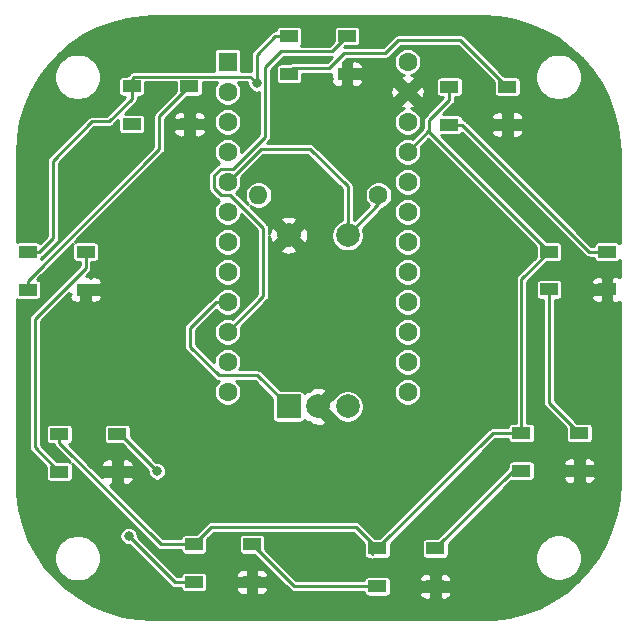
<source format=gbr>
%TF.GenerationSoftware,KiCad,Pcbnew,(5.1.10)-1*%
%TF.CreationDate,2021-12-21T20:41:06+01:00*%
%TF.ProjectId,VolumeKnob,566f6c75-6d65-44b6-9e6f-622e6b696361,rev?*%
%TF.SameCoordinates,Original*%
%TF.FileFunction,Copper,L1,Top*%
%TF.FilePolarity,Positive*%
%FSLAX46Y46*%
G04 Gerber Fmt 4.6, Leading zero omitted, Abs format (unit mm)*
G04 Created by KiCad (PCBNEW (5.1.10)-1) date 2021-12-21 20:41:06*
%MOMM*%
%LPD*%
G01*
G04 APERTURE LIST*
%TA.AperFunction,ComponentPad*%
%ADD10R,1.600000X1.600000*%
%TD*%
%TA.AperFunction,ComponentPad*%
%ADD11C,1.600000*%
%TD*%
%TA.AperFunction,SMDPad,CuDef*%
%ADD12R,1.500000X1.000000*%
%TD*%
%TA.AperFunction,ComponentPad*%
%ADD13R,2.000000X2.000000*%
%TD*%
%TA.AperFunction,ComponentPad*%
%ADD14C,2.000000*%
%TD*%
%TA.AperFunction,ComponentPad*%
%ADD15O,1.600000X1.600000*%
%TD*%
%TA.AperFunction,ViaPad*%
%ADD16C,0.800000*%
%TD*%
%TA.AperFunction,Conductor*%
%ADD17C,0.250000*%
%TD*%
%TA.AperFunction,Conductor*%
%ADD18C,0.254000*%
%TD*%
%TA.AperFunction,Conductor*%
%ADD19C,0.100000*%
%TD*%
G04 APERTURE END LIST*
D10*
%TO.P,U1,1*%
%TO.N,Net-(U1-Pad1)*%
X91260000Y-72550000D03*
D11*
%TO.P,U1,2*%
%TO.N,Net-(U1-Pad2)*%
X91260000Y-75090000D03*
%TO.P,U1,3*%
%TO.N,Net-(U1-Pad3)*%
X91260000Y-77630000D03*
%TO.P,U1,4*%
%TO.N,Net-(U1-Pad4)*%
X91260000Y-80170000D03*
%TO.P,U1,5*%
%TO.N,ButtonR*%
X91260000Y-82710000D03*
%TO.P,U1,6*%
%TO.N,Net-(U1-Pad6)*%
X91260000Y-85250000D03*
%TO.P,U1,7*%
%TO.N,Net-(U1-Pad7)*%
X91260000Y-87790000D03*
%TO.P,U1,8*%
%TO.N,C6*%
X91260000Y-90330000D03*
%TO.P,U1,9*%
%TO.N,D7*%
X91260000Y-92870000D03*
%TO.P,U1,10*%
%TO.N,DIN*%
X91260000Y-95410000D03*
%TO.P,U1,11*%
%TO.N,Net-(U1-Pad11)*%
X91260000Y-97950000D03*
%TO.P,U1,12*%
%TO.N,Net-(U1-Pad12)*%
X91260000Y-100490000D03*
%TO.P,U1,13*%
%TO.N,Net-(U1-Pad13)*%
X106500000Y-100490000D03*
%TO.P,U1,14*%
%TO.N,Net-(U1-Pad14)*%
X106500000Y-97950000D03*
%TO.P,U1,15*%
%TO.N,Net-(U1-Pad15)*%
X106500000Y-95410000D03*
%TO.P,U1,16*%
%TO.N,Net-(U1-Pad16)*%
X106500000Y-92870000D03*
%TO.P,U1,17*%
%TO.N,Net-(U1-Pad17)*%
X106500000Y-90330000D03*
%TO.P,U1,18*%
%TO.N,Net-(U1-Pad18)*%
X106500000Y-87790000D03*
%TO.P,U1,19*%
%TO.N,Net-(U1-Pad19)*%
X106500000Y-85250000D03*
%TO.P,U1,20*%
%TO.N,Net-(U1-Pad20)*%
X106500000Y-82710000D03*
%TO.P,U1,21*%
%TO.N,VCC*%
X106500000Y-80170000D03*
%TO.P,U1,22*%
%TO.N,Net-(U1-Pad22)*%
X106500000Y-77630000D03*
%TO.P,U1,23*%
%TO.N,GND*%
X106500000Y-75090000D03*
%TO.P,U1,24*%
%TO.N,Net-(U1-Pad24)*%
X106500000Y-72550000D03*
%TD*%
D12*
%TO.P,D17,1*%
%TO.N,VCC*%
X83140000Y-74620000D03*
%TO.P,D17,2*%
%TO.N,Net-(D17-Pad2)*%
X83140000Y-77820000D03*
%TO.P,D17,4*%
%TO.N,Net-(D16-Pad2)*%
X88040000Y-74620000D03*
%TO.P,D17,3*%
%TO.N,GND*%
X88040000Y-77820000D03*
%TD*%
%TO.P,D16,1*%
%TO.N,VCC*%
X74340000Y-88630000D03*
%TO.P,D16,2*%
%TO.N,Net-(D16-Pad2)*%
X74340000Y-91830000D03*
%TO.P,D16,4*%
%TO.N,Net-(D15-Pad2)*%
X79240000Y-88630000D03*
%TO.P,D16,3*%
%TO.N,GND*%
X79240000Y-91830000D03*
%TD*%
%TO.P,D15,1*%
%TO.N,VCC*%
X77030000Y-104060000D03*
%TO.P,D15,2*%
%TO.N,Net-(D15-Pad2)*%
X77030000Y-107260000D03*
%TO.P,D15,4*%
%TO.N,Net-(D14-Pad2)*%
X81930000Y-104060000D03*
%TO.P,D15,3*%
%TO.N,GND*%
X81930000Y-107260000D03*
%TD*%
%TO.P,D14,1*%
%TO.N,VCC*%
X88430000Y-113390000D03*
%TO.P,D14,2*%
%TO.N,Net-(D14-Pad2)*%
X88430000Y-116590000D03*
%TO.P,D14,4*%
%TO.N,Net-(D13-Pad2)*%
X93330000Y-113390000D03*
%TO.P,D14,3*%
%TO.N,GND*%
X93330000Y-116590000D03*
%TD*%
%TO.P,D13,1*%
%TO.N,VCC*%
X103950000Y-113750000D03*
%TO.P,D13,2*%
%TO.N,Net-(D13-Pad2)*%
X103950000Y-116950000D03*
%TO.P,D13,4*%
%TO.N,Net-(D12-Pad2)*%
X108850000Y-113750000D03*
%TO.P,D13,3*%
%TO.N,GND*%
X108850000Y-116950000D03*
%TD*%
%TO.P,D12,1*%
%TO.N,VCC*%
X116150000Y-103970000D03*
%TO.P,D12,2*%
%TO.N,Net-(D12-Pad2)*%
X116150000Y-107170000D03*
%TO.P,D12,4*%
%TO.N,Net-(D11-Pad2)*%
X121050000Y-103970000D03*
%TO.P,D12,3*%
%TO.N,GND*%
X121050000Y-107170000D03*
%TD*%
%TO.P,D11,1*%
%TO.N,VCC*%
X118490000Y-88620000D03*
%TO.P,D11,2*%
%TO.N,Net-(D11-Pad2)*%
X118490000Y-91820000D03*
%TO.P,D11,4*%
%TO.N,Net-(D10-Pad2)*%
X123390000Y-88620000D03*
%TO.P,D11,3*%
%TO.N,GND*%
X123390000Y-91820000D03*
%TD*%
%TO.P,D10,1*%
%TO.N,VCC*%
X110040000Y-74660000D03*
%TO.P,D10,2*%
%TO.N,Net-(D10-Pad2)*%
X110040000Y-77860000D03*
%TO.P,D10,4*%
%TO.N,Net-(D10-Pad4)*%
X114940000Y-74660000D03*
%TO.P,D10,3*%
%TO.N,GND*%
X114940000Y-77860000D03*
%TD*%
%TO.P,D9,1*%
%TO.N,VCC*%
X96470000Y-70370000D03*
%TO.P,D9,2*%
%TO.N,Net-(D10-Pad4)*%
X96470000Y-73570000D03*
%TO.P,D9,4*%
%TO.N,DIN*%
X101370000Y-70370000D03*
%TO.P,D9,3*%
%TO.N,GND*%
X101370000Y-73570000D03*
%TD*%
D13*
%TO.P,SW1,A*%
%TO.N,D7*%
X96430000Y-101730000D03*
D14*
%TO.P,SW1,C*%
%TO.N,GND*%
X98930000Y-101730000D03*
%TO.P,SW1,B*%
%TO.N,C6*%
X101430000Y-101730000D03*
%TO.P,SW1,S1*%
%TO.N,GND*%
X96430000Y-87230000D03*
%TO.P,SW1,S2*%
%TO.N,ButtonR*%
X101430000Y-87230000D03*
%TD*%
D15*
%TO.P,R1,2*%
%TO.N,VCC*%
X93880000Y-83830000D03*
D11*
%TO.P,R1,1*%
%TO.N,ButtonR*%
X104040000Y-83830000D03*
%TD*%
D16*
%TO.N,VCC*%
X93730000Y-74370000D03*
%TO.N,GND*%
X79460000Y-81160000D03*
X120350000Y-97770000D03*
%TO.N,Net-(D14-Pad2)*%
X82890000Y-112690000D03*
X85300000Y-107220000D03*
%TD*%
D17*
%TO.N,VCC*%
X75340000Y-88630000D02*
X76470000Y-87500000D01*
X74340000Y-88630000D02*
X75340000Y-88630000D01*
X76470000Y-80916998D02*
X79786998Y-77600000D01*
X76470000Y-87500000D02*
X76470000Y-80916998D01*
X79786998Y-77600000D02*
X81210000Y-77600000D01*
X83140000Y-75670000D02*
X83140000Y-74620000D01*
X81210000Y-77600000D02*
X83140000Y-75670000D01*
X83140000Y-74620000D02*
X83140000Y-74020000D01*
X93154999Y-73794999D02*
X93730000Y-74370000D01*
X83365001Y-73794999D02*
X93154999Y-73794999D01*
X83140000Y-74020000D02*
X83365001Y-73794999D01*
X77030000Y-104810000D02*
X77030000Y-104060000D01*
X85610000Y-113390000D02*
X77030000Y-104810000D01*
X88430000Y-113390000D02*
X85610000Y-113390000D01*
X103950000Y-113750000D02*
X103484999Y-114215001D01*
X113730000Y-103970000D02*
X103950000Y-113750000D01*
X116150000Y-103970000D02*
X113730000Y-103970000D01*
X116150000Y-90960000D02*
X116150000Y-103970000D01*
X118490000Y-88620000D02*
X116150000Y-90960000D01*
X108320000Y-78350000D02*
X106500000Y-80170000D01*
X103950000Y-113750000D02*
X102120000Y-111920000D01*
X89900000Y-111920000D02*
X88430000Y-113390000D01*
X102120000Y-111920000D02*
X89900000Y-111920000D01*
X108320000Y-78450000D02*
X118490000Y-88620000D01*
X108320000Y-78350000D02*
X108320000Y-78450000D01*
X95310000Y-70370000D02*
X96470000Y-70370000D01*
X93730000Y-71950000D02*
X95310000Y-70370000D01*
X93730000Y-74370000D02*
X93730000Y-71950000D01*
X108320000Y-77475002D02*
X108320000Y-78350000D01*
X110040000Y-75755002D02*
X108320000Y-77475002D01*
X110040000Y-74660000D02*
X110040000Y-75755002D01*
%TO.N,ButtonR*%
X104040000Y-84620000D02*
X104040000Y-83830000D01*
X101430000Y-87230000D02*
X104040000Y-84620000D01*
X91260000Y-82710000D02*
X94060000Y-79910000D01*
X94060000Y-79910000D02*
X98240000Y-79910000D01*
X101430000Y-83100000D02*
X101430000Y-87230000D01*
X98240000Y-79910000D02*
X101430000Y-83100000D01*
%TO.N,DIN*%
X94455001Y-73014999D02*
X95800000Y-71670000D01*
X94455001Y-78878589D02*
X94455001Y-73014999D01*
X91748591Y-81584999D02*
X94455001Y-78878589D01*
X90719999Y-81584999D02*
X91748591Y-81584999D01*
X100070000Y-71670000D02*
X101370000Y-70370000D01*
X90134999Y-82169999D02*
X90719999Y-81584999D01*
X90134999Y-83250001D02*
X90134999Y-82169999D01*
X90719999Y-83835001D02*
X90134999Y-83250001D01*
X95800000Y-71670000D02*
X100070000Y-71670000D01*
X91510003Y-83835001D02*
X90719999Y-83835001D01*
X94290000Y-92380000D02*
X94290000Y-86614998D01*
X94290000Y-86614998D02*
X91510003Y-83835001D01*
X91260000Y-95410000D02*
X94290000Y-92380000D01*
%TO.N,D7*%
X91110000Y-93120000D02*
X91110000Y-93114998D01*
X90280000Y-92870000D02*
X91260000Y-92870000D01*
X88100000Y-95050000D02*
X90280000Y-92870000D01*
X88100000Y-96675002D02*
X88100000Y-95050000D01*
X90499999Y-99075001D02*
X88100000Y-96675002D01*
X93775001Y-99075001D02*
X90499999Y-99075001D01*
X96430000Y-101730000D02*
X93775001Y-99075001D01*
%TO.N,Net-(U1-Pad22)*%
X106140000Y-77880000D02*
X106350000Y-77880000D01*
%TO.N,Net-(D10-Pad4)*%
X96730000Y-73080000D02*
X99880000Y-73080000D01*
X99880000Y-73080000D02*
X101130000Y-71830000D01*
X101130000Y-71830000D02*
X104610000Y-71830000D01*
X110985001Y-70705001D02*
X114940000Y-74660000D01*
X105734999Y-70705001D02*
X110985001Y-70705001D01*
X104610000Y-71830000D02*
X105734999Y-70705001D01*
%TO.N,Net-(D10-Pad2)*%
X121860000Y-88620000D02*
X123390000Y-88620000D01*
X111100000Y-77860000D02*
X121860000Y-88620000D01*
X110040000Y-77860000D02*
X111100000Y-77860000D01*
%TO.N,Net-(D11-Pad2)*%
X118490000Y-101410000D02*
X121050000Y-103970000D01*
X118490000Y-91820000D02*
X118490000Y-101410000D01*
%TO.N,Net-(D12-Pad2)*%
X115430000Y-107170000D02*
X108850000Y-113750000D01*
X116150000Y-107170000D02*
X115430000Y-107170000D01*
%TO.N,Net-(D13-Pad2)*%
X96890000Y-116950000D02*
X93330000Y-113390000D01*
X103950000Y-116950000D02*
X96890000Y-116950000D01*
%TO.N,Net-(D14-Pad2)*%
X86790000Y-116590000D02*
X82890000Y-112690000D01*
X88430000Y-116590000D02*
X86790000Y-116590000D01*
X82140000Y-104060000D02*
X81930000Y-104060000D01*
X85300000Y-107220000D02*
X82140000Y-104060000D01*
%TO.N,Net-(D15-Pad2)*%
X77030000Y-107260000D02*
X74950000Y-105180000D01*
X79240000Y-89994998D02*
X79240000Y-88630000D01*
X74950000Y-94284998D02*
X79240000Y-89994998D01*
X74950000Y-105180000D02*
X74950000Y-94284998D01*
%TO.N,Net-(D16-Pad2)*%
X74340000Y-91080000D02*
X85490000Y-79930000D01*
X74340000Y-91830000D02*
X74340000Y-91080000D01*
X85490000Y-77170000D02*
X88040000Y-74620000D01*
X85490000Y-79930000D02*
X85490000Y-77170000D01*
%TD*%
D18*
%TO.N,GND*%
X121487007Y-88958074D02*
X121502747Y-88977253D01*
X121579308Y-89040085D01*
X121666656Y-89086774D01*
X121761434Y-89115524D01*
X121860000Y-89125232D01*
X121884692Y-89122800D01*
X122260648Y-89122800D01*
X122267666Y-89194062D01*
X122289269Y-89265277D01*
X122324351Y-89330910D01*
X122371562Y-89388438D01*
X122429090Y-89435649D01*
X122494723Y-89470731D01*
X122565938Y-89492334D01*
X122640000Y-89499628D01*
X124140000Y-89499628D01*
X124214062Y-89492334D01*
X124285277Y-89470731D01*
X124350910Y-89435649D01*
X124408438Y-89388438D01*
X124452201Y-89335112D01*
X124452201Y-90766533D01*
X124375387Y-90726933D01*
X124255162Y-90692407D01*
X124130512Y-90681999D01*
X123921750Y-90685000D01*
X123763000Y-90843750D01*
X123763000Y-91447000D01*
X123783000Y-91447000D01*
X123783000Y-92193000D01*
X123763000Y-92193000D01*
X123763000Y-92796250D01*
X123921750Y-92955000D01*
X124130512Y-92958001D01*
X124255162Y-92947593D01*
X124375387Y-92913067D01*
X124452201Y-92873467D01*
X124452200Y-108216232D01*
X124375051Y-109554242D01*
X124146999Y-110860923D01*
X123770270Y-112132734D01*
X123249857Y-113352827D01*
X122592667Y-114505003D01*
X121807396Y-115574021D01*
X120904464Y-116545693D01*
X119895835Y-117407142D01*
X118794869Y-118146960D01*
X117616178Y-118755329D01*
X116375374Y-119224190D01*
X115088893Y-119547331D01*
X113768835Y-119721121D01*
X112921246Y-119752200D01*
X84943768Y-119752200D01*
X83605758Y-119675051D01*
X82299077Y-119446999D01*
X81027266Y-119070270D01*
X79807173Y-118549857D01*
X78654997Y-117892667D01*
X77585979Y-117107396D01*
X76614307Y-116204464D01*
X75752858Y-115195835D01*
X75201418Y-114375204D01*
X76582200Y-114375204D01*
X76582200Y-114764796D01*
X76658205Y-115146903D01*
X76807296Y-115506840D01*
X77023742Y-115830774D01*
X77299226Y-116106258D01*
X77623160Y-116322704D01*
X77983097Y-116471795D01*
X78365204Y-116547800D01*
X78754796Y-116547800D01*
X79136903Y-116471795D01*
X79496840Y-116322704D01*
X79820774Y-116106258D01*
X80096258Y-115830774D01*
X80312704Y-115506840D01*
X80461795Y-115146903D01*
X80537800Y-114764796D01*
X80537800Y-114375204D01*
X80461795Y-113993097D01*
X80312704Y-113633160D01*
X80096258Y-113309226D01*
X79820774Y-113033742D01*
X79496840Y-112817296D01*
X79136903Y-112668205D01*
X78861342Y-112613393D01*
X82112200Y-112613393D01*
X82112200Y-112766607D01*
X82142091Y-112916876D01*
X82200723Y-113058426D01*
X82285844Y-113185818D01*
X82394182Y-113294156D01*
X82521574Y-113379277D01*
X82663124Y-113437909D01*
X82813393Y-113467800D01*
X82956734Y-113467800D01*
X86417008Y-116928075D01*
X86432747Y-116947253D01*
X86509308Y-117010085D01*
X86596656Y-117056774D01*
X86668546Y-117078581D01*
X86691434Y-117085524D01*
X86790000Y-117095232D01*
X86814692Y-117092800D01*
X87300648Y-117092800D01*
X87307666Y-117164062D01*
X87329269Y-117235277D01*
X87364351Y-117300910D01*
X87411562Y-117358438D01*
X87469090Y-117405649D01*
X87534723Y-117440731D01*
X87605938Y-117462334D01*
X87680000Y-117469628D01*
X89180000Y-117469628D01*
X89254062Y-117462334D01*
X89325277Y-117440731D01*
X89390910Y-117405649D01*
X89448438Y-117358438D01*
X89495649Y-117300910D01*
X89530731Y-117235277D01*
X89552334Y-117164062D01*
X89556501Y-117121750D01*
X91945000Y-117121750D01*
X91956109Y-117223773D01*
X91994194Y-117342918D01*
X92054792Y-117452343D01*
X92135574Y-117547844D01*
X92233434Y-117625750D01*
X92344613Y-117683067D01*
X92464838Y-117717593D01*
X92589488Y-117728001D01*
X92798250Y-117725000D01*
X92957000Y-117566250D01*
X92957000Y-116963000D01*
X93703000Y-116963000D01*
X93703000Y-117566250D01*
X93861750Y-117725000D01*
X94070512Y-117728001D01*
X94195162Y-117717593D01*
X94315387Y-117683067D01*
X94426566Y-117625750D01*
X94524426Y-117547844D01*
X94605208Y-117452343D01*
X94665806Y-117342918D01*
X94703891Y-117223773D01*
X94715000Y-117121750D01*
X94556250Y-116963000D01*
X93703000Y-116963000D01*
X92957000Y-116963000D01*
X92103750Y-116963000D01*
X91945000Y-117121750D01*
X89556501Y-117121750D01*
X89559628Y-117090000D01*
X89559628Y-116090000D01*
X89556502Y-116058250D01*
X91945000Y-116058250D01*
X92103750Y-116217000D01*
X92957000Y-116217000D01*
X92957000Y-115613750D01*
X93703000Y-115613750D01*
X93703000Y-116217000D01*
X94556250Y-116217000D01*
X94715000Y-116058250D01*
X94703891Y-115956227D01*
X94665806Y-115837082D01*
X94605208Y-115727657D01*
X94524426Y-115632156D01*
X94426566Y-115554250D01*
X94315387Y-115496933D01*
X94195162Y-115462407D01*
X94070512Y-115451999D01*
X93861750Y-115455000D01*
X93703000Y-115613750D01*
X92957000Y-115613750D01*
X92798250Y-115455000D01*
X92589488Y-115451999D01*
X92464838Y-115462407D01*
X92344613Y-115496933D01*
X92233434Y-115554250D01*
X92135574Y-115632156D01*
X92054792Y-115727657D01*
X91994194Y-115837082D01*
X91956109Y-115956227D01*
X91945000Y-116058250D01*
X89556502Y-116058250D01*
X89552334Y-116015938D01*
X89530731Y-115944723D01*
X89495649Y-115879090D01*
X89448438Y-115821562D01*
X89390910Y-115774351D01*
X89325277Y-115739269D01*
X89254062Y-115717666D01*
X89180000Y-115710372D01*
X87680000Y-115710372D01*
X87605938Y-115717666D01*
X87534723Y-115739269D01*
X87469090Y-115774351D01*
X87411562Y-115821562D01*
X87364351Y-115879090D01*
X87329269Y-115944723D01*
X87307666Y-116015938D01*
X87300648Y-116087200D01*
X86998267Y-116087200D01*
X83667800Y-112756734D01*
X83667800Y-112613393D01*
X83637909Y-112463124D01*
X83579277Y-112321574D01*
X83494156Y-112194182D01*
X83385818Y-112085844D01*
X83258426Y-112000723D01*
X83116876Y-111942091D01*
X82966607Y-111912200D01*
X82813393Y-111912200D01*
X82663124Y-111942091D01*
X82521574Y-112000723D01*
X82394182Y-112085844D01*
X82285844Y-112194182D01*
X82200723Y-112321574D01*
X82142091Y-112463124D01*
X82112200Y-112613393D01*
X78861342Y-112613393D01*
X78754796Y-112592200D01*
X78365204Y-112592200D01*
X77983097Y-112668205D01*
X77623160Y-112817296D01*
X77299226Y-113033742D01*
X77023742Y-113309226D01*
X76807296Y-113633160D01*
X76658205Y-113993097D01*
X76582200Y-114375204D01*
X75201418Y-114375204D01*
X75013040Y-114094869D01*
X74404671Y-112916178D01*
X73935810Y-111675374D01*
X73612669Y-110388893D01*
X73438879Y-109068835D01*
X73407800Y-108221246D01*
X73407800Y-92660995D01*
X73444723Y-92680731D01*
X73515938Y-92702334D01*
X73590000Y-92709628D01*
X75090000Y-92709628D01*
X75164062Y-92702334D01*
X75235277Y-92680731D01*
X75300910Y-92645649D01*
X75358438Y-92598438D01*
X75405649Y-92540910D01*
X75440731Y-92475277D01*
X75462334Y-92404062D01*
X75469628Y-92330000D01*
X75469628Y-91330000D01*
X75462334Y-91255938D01*
X75440731Y-91184723D01*
X75405649Y-91119090D01*
X75358438Y-91061562D01*
X75300910Y-91014351D01*
X75235277Y-90979269D01*
X75171227Y-90959839D01*
X78136189Y-87994878D01*
X78117666Y-88055938D01*
X78110372Y-88130000D01*
X78110372Y-89130000D01*
X78117666Y-89204062D01*
X78139269Y-89275277D01*
X78174351Y-89340910D01*
X78221562Y-89398438D01*
X78279090Y-89445649D01*
X78344723Y-89480731D01*
X78415938Y-89502334D01*
X78490000Y-89509628D01*
X78737200Y-89509628D01*
X78737200Y-89786731D01*
X74611926Y-93912006D01*
X74592748Y-93927745D01*
X74577009Y-93946923D01*
X74577007Y-93946925D01*
X74529915Y-94004307D01*
X74483227Y-94091654D01*
X74454476Y-94186433D01*
X74444768Y-94284998D01*
X74447201Y-94309700D01*
X74447200Y-105155308D01*
X74444768Y-105180000D01*
X74447200Y-105204691D01*
X74454476Y-105278565D01*
X74483226Y-105373343D01*
X74529915Y-105460692D01*
X74592747Y-105537253D01*
X74611930Y-105552996D01*
X75900372Y-106841439D01*
X75900372Y-107760000D01*
X75907666Y-107834062D01*
X75929269Y-107905277D01*
X75964351Y-107970910D01*
X76011562Y-108028438D01*
X76069090Y-108075649D01*
X76134723Y-108110731D01*
X76205938Y-108132334D01*
X76280000Y-108139628D01*
X77780000Y-108139628D01*
X77854062Y-108132334D01*
X77925277Y-108110731D01*
X77990910Y-108075649D01*
X78048438Y-108028438D01*
X78095649Y-107970910D01*
X78130731Y-107905277D01*
X78152334Y-107834062D01*
X78159628Y-107760000D01*
X78159628Y-106760000D01*
X78152334Y-106685938D01*
X78133811Y-106624877D01*
X85237004Y-113728070D01*
X85252747Y-113747253D01*
X85329308Y-113810085D01*
X85416656Y-113856774D01*
X85511434Y-113885524D01*
X85585308Y-113892800D01*
X85585317Y-113892800D01*
X85609999Y-113895231D01*
X85634681Y-113892800D01*
X87300648Y-113892800D01*
X87307666Y-113964062D01*
X87329269Y-114035277D01*
X87364351Y-114100910D01*
X87411562Y-114158438D01*
X87469090Y-114205649D01*
X87534723Y-114240731D01*
X87605938Y-114262334D01*
X87680000Y-114269628D01*
X89180000Y-114269628D01*
X89254062Y-114262334D01*
X89325277Y-114240731D01*
X89390910Y-114205649D01*
X89448438Y-114158438D01*
X89495649Y-114100910D01*
X89530731Y-114035277D01*
X89552334Y-113964062D01*
X89559628Y-113890000D01*
X89559628Y-112971439D01*
X89641067Y-112890000D01*
X92200372Y-112890000D01*
X92200372Y-113890000D01*
X92207666Y-113964062D01*
X92229269Y-114035277D01*
X92264351Y-114100910D01*
X92311562Y-114158438D01*
X92369090Y-114205649D01*
X92434723Y-114240731D01*
X92505938Y-114262334D01*
X92580000Y-114269628D01*
X93498562Y-114269628D01*
X96517004Y-117288070D01*
X96532747Y-117307253D01*
X96609308Y-117370085D01*
X96696656Y-117416774D01*
X96791434Y-117445524D01*
X96865308Y-117452800D01*
X96865317Y-117452800D01*
X96889999Y-117455231D01*
X96914681Y-117452800D01*
X102820648Y-117452800D01*
X102827666Y-117524062D01*
X102849269Y-117595277D01*
X102884351Y-117660910D01*
X102931562Y-117718438D01*
X102989090Y-117765649D01*
X103054723Y-117800731D01*
X103125938Y-117822334D01*
X103200000Y-117829628D01*
X104700000Y-117829628D01*
X104774062Y-117822334D01*
X104845277Y-117800731D01*
X104910910Y-117765649D01*
X104968438Y-117718438D01*
X105015649Y-117660910D01*
X105050731Y-117595277D01*
X105072334Y-117524062D01*
X105076501Y-117481750D01*
X107465000Y-117481750D01*
X107476109Y-117583773D01*
X107514194Y-117702918D01*
X107574792Y-117812343D01*
X107655574Y-117907844D01*
X107753434Y-117985750D01*
X107864613Y-118043067D01*
X107984838Y-118077593D01*
X108109488Y-118088001D01*
X108318250Y-118085000D01*
X108477000Y-117926250D01*
X108477000Y-117323000D01*
X109223000Y-117323000D01*
X109223000Y-117926250D01*
X109381750Y-118085000D01*
X109590512Y-118088001D01*
X109715162Y-118077593D01*
X109835387Y-118043067D01*
X109946566Y-117985750D01*
X110044426Y-117907844D01*
X110125208Y-117812343D01*
X110185806Y-117702918D01*
X110223891Y-117583773D01*
X110235000Y-117481750D01*
X110076250Y-117323000D01*
X109223000Y-117323000D01*
X108477000Y-117323000D01*
X107623750Y-117323000D01*
X107465000Y-117481750D01*
X105076501Y-117481750D01*
X105079628Y-117450000D01*
X105079628Y-116450000D01*
X105076502Y-116418250D01*
X107465000Y-116418250D01*
X107623750Y-116577000D01*
X108477000Y-116577000D01*
X108477000Y-115973750D01*
X109223000Y-115973750D01*
X109223000Y-116577000D01*
X110076250Y-116577000D01*
X110235000Y-116418250D01*
X110223891Y-116316227D01*
X110185806Y-116197082D01*
X110125208Y-116087657D01*
X110044426Y-115992156D01*
X109946566Y-115914250D01*
X109835387Y-115856933D01*
X109715162Y-115822407D01*
X109590512Y-115811999D01*
X109381750Y-115815000D01*
X109223000Y-115973750D01*
X108477000Y-115973750D01*
X108318250Y-115815000D01*
X108109488Y-115811999D01*
X107984838Y-115822407D01*
X107864613Y-115856933D01*
X107753434Y-115914250D01*
X107655574Y-115992156D01*
X107574792Y-116087657D01*
X107514194Y-116197082D01*
X107476109Y-116316227D01*
X107465000Y-116418250D01*
X105076502Y-116418250D01*
X105072334Y-116375938D01*
X105050731Y-116304723D01*
X105015649Y-116239090D01*
X104968438Y-116181562D01*
X104910910Y-116134351D01*
X104845277Y-116099269D01*
X104774062Y-116077666D01*
X104700000Y-116070372D01*
X103200000Y-116070372D01*
X103125938Y-116077666D01*
X103054723Y-116099269D01*
X102989090Y-116134351D01*
X102931562Y-116181562D01*
X102884351Y-116239090D01*
X102849269Y-116304723D01*
X102827666Y-116375938D01*
X102820648Y-116447200D01*
X97098266Y-116447200D01*
X94459628Y-113808562D01*
X94459628Y-112890000D01*
X94452334Y-112815938D01*
X94430731Y-112744723D01*
X94395649Y-112679090D01*
X94348438Y-112621562D01*
X94290910Y-112574351D01*
X94225277Y-112539269D01*
X94154062Y-112517666D01*
X94080000Y-112510372D01*
X92580000Y-112510372D01*
X92505938Y-112517666D01*
X92434723Y-112539269D01*
X92369090Y-112574351D01*
X92311562Y-112621562D01*
X92264351Y-112679090D01*
X92229269Y-112744723D01*
X92207666Y-112815938D01*
X92200372Y-112890000D01*
X89641067Y-112890000D01*
X90108267Y-112422800D01*
X101911734Y-112422800D01*
X102820372Y-113331439D01*
X102820372Y-114250000D01*
X102827666Y-114324062D01*
X102849269Y-114395277D01*
X102884351Y-114460910D01*
X102931562Y-114518438D01*
X102989090Y-114565649D01*
X103054723Y-114600731D01*
X103125938Y-114622334D01*
X103197338Y-114629366D01*
X103204308Y-114635086D01*
X103291655Y-114681774D01*
X103386434Y-114710525D01*
X103484999Y-114720233D01*
X103583564Y-114710525D01*
X103678343Y-114681774D01*
X103765690Y-114635086D01*
X103772341Y-114629628D01*
X104700000Y-114629628D01*
X104774062Y-114622334D01*
X104845277Y-114600731D01*
X104910910Y-114565649D01*
X104968438Y-114518438D01*
X105015649Y-114460910D01*
X105050731Y-114395277D01*
X105072334Y-114324062D01*
X105079628Y-114250000D01*
X105079628Y-113331438D01*
X105161066Y-113250000D01*
X107720372Y-113250000D01*
X107720372Y-114250000D01*
X107727666Y-114324062D01*
X107749269Y-114395277D01*
X107784351Y-114460910D01*
X107831562Y-114518438D01*
X107889090Y-114565649D01*
X107954723Y-114600731D01*
X108025938Y-114622334D01*
X108100000Y-114629628D01*
X109600000Y-114629628D01*
X109674062Y-114622334D01*
X109745277Y-114600731D01*
X109810910Y-114565649D01*
X109868438Y-114518438D01*
X109915649Y-114460910D01*
X109950731Y-114395277D01*
X109965920Y-114345204D01*
X117302200Y-114345204D01*
X117302200Y-114734796D01*
X117378205Y-115116903D01*
X117527296Y-115476840D01*
X117743742Y-115800774D01*
X118019226Y-116076258D01*
X118343160Y-116292704D01*
X118703097Y-116441795D01*
X119085204Y-116517800D01*
X119474796Y-116517800D01*
X119856903Y-116441795D01*
X120216840Y-116292704D01*
X120540774Y-116076258D01*
X120816258Y-115800774D01*
X121032704Y-115476840D01*
X121181795Y-115116903D01*
X121257800Y-114734796D01*
X121257800Y-114345204D01*
X121181795Y-113963097D01*
X121032704Y-113603160D01*
X120816258Y-113279226D01*
X120540774Y-113003742D01*
X120216840Y-112787296D01*
X119856903Y-112638205D01*
X119474796Y-112562200D01*
X119085204Y-112562200D01*
X118703097Y-112638205D01*
X118343160Y-112787296D01*
X118019226Y-113003742D01*
X117743742Y-113279226D01*
X117527296Y-113603160D01*
X117378205Y-113963097D01*
X117302200Y-114345204D01*
X109965920Y-114345204D01*
X109972334Y-114324062D01*
X109979628Y-114250000D01*
X109979628Y-113331438D01*
X115282047Y-108029020D01*
X115325938Y-108042334D01*
X115400000Y-108049628D01*
X116900000Y-108049628D01*
X116974062Y-108042334D01*
X117045277Y-108020731D01*
X117110910Y-107985649D01*
X117168438Y-107938438D01*
X117215649Y-107880910D01*
X117250731Y-107815277D01*
X117272334Y-107744062D01*
X117276501Y-107701750D01*
X119665000Y-107701750D01*
X119676109Y-107803773D01*
X119714194Y-107922918D01*
X119774792Y-108032343D01*
X119855574Y-108127844D01*
X119953434Y-108205750D01*
X120064613Y-108263067D01*
X120184838Y-108297593D01*
X120309488Y-108308001D01*
X120518250Y-108305000D01*
X120677000Y-108146250D01*
X120677000Y-107543000D01*
X121423000Y-107543000D01*
X121423000Y-108146250D01*
X121581750Y-108305000D01*
X121790512Y-108308001D01*
X121915162Y-108297593D01*
X122035387Y-108263067D01*
X122146566Y-108205750D01*
X122244426Y-108127844D01*
X122325208Y-108032343D01*
X122385806Y-107922918D01*
X122423891Y-107803773D01*
X122435000Y-107701750D01*
X122276250Y-107543000D01*
X121423000Y-107543000D01*
X120677000Y-107543000D01*
X119823750Y-107543000D01*
X119665000Y-107701750D01*
X117276501Y-107701750D01*
X117279628Y-107670000D01*
X117279628Y-106670000D01*
X117276502Y-106638250D01*
X119665000Y-106638250D01*
X119823750Y-106797000D01*
X120677000Y-106797000D01*
X120677000Y-106193750D01*
X121423000Y-106193750D01*
X121423000Y-106797000D01*
X122276250Y-106797000D01*
X122435000Y-106638250D01*
X122423891Y-106536227D01*
X122385806Y-106417082D01*
X122325208Y-106307657D01*
X122244426Y-106212156D01*
X122146566Y-106134250D01*
X122035387Y-106076933D01*
X121915162Y-106042407D01*
X121790512Y-106031999D01*
X121581750Y-106035000D01*
X121423000Y-106193750D01*
X120677000Y-106193750D01*
X120518250Y-106035000D01*
X120309488Y-106031999D01*
X120184838Y-106042407D01*
X120064613Y-106076933D01*
X119953434Y-106134250D01*
X119855574Y-106212156D01*
X119774792Y-106307657D01*
X119714194Y-106417082D01*
X119676109Y-106536227D01*
X119665000Y-106638250D01*
X117276502Y-106638250D01*
X117272334Y-106595938D01*
X117250731Y-106524723D01*
X117215649Y-106459090D01*
X117168438Y-106401562D01*
X117110910Y-106354351D01*
X117045277Y-106319269D01*
X116974062Y-106297666D01*
X116900000Y-106290372D01*
X115400000Y-106290372D01*
X115325938Y-106297666D01*
X115254723Y-106319269D01*
X115189090Y-106354351D01*
X115131562Y-106401562D01*
X115084351Y-106459090D01*
X115049269Y-106524723D01*
X115027666Y-106595938D01*
X115020372Y-106670000D01*
X115020372Y-106868561D01*
X109018562Y-112870372D01*
X108100000Y-112870372D01*
X108025938Y-112877666D01*
X107954723Y-112899269D01*
X107889090Y-112934351D01*
X107831562Y-112981562D01*
X107784351Y-113039090D01*
X107749269Y-113104723D01*
X107727666Y-113175938D01*
X107720372Y-113250000D01*
X105161066Y-113250000D01*
X113938267Y-104472800D01*
X115020648Y-104472800D01*
X115027666Y-104544062D01*
X115049269Y-104615277D01*
X115084351Y-104680910D01*
X115131562Y-104738438D01*
X115189090Y-104785649D01*
X115254723Y-104820731D01*
X115325938Y-104842334D01*
X115400000Y-104849628D01*
X116900000Y-104849628D01*
X116974062Y-104842334D01*
X117045277Y-104820731D01*
X117110910Y-104785649D01*
X117168438Y-104738438D01*
X117215649Y-104680910D01*
X117250731Y-104615277D01*
X117272334Y-104544062D01*
X117279628Y-104470000D01*
X117279628Y-103470000D01*
X117272334Y-103395938D01*
X117250731Y-103324723D01*
X117215649Y-103259090D01*
X117168438Y-103201562D01*
X117110910Y-103154351D01*
X117045277Y-103119269D01*
X116974062Y-103097666D01*
X116900000Y-103090372D01*
X116652800Y-103090372D01*
X116652800Y-91320000D01*
X117360372Y-91320000D01*
X117360372Y-92320000D01*
X117367666Y-92394062D01*
X117389269Y-92465277D01*
X117424351Y-92530910D01*
X117471562Y-92588438D01*
X117529090Y-92635649D01*
X117594723Y-92670731D01*
X117665938Y-92692334D01*
X117740000Y-92699628D01*
X117987200Y-92699628D01*
X117987201Y-101385298D01*
X117984768Y-101410000D01*
X117994476Y-101508565D01*
X118023227Y-101603344D01*
X118069915Y-101690691D01*
X118111057Y-101740822D01*
X118132748Y-101767253D01*
X118151926Y-101782992D01*
X119920372Y-103551439D01*
X119920372Y-104470000D01*
X119927666Y-104544062D01*
X119949269Y-104615277D01*
X119984351Y-104680910D01*
X120031562Y-104738438D01*
X120089090Y-104785649D01*
X120154723Y-104820731D01*
X120225938Y-104842334D01*
X120300000Y-104849628D01*
X121800000Y-104849628D01*
X121874062Y-104842334D01*
X121945277Y-104820731D01*
X122010910Y-104785649D01*
X122068438Y-104738438D01*
X122115649Y-104680910D01*
X122150731Y-104615277D01*
X122172334Y-104544062D01*
X122179628Y-104470000D01*
X122179628Y-103470000D01*
X122172334Y-103395938D01*
X122150731Y-103324723D01*
X122115649Y-103259090D01*
X122068438Y-103201562D01*
X122010910Y-103154351D01*
X121945277Y-103119269D01*
X121874062Y-103097666D01*
X121800000Y-103090372D01*
X120881439Y-103090372D01*
X118992800Y-101201734D01*
X118992800Y-92699628D01*
X119240000Y-92699628D01*
X119314062Y-92692334D01*
X119385277Y-92670731D01*
X119450910Y-92635649D01*
X119508438Y-92588438D01*
X119555649Y-92530910D01*
X119590731Y-92465277D01*
X119612334Y-92394062D01*
X119616501Y-92351750D01*
X122005000Y-92351750D01*
X122016109Y-92453773D01*
X122054194Y-92572918D01*
X122114792Y-92682343D01*
X122195574Y-92777844D01*
X122293434Y-92855750D01*
X122404613Y-92913067D01*
X122524838Y-92947593D01*
X122649488Y-92958001D01*
X122858250Y-92955000D01*
X123017000Y-92796250D01*
X123017000Y-92193000D01*
X122163750Y-92193000D01*
X122005000Y-92351750D01*
X119616501Y-92351750D01*
X119619628Y-92320000D01*
X119619628Y-91320000D01*
X119616502Y-91288250D01*
X122005000Y-91288250D01*
X122163750Y-91447000D01*
X123017000Y-91447000D01*
X123017000Y-90843750D01*
X122858250Y-90685000D01*
X122649488Y-90681999D01*
X122524838Y-90692407D01*
X122404613Y-90726933D01*
X122293434Y-90784250D01*
X122195574Y-90862156D01*
X122114792Y-90957657D01*
X122054194Y-91067082D01*
X122016109Y-91186227D01*
X122005000Y-91288250D01*
X119616502Y-91288250D01*
X119612334Y-91245938D01*
X119590731Y-91174723D01*
X119555649Y-91109090D01*
X119508438Y-91051562D01*
X119450910Y-91004351D01*
X119385277Y-90969269D01*
X119314062Y-90947666D01*
X119240000Y-90940372D01*
X117740000Y-90940372D01*
X117665938Y-90947666D01*
X117594723Y-90969269D01*
X117529090Y-91004351D01*
X117471562Y-91051562D01*
X117424351Y-91109090D01*
X117389269Y-91174723D01*
X117367666Y-91245938D01*
X117360372Y-91320000D01*
X116652800Y-91320000D01*
X116652800Y-91168266D01*
X118321439Y-89499628D01*
X119240000Y-89499628D01*
X119314062Y-89492334D01*
X119385277Y-89470731D01*
X119450910Y-89435649D01*
X119508438Y-89388438D01*
X119555649Y-89330910D01*
X119590731Y-89265277D01*
X119612334Y-89194062D01*
X119619628Y-89120000D01*
X119619628Y-88120000D01*
X119612334Y-88045938D01*
X119590731Y-87974723D01*
X119555649Y-87909090D01*
X119508438Y-87851562D01*
X119450910Y-87804351D01*
X119385277Y-87769269D01*
X119314062Y-87747666D01*
X119240000Y-87740372D01*
X118321439Y-87740372D01*
X109320694Y-78739628D01*
X110790000Y-78739628D01*
X110864062Y-78732334D01*
X110935277Y-78710731D01*
X111000910Y-78675649D01*
X111058438Y-78628438D01*
X111103032Y-78574098D01*
X121487007Y-88958074D01*
%TA.AperFunction,Conductor*%
D19*
G36*
X121487007Y-88958074D02*
G01*
X121502747Y-88977253D01*
X121579308Y-89040085D01*
X121666656Y-89086774D01*
X121761434Y-89115524D01*
X121860000Y-89125232D01*
X121884692Y-89122800D01*
X122260648Y-89122800D01*
X122267666Y-89194062D01*
X122289269Y-89265277D01*
X122324351Y-89330910D01*
X122371562Y-89388438D01*
X122429090Y-89435649D01*
X122494723Y-89470731D01*
X122565938Y-89492334D01*
X122640000Y-89499628D01*
X124140000Y-89499628D01*
X124214062Y-89492334D01*
X124285277Y-89470731D01*
X124350910Y-89435649D01*
X124408438Y-89388438D01*
X124452201Y-89335112D01*
X124452201Y-90766533D01*
X124375387Y-90726933D01*
X124255162Y-90692407D01*
X124130512Y-90681999D01*
X123921750Y-90685000D01*
X123763000Y-90843750D01*
X123763000Y-91447000D01*
X123783000Y-91447000D01*
X123783000Y-92193000D01*
X123763000Y-92193000D01*
X123763000Y-92796250D01*
X123921750Y-92955000D01*
X124130512Y-92958001D01*
X124255162Y-92947593D01*
X124375387Y-92913067D01*
X124452201Y-92873467D01*
X124452200Y-108216232D01*
X124375051Y-109554242D01*
X124146999Y-110860923D01*
X123770270Y-112132734D01*
X123249857Y-113352827D01*
X122592667Y-114505003D01*
X121807396Y-115574021D01*
X120904464Y-116545693D01*
X119895835Y-117407142D01*
X118794869Y-118146960D01*
X117616178Y-118755329D01*
X116375374Y-119224190D01*
X115088893Y-119547331D01*
X113768835Y-119721121D01*
X112921246Y-119752200D01*
X84943768Y-119752200D01*
X83605758Y-119675051D01*
X82299077Y-119446999D01*
X81027266Y-119070270D01*
X79807173Y-118549857D01*
X78654997Y-117892667D01*
X77585979Y-117107396D01*
X76614307Y-116204464D01*
X75752858Y-115195835D01*
X75201418Y-114375204D01*
X76582200Y-114375204D01*
X76582200Y-114764796D01*
X76658205Y-115146903D01*
X76807296Y-115506840D01*
X77023742Y-115830774D01*
X77299226Y-116106258D01*
X77623160Y-116322704D01*
X77983097Y-116471795D01*
X78365204Y-116547800D01*
X78754796Y-116547800D01*
X79136903Y-116471795D01*
X79496840Y-116322704D01*
X79820774Y-116106258D01*
X80096258Y-115830774D01*
X80312704Y-115506840D01*
X80461795Y-115146903D01*
X80537800Y-114764796D01*
X80537800Y-114375204D01*
X80461795Y-113993097D01*
X80312704Y-113633160D01*
X80096258Y-113309226D01*
X79820774Y-113033742D01*
X79496840Y-112817296D01*
X79136903Y-112668205D01*
X78861342Y-112613393D01*
X82112200Y-112613393D01*
X82112200Y-112766607D01*
X82142091Y-112916876D01*
X82200723Y-113058426D01*
X82285844Y-113185818D01*
X82394182Y-113294156D01*
X82521574Y-113379277D01*
X82663124Y-113437909D01*
X82813393Y-113467800D01*
X82956734Y-113467800D01*
X86417008Y-116928075D01*
X86432747Y-116947253D01*
X86509308Y-117010085D01*
X86596656Y-117056774D01*
X86668546Y-117078581D01*
X86691434Y-117085524D01*
X86790000Y-117095232D01*
X86814692Y-117092800D01*
X87300648Y-117092800D01*
X87307666Y-117164062D01*
X87329269Y-117235277D01*
X87364351Y-117300910D01*
X87411562Y-117358438D01*
X87469090Y-117405649D01*
X87534723Y-117440731D01*
X87605938Y-117462334D01*
X87680000Y-117469628D01*
X89180000Y-117469628D01*
X89254062Y-117462334D01*
X89325277Y-117440731D01*
X89390910Y-117405649D01*
X89448438Y-117358438D01*
X89495649Y-117300910D01*
X89530731Y-117235277D01*
X89552334Y-117164062D01*
X89556501Y-117121750D01*
X91945000Y-117121750D01*
X91956109Y-117223773D01*
X91994194Y-117342918D01*
X92054792Y-117452343D01*
X92135574Y-117547844D01*
X92233434Y-117625750D01*
X92344613Y-117683067D01*
X92464838Y-117717593D01*
X92589488Y-117728001D01*
X92798250Y-117725000D01*
X92957000Y-117566250D01*
X92957000Y-116963000D01*
X93703000Y-116963000D01*
X93703000Y-117566250D01*
X93861750Y-117725000D01*
X94070512Y-117728001D01*
X94195162Y-117717593D01*
X94315387Y-117683067D01*
X94426566Y-117625750D01*
X94524426Y-117547844D01*
X94605208Y-117452343D01*
X94665806Y-117342918D01*
X94703891Y-117223773D01*
X94715000Y-117121750D01*
X94556250Y-116963000D01*
X93703000Y-116963000D01*
X92957000Y-116963000D01*
X92103750Y-116963000D01*
X91945000Y-117121750D01*
X89556501Y-117121750D01*
X89559628Y-117090000D01*
X89559628Y-116090000D01*
X89556502Y-116058250D01*
X91945000Y-116058250D01*
X92103750Y-116217000D01*
X92957000Y-116217000D01*
X92957000Y-115613750D01*
X93703000Y-115613750D01*
X93703000Y-116217000D01*
X94556250Y-116217000D01*
X94715000Y-116058250D01*
X94703891Y-115956227D01*
X94665806Y-115837082D01*
X94605208Y-115727657D01*
X94524426Y-115632156D01*
X94426566Y-115554250D01*
X94315387Y-115496933D01*
X94195162Y-115462407D01*
X94070512Y-115451999D01*
X93861750Y-115455000D01*
X93703000Y-115613750D01*
X92957000Y-115613750D01*
X92798250Y-115455000D01*
X92589488Y-115451999D01*
X92464838Y-115462407D01*
X92344613Y-115496933D01*
X92233434Y-115554250D01*
X92135574Y-115632156D01*
X92054792Y-115727657D01*
X91994194Y-115837082D01*
X91956109Y-115956227D01*
X91945000Y-116058250D01*
X89556502Y-116058250D01*
X89552334Y-116015938D01*
X89530731Y-115944723D01*
X89495649Y-115879090D01*
X89448438Y-115821562D01*
X89390910Y-115774351D01*
X89325277Y-115739269D01*
X89254062Y-115717666D01*
X89180000Y-115710372D01*
X87680000Y-115710372D01*
X87605938Y-115717666D01*
X87534723Y-115739269D01*
X87469090Y-115774351D01*
X87411562Y-115821562D01*
X87364351Y-115879090D01*
X87329269Y-115944723D01*
X87307666Y-116015938D01*
X87300648Y-116087200D01*
X86998267Y-116087200D01*
X83667800Y-112756734D01*
X83667800Y-112613393D01*
X83637909Y-112463124D01*
X83579277Y-112321574D01*
X83494156Y-112194182D01*
X83385818Y-112085844D01*
X83258426Y-112000723D01*
X83116876Y-111942091D01*
X82966607Y-111912200D01*
X82813393Y-111912200D01*
X82663124Y-111942091D01*
X82521574Y-112000723D01*
X82394182Y-112085844D01*
X82285844Y-112194182D01*
X82200723Y-112321574D01*
X82142091Y-112463124D01*
X82112200Y-112613393D01*
X78861342Y-112613393D01*
X78754796Y-112592200D01*
X78365204Y-112592200D01*
X77983097Y-112668205D01*
X77623160Y-112817296D01*
X77299226Y-113033742D01*
X77023742Y-113309226D01*
X76807296Y-113633160D01*
X76658205Y-113993097D01*
X76582200Y-114375204D01*
X75201418Y-114375204D01*
X75013040Y-114094869D01*
X74404671Y-112916178D01*
X73935810Y-111675374D01*
X73612669Y-110388893D01*
X73438879Y-109068835D01*
X73407800Y-108221246D01*
X73407800Y-92660995D01*
X73444723Y-92680731D01*
X73515938Y-92702334D01*
X73590000Y-92709628D01*
X75090000Y-92709628D01*
X75164062Y-92702334D01*
X75235277Y-92680731D01*
X75300910Y-92645649D01*
X75358438Y-92598438D01*
X75405649Y-92540910D01*
X75440731Y-92475277D01*
X75462334Y-92404062D01*
X75469628Y-92330000D01*
X75469628Y-91330000D01*
X75462334Y-91255938D01*
X75440731Y-91184723D01*
X75405649Y-91119090D01*
X75358438Y-91061562D01*
X75300910Y-91014351D01*
X75235277Y-90979269D01*
X75171227Y-90959839D01*
X78136189Y-87994878D01*
X78117666Y-88055938D01*
X78110372Y-88130000D01*
X78110372Y-89130000D01*
X78117666Y-89204062D01*
X78139269Y-89275277D01*
X78174351Y-89340910D01*
X78221562Y-89398438D01*
X78279090Y-89445649D01*
X78344723Y-89480731D01*
X78415938Y-89502334D01*
X78490000Y-89509628D01*
X78737200Y-89509628D01*
X78737200Y-89786731D01*
X74611926Y-93912006D01*
X74592748Y-93927745D01*
X74577009Y-93946923D01*
X74577007Y-93946925D01*
X74529915Y-94004307D01*
X74483227Y-94091654D01*
X74454476Y-94186433D01*
X74444768Y-94284998D01*
X74447201Y-94309700D01*
X74447200Y-105155308D01*
X74444768Y-105180000D01*
X74447200Y-105204691D01*
X74454476Y-105278565D01*
X74483226Y-105373343D01*
X74529915Y-105460692D01*
X74592747Y-105537253D01*
X74611930Y-105552996D01*
X75900372Y-106841439D01*
X75900372Y-107760000D01*
X75907666Y-107834062D01*
X75929269Y-107905277D01*
X75964351Y-107970910D01*
X76011562Y-108028438D01*
X76069090Y-108075649D01*
X76134723Y-108110731D01*
X76205938Y-108132334D01*
X76280000Y-108139628D01*
X77780000Y-108139628D01*
X77854062Y-108132334D01*
X77925277Y-108110731D01*
X77990910Y-108075649D01*
X78048438Y-108028438D01*
X78095649Y-107970910D01*
X78130731Y-107905277D01*
X78152334Y-107834062D01*
X78159628Y-107760000D01*
X78159628Y-106760000D01*
X78152334Y-106685938D01*
X78133811Y-106624877D01*
X85237004Y-113728070D01*
X85252747Y-113747253D01*
X85329308Y-113810085D01*
X85416656Y-113856774D01*
X85511434Y-113885524D01*
X85585308Y-113892800D01*
X85585317Y-113892800D01*
X85609999Y-113895231D01*
X85634681Y-113892800D01*
X87300648Y-113892800D01*
X87307666Y-113964062D01*
X87329269Y-114035277D01*
X87364351Y-114100910D01*
X87411562Y-114158438D01*
X87469090Y-114205649D01*
X87534723Y-114240731D01*
X87605938Y-114262334D01*
X87680000Y-114269628D01*
X89180000Y-114269628D01*
X89254062Y-114262334D01*
X89325277Y-114240731D01*
X89390910Y-114205649D01*
X89448438Y-114158438D01*
X89495649Y-114100910D01*
X89530731Y-114035277D01*
X89552334Y-113964062D01*
X89559628Y-113890000D01*
X89559628Y-112971439D01*
X89641067Y-112890000D01*
X92200372Y-112890000D01*
X92200372Y-113890000D01*
X92207666Y-113964062D01*
X92229269Y-114035277D01*
X92264351Y-114100910D01*
X92311562Y-114158438D01*
X92369090Y-114205649D01*
X92434723Y-114240731D01*
X92505938Y-114262334D01*
X92580000Y-114269628D01*
X93498562Y-114269628D01*
X96517004Y-117288070D01*
X96532747Y-117307253D01*
X96609308Y-117370085D01*
X96696656Y-117416774D01*
X96791434Y-117445524D01*
X96865308Y-117452800D01*
X96865317Y-117452800D01*
X96889999Y-117455231D01*
X96914681Y-117452800D01*
X102820648Y-117452800D01*
X102827666Y-117524062D01*
X102849269Y-117595277D01*
X102884351Y-117660910D01*
X102931562Y-117718438D01*
X102989090Y-117765649D01*
X103054723Y-117800731D01*
X103125938Y-117822334D01*
X103200000Y-117829628D01*
X104700000Y-117829628D01*
X104774062Y-117822334D01*
X104845277Y-117800731D01*
X104910910Y-117765649D01*
X104968438Y-117718438D01*
X105015649Y-117660910D01*
X105050731Y-117595277D01*
X105072334Y-117524062D01*
X105076501Y-117481750D01*
X107465000Y-117481750D01*
X107476109Y-117583773D01*
X107514194Y-117702918D01*
X107574792Y-117812343D01*
X107655574Y-117907844D01*
X107753434Y-117985750D01*
X107864613Y-118043067D01*
X107984838Y-118077593D01*
X108109488Y-118088001D01*
X108318250Y-118085000D01*
X108477000Y-117926250D01*
X108477000Y-117323000D01*
X109223000Y-117323000D01*
X109223000Y-117926250D01*
X109381750Y-118085000D01*
X109590512Y-118088001D01*
X109715162Y-118077593D01*
X109835387Y-118043067D01*
X109946566Y-117985750D01*
X110044426Y-117907844D01*
X110125208Y-117812343D01*
X110185806Y-117702918D01*
X110223891Y-117583773D01*
X110235000Y-117481750D01*
X110076250Y-117323000D01*
X109223000Y-117323000D01*
X108477000Y-117323000D01*
X107623750Y-117323000D01*
X107465000Y-117481750D01*
X105076501Y-117481750D01*
X105079628Y-117450000D01*
X105079628Y-116450000D01*
X105076502Y-116418250D01*
X107465000Y-116418250D01*
X107623750Y-116577000D01*
X108477000Y-116577000D01*
X108477000Y-115973750D01*
X109223000Y-115973750D01*
X109223000Y-116577000D01*
X110076250Y-116577000D01*
X110235000Y-116418250D01*
X110223891Y-116316227D01*
X110185806Y-116197082D01*
X110125208Y-116087657D01*
X110044426Y-115992156D01*
X109946566Y-115914250D01*
X109835387Y-115856933D01*
X109715162Y-115822407D01*
X109590512Y-115811999D01*
X109381750Y-115815000D01*
X109223000Y-115973750D01*
X108477000Y-115973750D01*
X108318250Y-115815000D01*
X108109488Y-115811999D01*
X107984838Y-115822407D01*
X107864613Y-115856933D01*
X107753434Y-115914250D01*
X107655574Y-115992156D01*
X107574792Y-116087657D01*
X107514194Y-116197082D01*
X107476109Y-116316227D01*
X107465000Y-116418250D01*
X105076502Y-116418250D01*
X105072334Y-116375938D01*
X105050731Y-116304723D01*
X105015649Y-116239090D01*
X104968438Y-116181562D01*
X104910910Y-116134351D01*
X104845277Y-116099269D01*
X104774062Y-116077666D01*
X104700000Y-116070372D01*
X103200000Y-116070372D01*
X103125938Y-116077666D01*
X103054723Y-116099269D01*
X102989090Y-116134351D01*
X102931562Y-116181562D01*
X102884351Y-116239090D01*
X102849269Y-116304723D01*
X102827666Y-116375938D01*
X102820648Y-116447200D01*
X97098266Y-116447200D01*
X94459628Y-113808562D01*
X94459628Y-112890000D01*
X94452334Y-112815938D01*
X94430731Y-112744723D01*
X94395649Y-112679090D01*
X94348438Y-112621562D01*
X94290910Y-112574351D01*
X94225277Y-112539269D01*
X94154062Y-112517666D01*
X94080000Y-112510372D01*
X92580000Y-112510372D01*
X92505938Y-112517666D01*
X92434723Y-112539269D01*
X92369090Y-112574351D01*
X92311562Y-112621562D01*
X92264351Y-112679090D01*
X92229269Y-112744723D01*
X92207666Y-112815938D01*
X92200372Y-112890000D01*
X89641067Y-112890000D01*
X90108267Y-112422800D01*
X101911734Y-112422800D01*
X102820372Y-113331439D01*
X102820372Y-114250000D01*
X102827666Y-114324062D01*
X102849269Y-114395277D01*
X102884351Y-114460910D01*
X102931562Y-114518438D01*
X102989090Y-114565649D01*
X103054723Y-114600731D01*
X103125938Y-114622334D01*
X103197338Y-114629366D01*
X103204308Y-114635086D01*
X103291655Y-114681774D01*
X103386434Y-114710525D01*
X103484999Y-114720233D01*
X103583564Y-114710525D01*
X103678343Y-114681774D01*
X103765690Y-114635086D01*
X103772341Y-114629628D01*
X104700000Y-114629628D01*
X104774062Y-114622334D01*
X104845277Y-114600731D01*
X104910910Y-114565649D01*
X104968438Y-114518438D01*
X105015649Y-114460910D01*
X105050731Y-114395277D01*
X105072334Y-114324062D01*
X105079628Y-114250000D01*
X105079628Y-113331438D01*
X105161066Y-113250000D01*
X107720372Y-113250000D01*
X107720372Y-114250000D01*
X107727666Y-114324062D01*
X107749269Y-114395277D01*
X107784351Y-114460910D01*
X107831562Y-114518438D01*
X107889090Y-114565649D01*
X107954723Y-114600731D01*
X108025938Y-114622334D01*
X108100000Y-114629628D01*
X109600000Y-114629628D01*
X109674062Y-114622334D01*
X109745277Y-114600731D01*
X109810910Y-114565649D01*
X109868438Y-114518438D01*
X109915649Y-114460910D01*
X109950731Y-114395277D01*
X109965920Y-114345204D01*
X117302200Y-114345204D01*
X117302200Y-114734796D01*
X117378205Y-115116903D01*
X117527296Y-115476840D01*
X117743742Y-115800774D01*
X118019226Y-116076258D01*
X118343160Y-116292704D01*
X118703097Y-116441795D01*
X119085204Y-116517800D01*
X119474796Y-116517800D01*
X119856903Y-116441795D01*
X120216840Y-116292704D01*
X120540774Y-116076258D01*
X120816258Y-115800774D01*
X121032704Y-115476840D01*
X121181795Y-115116903D01*
X121257800Y-114734796D01*
X121257800Y-114345204D01*
X121181795Y-113963097D01*
X121032704Y-113603160D01*
X120816258Y-113279226D01*
X120540774Y-113003742D01*
X120216840Y-112787296D01*
X119856903Y-112638205D01*
X119474796Y-112562200D01*
X119085204Y-112562200D01*
X118703097Y-112638205D01*
X118343160Y-112787296D01*
X118019226Y-113003742D01*
X117743742Y-113279226D01*
X117527296Y-113603160D01*
X117378205Y-113963097D01*
X117302200Y-114345204D01*
X109965920Y-114345204D01*
X109972334Y-114324062D01*
X109979628Y-114250000D01*
X109979628Y-113331438D01*
X115282047Y-108029020D01*
X115325938Y-108042334D01*
X115400000Y-108049628D01*
X116900000Y-108049628D01*
X116974062Y-108042334D01*
X117045277Y-108020731D01*
X117110910Y-107985649D01*
X117168438Y-107938438D01*
X117215649Y-107880910D01*
X117250731Y-107815277D01*
X117272334Y-107744062D01*
X117276501Y-107701750D01*
X119665000Y-107701750D01*
X119676109Y-107803773D01*
X119714194Y-107922918D01*
X119774792Y-108032343D01*
X119855574Y-108127844D01*
X119953434Y-108205750D01*
X120064613Y-108263067D01*
X120184838Y-108297593D01*
X120309488Y-108308001D01*
X120518250Y-108305000D01*
X120677000Y-108146250D01*
X120677000Y-107543000D01*
X121423000Y-107543000D01*
X121423000Y-108146250D01*
X121581750Y-108305000D01*
X121790512Y-108308001D01*
X121915162Y-108297593D01*
X122035387Y-108263067D01*
X122146566Y-108205750D01*
X122244426Y-108127844D01*
X122325208Y-108032343D01*
X122385806Y-107922918D01*
X122423891Y-107803773D01*
X122435000Y-107701750D01*
X122276250Y-107543000D01*
X121423000Y-107543000D01*
X120677000Y-107543000D01*
X119823750Y-107543000D01*
X119665000Y-107701750D01*
X117276501Y-107701750D01*
X117279628Y-107670000D01*
X117279628Y-106670000D01*
X117276502Y-106638250D01*
X119665000Y-106638250D01*
X119823750Y-106797000D01*
X120677000Y-106797000D01*
X120677000Y-106193750D01*
X121423000Y-106193750D01*
X121423000Y-106797000D01*
X122276250Y-106797000D01*
X122435000Y-106638250D01*
X122423891Y-106536227D01*
X122385806Y-106417082D01*
X122325208Y-106307657D01*
X122244426Y-106212156D01*
X122146566Y-106134250D01*
X122035387Y-106076933D01*
X121915162Y-106042407D01*
X121790512Y-106031999D01*
X121581750Y-106035000D01*
X121423000Y-106193750D01*
X120677000Y-106193750D01*
X120518250Y-106035000D01*
X120309488Y-106031999D01*
X120184838Y-106042407D01*
X120064613Y-106076933D01*
X119953434Y-106134250D01*
X119855574Y-106212156D01*
X119774792Y-106307657D01*
X119714194Y-106417082D01*
X119676109Y-106536227D01*
X119665000Y-106638250D01*
X117276502Y-106638250D01*
X117272334Y-106595938D01*
X117250731Y-106524723D01*
X117215649Y-106459090D01*
X117168438Y-106401562D01*
X117110910Y-106354351D01*
X117045277Y-106319269D01*
X116974062Y-106297666D01*
X116900000Y-106290372D01*
X115400000Y-106290372D01*
X115325938Y-106297666D01*
X115254723Y-106319269D01*
X115189090Y-106354351D01*
X115131562Y-106401562D01*
X115084351Y-106459090D01*
X115049269Y-106524723D01*
X115027666Y-106595938D01*
X115020372Y-106670000D01*
X115020372Y-106868561D01*
X109018562Y-112870372D01*
X108100000Y-112870372D01*
X108025938Y-112877666D01*
X107954723Y-112899269D01*
X107889090Y-112934351D01*
X107831562Y-112981562D01*
X107784351Y-113039090D01*
X107749269Y-113104723D01*
X107727666Y-113175938D01*
X107720372Y-113250000D01*
X105161066Y-113250000D01*
X113938267Y-104472800D01*
X115020648Y-104472800D01*
X115027666Y-104544062D01*
X115049269Y-104615277D01*
X115084351Y-104680910D01*
X115131562Y-104738438D01*
X115189090Y-104785649D01*
X115254723Y-104820731D01*
X115325938Y-104842334D01*
X115400000Y-104849628D01*
X116900000Y-104849628D01*
X116974062Y-104842334D01*
X117045277Y-104820731D01*
X117110910Y-104785649D01*
X117168438Y-104738438D01*
X117215649Y-104680910D01*
X117250731Y-104615277D01*
X117272334Y-104544062D01*
X117279628Y-104470000D01*
X117279628Y-103470000D01*
X117272334Y-103395938D01*
X117250731Y-103324723D01*
X117215649Y-103259090D01*
X117168438Y-103201562D01*
X117110910Y-103154351D01*
X117045277Y-103119269D01*
X116974062Y-103097666D01*
X116900000Y-103090372D01*
X116652800Y-103090372D01*
X116652800Y-91320000D01*
X117360372Y-91320000D01*
X117360372Y-92320000D01*
X117367666Y-92394062D01*
X117389269Y-92465277D01*
X117424351Y-92530910D01*
X117471562Y-92588438D01*
X117529090Y-92635649D01*
X117594723Y-92670731D01*
X117665938Y-92692334D01*
X117740000Y-92699628D01*
X117987200Y-92699628D01*
X117987201Y-101385298D01*
X117984768Y-101410000D01*
X117994476Y-101508565D01*
X118023227Y-101603344D01*
X118069915Y-101690691D01*
X118111057Y-101740822D01*
X118132748Y-101767253D01*
X118151926Y-101782992D01*
X119920372Y-103551439D01*
X119920372Y-104470000D01*
X119927666Y-104544062D01*
X119949269Y-104615277D01*
X119984351Y-104680910D01*
X120031562Y-104738438D01*
X120089090Y-104785649D01*
X120154723Y-104820731D01*
X120225938Y-104842334D01*
X120300000Y-104849628D01*
X121800000Y-104849628D01*
X121874062Y-104842334D01*
X121945277Y-104820731D01*
X122010910Y-104785649D01*
X122068438Y-104738438D01*
X122115649Y-104680910D01*
X122150731Y-104615277D01*
X122172334Y-104544062D01*
X122179628Y-104470000D01*
X122179628Y-103470000D01*
X122172334Y-103395938D01*
X122150731Y-103324723D01*
X122115649Y-103259090D01*
X122068438Y-103201562D01*
X122010910Y-103154351D01*
X121945277Y-103119269D01*
X121874062Y-103097666D01*
X121800000Y-103090372D01*
X120881439Y-103090372D01*
X118992800Y-101201734D01*
X118992800Y-92699628D01*
X119240000Y-92699628D01*
X119314062Y-92692334D01*
X119385277Y-92670731D01*
X119450910Y-92635649D01*
X119508438Y-92588438D01*
X119555649Y-92530910D01*
X119590731Y-92465277D01*
X119612334Y-92394062D01*
X119616501Y-92351750D01*
X122005000Y-92351750D01*
X122016109Y-92453773D01*
X122054194Y-92572918D01*
X122114792Y-92682343D01*
X122195574Y-92777844D01*
X122293434Y-92855750D01*
X122404613Y-92913067D01*
X122524838Y-92947593D01*
X122649488Y-92958001D01*
X122858250Y-92955000D01*
X123017000Y-92796250D01*
X123017000Y-92193000D01*
X122163750Y-92193000D01*
X122005000Y-92351750D01*
X119616501Y-92351750D01*
X119619628Y-92320000D01*
X119619628Y-91320000D01*
X119616502Y-91288250D01*
X122005000Y-91288250D01*
X122163750Y-91447000D01*
X123017000Y-91447000D01*
X123017000Y-90843750D01*
X122858250Y-90685000D01*
X122649488Y-90681999D01*
X122524838Y-90692407D01*
X122404613Y-90726933D01*
X122293434Y-90784250D01*
X122195574Y-90862156D01*
X122114792Y-90957657D01*
X122054194Y-91067082D01*
X122016109Y-91186227D01*
X122005000Y-91288250D01*
X119616502Y-91288250D01*
X119612334Y-91245938D01*
X119590731Y-91174723D01*
X119555649Y-91109090D01*
X119508438Y-91051562D01*
X119450910Y-91004351D01*
X119385277Y-90969269D01*
X119314062Y-90947666D01*
X119240000Y-90940372D01*
X117740000Y-90940372D01*
X117665938Y-90947666D01*
X117594723Y-90969269D01*
X117529090Y-91004351D01*
X117471562Y-91051562D01*
X117424351Y-91109090D01*
X117389269Y-91174723D01*
X117367666Y-91245938D01*
X117360372Y-91320000D01*
X116652800Y-91320000D01*
X116652800Y-91168266D01*
X118321439Y-89499628D01*
X119240000Y-89499628D01*
X119314062Y-89492334D01*
X119385277Y-89470731D01*
X119450910Y-89435649D01*
X119508438Y-89388438D01*
X119555649Y-89330910D01*
X119590731Y-89265277D01*
X119612334Y-89194062D01*
X119619628Y-89120000D01*
X119619628Y-88120000D01*
X119612334Y-88045938D01*
X119590731Y-87974723D01*
X119555649Y-87909090D01*
X119508438Y-87851562D01*
X119450910Y-87804351D01*
X119385277Y-87769269D01*
X119314062Y-87747666D01*
X119240000Y-87740372D01*
X118321439Y-87740372D01*
X109320694Y-78739628D01*
X110790000Y-78739628D01*
X110864062Y-78732334D01*
X110935277Y-78710731D01*
X111000910Y-78675649D01*
X111058438Y-78628438D01*
X111103032Y-78574098D01*
X121487007Y-88958074D01*
G37*
%TD.AperFunction*%
D18*
X114254242Y-68784949D02*
X115560921Y-69013001D01*
X116832734Y-69389730D01*
X118052824Y-69910142D01*
X119205003Y-70567333D01*
X120274021Y-71352603D01*
X121245692Y-72255536D01*
X122107142Y-73264165D01*
X122846958Y-74365127D01*
X123455327Y-75543818D01*
X123924191Y-76784629D01*
X124247332Y-78071108D01*
X124421121Y-79391165D01*
X124452201Y-80238782D01*
X124452201Y-87904888D01*
X124408438Y-87851562D01*
X124350910Y-87804351D01*
X124285277Y-87769269D01*
X124214062Y-87747666D01*
X124140000Y-87740372D01*
X122640000Y-87740372D01*
X122565938Y-87747666D01*
X122494723Y-87769269D01*
X122429090Y-87804351D01*
X122371562Y-87851562D01*
X122324351Y-87909090D01*
X122289269Y-87974723D01*
X122267666Y-88045938D01*
X122260648Y-88117200D01*
X122068267Y-88117200D01*
X112342817Y-78391750D01*
X113555000Y-78391750D01*
X113566109Y-78493773D01*
X113604194Y-78612918D01*
X113664792Y-78722343D01*
X113745574Y-78817844D01*
X113843434Y-78895750D01*
X113954613Y-78953067D01*
X114074838Y-78987593D01*
X114199488Y-78998001D01*
X114408250Y-78995000D01*
X114567000Y-78836250D01*
X114567000Y-78233000D01*
X115313000Y-78233000D01*
X115313000Y-78836250D01*
X115471750Y-78995000D01*
X115680512Y-78998001D01*
X115805162Y-78987593D01*
X115925387Y-78953067D01*
X116036566Y-78895750D01*
X116134426Y-78817844D01*
X116215208Y-78722343D01*
X116275806Y-78612918D01*
X116313891Y-78493773D01*
X116325000Y-78391750D01*
X116166250Y-78233000D01*
X115313000Y-78233000D01*
X114567000Y-78233000D01*
X113713750Y-78233000D01*
X113555000Y-78391750D01*
X112342817Y-78391750D01*
X111472996Y-77521930D01*
X111457253Y-77502747D01*
X111380692Y-77439915D01*
X111293344Y-77393226D01*
X111198566Y-77364476D01*
X111169628Y-77361626D01*
X111169628Y-77360000D01*
X111166502Y-77328250D01*
X113555000Y-77328250D01*
X113713750Y-77487000D01*
X114567000Y-77487000D01*
X114567000Y-76883750D01*
X115313000Y-76883750D01*
X115313000Y-77487000D01*
X116166250Y-77487000D01*
X116325000Y-77328250D01*
X116313891Y-77226227D01*
X116275806Y-77107082D01*
X116215208Y-76997657D01*
X116134426Y-76902156D01*
X116036566Y-76824250D01*
X115925387Y-76766933D01*
X115805162Y-76732407D01*
X115680512Y-76721999D01*
X115471750Y-76725000D01*
X115313000Y-76883750D01*
X114567000Y-76883750D01*
X114408250Y-76725000D01*
X114199488Y-76721999D01*
X114074838Y-76732407D01*
X113954613Y-76766933D01*
X113843434Y-76824250D01*
X113745574Y-76902156D01*
X113664792Y-76997657D01*
X113604194Y-77107082D01*
X113566109Y-77226227D01*
X113555000Y-77328250D01*
X111166502Y-77328250D01*
X111162334Y-77285938D01*
X111140731Y-77214723D01*
X111105649Y-77149090D01*
X111058438Y-77091562D01*
X111000910Y-77044351D01*
X110935277Y-77009269D01*
X110864062Y-76987666D01*
X110790000Y-76980372D01*
X109525696Y-76980372D01*
X110378070Y-76127998D01*
X110397253Y-76112255D01*
X110460085Y-76035694D01*
X110506774Y-75948346D01*
X110535524Y-75853568D01*
X110542800Y-75779694D01*
X110542800Y-75779685D01*
X110545231Y-75755003D01*
X110542800Y-75730321D01*
X110542800Y-75539628D01*
X110790000Y-75539628D01*
X110864062Y-75532334D01*
X110935277Y-75510731D01*
X111000910Y-75475649D01*
X111058438Y-75428438D01*
X111105649Y-75370910D01*
X111140731Y-75305277D01*
X111162334Y-75234062D01*
X111169628Y-75160000D01*
X111169628Y-74160000D01*
X111162334Y-74085938D01*
X111140731Y-74014723D01*
X111105649Y-73949090D01*
X111058438Y-73891562D01*
X111000910Y-73844351D01*
X110935277Y-73809269D01*
X110864062Y-73787666D01*
X110790000Y-73780372D01*
X109290000Y-73780372D01*
X109215938Y-73787666D01*
X109144723Y-73809269D01*
X109079090Y-73844351D01*
X109021562Y-73891562D01*
X108974351Y-73949090D01*
X108939269Y-74014723D01*
X108917666Y-74085938D01*
X108910372Y-74160000D01*
X108910372Y-75160000D01*
X108917666Y-75234062D01*
X108939269Y-75305277D01*
X108974351Y-75370910D01*
X109021562Y-75428438D01*
X109079090Y-75475649D01*
X109144723Y-75510731D01*
X109215938Y-75532334D01*
X109290000Y-75539628D01*
X109537201Y-75539628D01*
X109537201Y-75546735D01*
X107981930Y-77102006D01*
X107962747Y-77117749D01*
X107899915Y-77194310D01*
X107853226Y-77281659D01*
X107829462Y-77360000D01*
X107824476Y-77376437D01*
X107814768Y-77475002D01*
X107817200Y-77499695D01*
X107817201Y-78141732D01*
X106898649Y-79060284D01*
X106843552Y-79037462D01*
X106616003Y-78992200D01*
X106383997Y-78992200D01*
X106156448Y-79037462D01*
X105942102Y-79126247D01*
X105749196Y-79255143D01*
X105585143Y-79419196D01*
X105456247Y-79612102D01*
X105367462Y-79826448D01*
X105322200Y-80053997D01*
X105322200Y-80286003D01*
X105367462Y-80513552D01*
X105456247Y-80727898D01*
X105585143Y-80920804D01*
X105749196Y-81084857D01*
X105942102Y-81213753D01*
X106156448Y-81302538D01*
X106383997Y-81347800D01*
X106616003Y-81347800D01*
X106843552Y-81302538D01*
X107057898Y-81213753D01*
X107250804Y-81084857D01*
X107414857Y-80920804D01*
X107543753Y-80727898D01*
X107632538Y-80513552D01*
X107677800Y-80286003D01*
X107677800Y-80053997D01*
X107632538Y-79826448D01*
X107609716Y-79771351D01*
X108270000Y-79111066D01*
X117360372Y-88201439D01*
X117360372Y-89038561D01*
X115811930Y-90587004D01*
X115792747Y-90602747D01*
X115729915Y-90679308D01*
X115683226Y-90766657D01*
X115659841Y-90843750D01*
X115654476Y-90861435D01*
X115644768Y-90960000D01*
X115647200Y-90984692D01*
X115647201Y-103090372D01*
X115400000Y-103090372D01*
X115325938Y-103097666D01*
X115254723Y-103119269D01*
X115189090Y-103154351D01*
X115131562Y-103201562D01*
X115084351Y-103259090D01*
X115049269Y-103324723D01*
X115027666Y-103395938D01*
X115020648Y-103467200D01*
X113754692Y-103467200D01*
X113730000Y-103464768D01*
X113705308Y-103467200D01*
X113631434Y-103474476D01*
X113536656Y-103503226D01*
X113449308Y-103549915D01*
X113372747Y-103612747D01*
X113357008Y-103631925D01*
X104118562Y-112870372D01*
X103781439Y-112870372D01*
X102492996Y-111581930D01*
X102477253Y-111562747D01*
X102400692Y-111499915D01*
X102313344Y-111453226D01*
X102218566Y-111424476D01*
X102144692Y-111417200D01*
X102120000Y-111414768D01*
X102095308Y-111417200D01*
X89924692Y-111417200D01*
X89900000Y-111414768D01*
X89875308Y-111417200D01*
X89801434Y-111424476D01*
X89706656Y-111453226D01*
X89619308Y-111499915D01*
X89542747Y-111562747D01*
X89527008Y-111581925D01*
X88598562Y-112510372D01*
X87680000Y-112510372D01*
X87605938Y-112517666D01*
X87534723Y-112539269D01*
X87469090Y-112574351D01*
X87411562Y-112621562D01*
X87364351Y-112679090D01*
X87329269Y-112744723D01*
X87307666Y-112815938D01*
X87300648Y-112887200D01*
X85818266Y-112887200D01*
X81327089Y-108396023D01*
X81398250Y-108395000D01*
X81557000Y-108236250D01*
X81557000Y-107633000D01*
X82303000Y-107633000D01*
X82303000Y-108236250D01*
X82461750Y-108395000D01*
X82670512Y-108398001D01*
X82795162Y-108387593D01*
X82915387Y-108353067D01*
X83026566Y-108295750D01*
X83124426Y-108217844D01*
X83205208Y-108122343D01*
X83265806Y-108012918D01*
X83303891Y-107893773D01*
X83315000Y-107791750D01*
X83156250Y-107633000D01*
X82303000Y-107633000D01*
X81557000Y-107633000D01*
X80703750Y-107633000D01*
X80633908Y-107702842D01*
X79659316Y-106728250D01*
X80545000Y-106728250D01*
X80703750Y-106887000D01*
X81557000Y-106887000D01*
X81557000Y-106283750D01*
X82303000Y-106283750D01*
X82303000Y-106887000D01*
X83156250Y-106887000D01*
X83315000Y-106728250D01*
X83303891Y-106626227D01*
X83265806Y-106507082D01*
X83205208Y-106397657D01*
X83124426Y-106302156D01*
X83026566Y-106224250D01*
X82915387Y-106166933D01*
X82795162Y-106132407D01*
X82670512Y-106121999D01*
X82461750Y-106125000D01*
X82303000Y-106283750D01*
X81557000Y-106283750D01*
X81398250Y-106125000D01*
X81189488Y-106121999D01*
X81064838Y-106132407D01*
X80944613Y-106166933D01*
X80833434Y-106224250D01*
X80735574Y-106302156D01*
X80654792Y-106397657D01*
X80594194Y-106507082D01*
X80556109Y-106626227D01*
X80545000Y-106728250D01*
X79659316Y-106728250D01*
X77861227Y-104930161D01*
X77925277Y-104910731D01*
X77990910Y-104875649D01*
X78048438Y-104828438D01*
X78095649Y-104770910D01*
X78130731Y-104705277D01*
X78152334Y-104634062D01*
X78159628Y-104560000D01*
X78159628Y-103560000D01*
X80800372Y-103560000D01*
X80800372Y-104560000D01*
X80807666Y-104634062D01*
X80829269Y-104705277D01*
X80864351Y-104770910D01*
X80911562Y-104828438D01*
X80969090Y-104875649D01*
X81034723Y-104910731D01*
X81105938Y-104932334D01*
X81180000Y-104939628D01*
X82308562Y-104939628D01*
X84522200Y-107153267D01*
X84522200Y-107296607D01*
X84552091Y-107446876D01*
X84610723Y-107588426D01*
X84695844Y-107715818D01*
X84804182Y-107824156D01*
X84931574Y-107909277D01*
X85073124Y-107967909D01*
X85223393Y-107997800D01*
X85376607Y-107997800D01*
X85526876Y-107967909D01*
X85668426Y-107909277D01*
X85795818Y-107824156D01*
X85904156Y-107715818D01*
X85989277Y-107588426D01*
X86047909Y-107446876D01*
X86077800Y-107296607D01*
X86077800Y-107143393D01*
X86047909Y-106993124D01*
X85989277Y-106851574D01*
X85904156Y-106724182D01*
X85795818Y-106615844D01*
X85668426Y-106530723D01*
X85526876Y-106472091D01*
X85376607Y-106442200D01*
X85233267Y-106442200D01*
X83059628Y-104268562D01*
X83059628Y-103560000D01*
X83052334Y-103485938D01*
X83030731Y-103414723D01*
X82995649Y-103349090D01*
X82948438Y-103291562D01*
X82890910Y-103244351D01*
X82825277Y-103209269D01*
X82754062Y-103187666D01*
X82680000Y-103180372D01*
X81180000Y-103180372D01*
X81105938Y-103187666D01*
X81034723Y-103209269D01*
X80969090Y-103244351D01*
X80911562Y-103291562D01*
X80864351Y-103349090D01*
X80829269Y-103414723D01*
X80807666Y-103485938D01*
X80800372Y-103560000D01*
X78159628Y-103560000D01*
X78152334Y-103485938D01*
X78130731Y-103414723D01*
X78095649Y-103349090D01*
X78048438Y-103291562D01*
X77990910Y-103244351D01*
X77925277Y-103209269D01*
X77854062Y-103187666D01*
X77780000Y-103180372D01*
X76280000Y-103180372D01*
X76205938Y-103187666D01*
X76134723Y-103209269D01*
X76069090Y-103244351D01*
X76011562Y-103291562D01*
X75964351Y-103349090D01*
X75929269Y-103414723D01*
X75907666Y-103485938D01*
X75900372Y-103560000D01*
X75900372Y-104560000D01*
X75907666Y-104634062D01*
X75929269Y-104705277D01*
X75964351Y-104770910D01*
X76011562Y-104828438D01*
X76069090Y-104875649D01*
X76134723Y-104910731D01*
X76205938Y-104932334D01*
X76280000Y-104939628D01*
X76543899Y-104939628D01*
X76563226Y-105003343D01*
X76609915Y-105090692D01*
X76672747Y-105167253D01*
X76691930Y-105182996D01*
X77915123Y-106406189D01*
X77854062Y-106387666D01*
X77780000Y-106380372D01*
X76861439Y-106380372D01*
X75452800Y-104971734D01*
X75452800Y-95050000D01*
X87594768Y-95050000D01*
X87597201Y-95074702D01*
X87597200Y-96650310D01*
X87594768Y-96675002D01*
X87597200Y-96699693D01*
X87604476Y-96773567D01*
X87633226Y-96868345D01*
X87679915Y-96955694D01*
X87742747Y-97032255D01*
X87761930Y-97047998D01*
X90127005Y-99413074D01*
X90142746Y-99432254D01*
X90219307Y-99495086D01*
X90306655Y-99541775D01*
X90401433Y-99570525D01*
X90475307Y-99577801D01*
X90475314Y-99577801D01*
X90499998Y-99580232D01*
X90504556Y-99579783D01*
X90345143Y-99739196D01*
X90216247Y-99932102D01*
X90127462Y-100146448D01*
X90082200Y-100373997D01*
X90082200Y-100606003D01*
X90127462Y-100833552D01*
X90216247Y-101047898D01*
X90345143Y-101240804D01*
X90509196Y-101404857D01*
X90702102Y-101533753D01*
X90916448Y-101622538D01*
X91143997Y-101667800D01*
X91376003Y-101667800D01*
X91603552Y-101622538D01*
X91817898Y-101533753D01*
X92010804Y-101404857D01*
X92174857Y-101240804D01*
X92303753Y-101047898D01*
X92392538Y-100833552D01*
X92437800Y-100606003D01*
X92437800Y-100373997D01*
X92392538Y-100146448D01*
X92303753Y-99932102D01*
X92174857Y-99739196D01*
X92013462Y-99577801D01*
X93566735Y-99577801D01*
X95050372Y-101061439D01*
X95050372Y-102730000D01*
X95057666Y-102804062D01*
X95079269Y-102875277D01*
X95114351Y-102940910D01*
X95161562Y-102998438D01*
X95219090Y-103045649D01*
X95284723Y-103080731D01*
X95355938Y-103102334D01*
X95430000Y-103109628D01*
X97430000Y-103109628D01*
X97504062Y-103102334D01*
X97575277Y-103080731D01*
X97640910Y-103045649D01*
X97698438Y-102998438D01*
X97745649Y-102940910D01*
X97770973Y-102893532D01*
X98032473Y-103155032D01*
X98177975Y-103009530D01*
X98291302Y-103243678D01*
X98598877Y-103339197D01*
X98919178Y-103372875D01*
X99239895Y-103343418D01*
X99548703Y-103251960D01*
X99568698Y-103243678D01*
X99682026Y-103009527D01*
X98930000Y-102257502D01*
X98915858Y-102271644D01*
X98388356Y-101744142D01*
X98402498Y-101730000D01*
X99457502Y-101730000D01*
X100209527Y-102482026D01*
X100259319Y-102457927D01*
X100359793Y-102608297D01*
X100551703Y-102800207D01*
X100777367Y-102950991D01*
X101028110Y-103054852D01*
X101294299Y-103107800D01*
X101565701Y-103107800D01*
X101831890Y-103054852D01*
X102082633Y-102950991D01*
X102308297Y-102800207D01*
X102500207Y-102608297D01*
X102650991Y-102382633D01*
X102754852Y-102131890D01*
X102807800Y-101865701D01*
X102807800Y-101594299D01*
X102754852Y-101328110D01*
X102650991Y-101077367D01*
X102500207Y-100851703D01*
X102308297Y-100659793D01*
X102082633Y-100509009D01*
X101831890Y-100405148D01*
X101675283Y-100373997D01*
X105322200Y-100373997D01*
X105322200Y-100606003D01*
X105367462Y-100833552D01*
X105456247Y-101047898D01*
X105585143Y-101240804D01*
X105749196Y-101404857D01*
X105942102Y-101533753D01*
X106156448Y-101622538D01*
X106383997Y-101667800D01*
X106616003Y-101667800D01*
X106843552Y-101622538D01*
X107057898Y-101533753D01*
X107250804Y-101404857D01*
X107414857Y-101240804D01*
X107543753Y-101047898D01*
X107632538Y-100833552D01*
X107677800Y-100606003D01*
X107677800Y-100373997D01*
X107632538Y-100146448D01*
X107543753Y-99932102D01*
X107414857Y-99739196D01*
X107250804Y-99575143D01*
X107057898Y-99446247D01*
X106843552Y-99357462D01*
X106616003Y-99312200D01*
X106383997Y-99312200D01*
X106156448Y-99357462D01*
X105942102Y-99446247D01*
X105749196Y-99575143D01*
X105585143Y-99739196D01*
X105456247Y-99932102D01*
X105367462Y-100146448D01*
X105322200Y-100373997D01*
X101675283Y-100373997D01*
X101565701Y-100352200D01*
X101294299Y-100352200D01*
X101028110Y-100405148D01*
X100777367Y-100509009D01*
X100551703Y-100659793D01*
X100359793Y-100851703D01*
X100259319Y-101002073D01*
X100209527Y-100977974D01*
X99457502Y-101730000D01*
X98402498Y-101730000D01*
X98388356Y-101715858D01*
X98915858Y-101188356D01*
X98930000Y-101202498D01*
X99682026Y-100450473D01*
X99568698Y-100216322D01*
X99261123Y-100120803D01*
X98940822Y-100087125D01*
X98620105Y-100116582D01*
X98311297Y-100208040D01*
X98291302Y-100216322D01*
X98177975Y-100450470D01*
X98032473Y-100304968D01*
X97770973Y-100566468D01*
X97745649Y-100519090D01*
X97698438Y-100461562D01*
X97640910Y-100414351D01*
X97575277Y-100379269D01*
X97504062Y-100357666D01*
X97430000Y-100350372D01*
X95761439Y-100350372D01*
X94147997Y-98736931D01*
X94132254Y-98717748D01*
X94055693Y-98654916D01*
X93968345Y-98608227D01*
X93873567Y-98579477D01*
X93799693Y-98572201D01*
X93775001Y-98569769D01*
X93750309Y-98572201D01*
X92260787Y-98572201D01*
X92303753Y-98507898D01*
X92392538Y-98293552D01*
X92437800Y-98066003D01*
X92437800Y-97833997D01*
X105322200Y-97833997D01*
X105322200Y-98066003D01*
X105367462Y-98293552D01*
X105456247Y-98507898D01*
X105585143Y-98700804D01*
X105749196Y-98864857D01*
X105942102Y-98993753D01*
X106156448Y-99082538D01*
X106383997Y-99127800D01*
X106616003Y-99127800D01*
X106843552Y-99082538D01*
X107057898Y-98993753D01*
X107250804Y-98864857D01*
X107414857Y-98700804D01*
X107543753Y-98507898D01*
X107632538Y-98293552D01*
X107677800Y-98066003D01*
X107677800Y-97833997D01*
X107632538Y-97606448D01*
X107543753Y-97392102D01*
X107414857Y-97199196D01*
X107250804Y-97035143D01*
X107057898Y-96906247D01*
X106843552Y-96817462D01*
X106616003Y-96772200D01*
X106383997Y-96772200D01*
X106156448Y-96817462D01*
X105942102Y-96906247D01*
X105749196Y-97035143D01*
X105585143Y-97199196D01*
X105456247Y-97392102D01*
X105367462Y-97606448D01*
X105322200Y-97833997D01*
X92437800Y-97833997D01*
X92392538Y-97606448D01*
X92303753Y-97392102D01*
X92174857Y-97199196D01*
X92010804Y-97035143D01*
X91817898Y-96906247D01*
X91603552Y-96817462D01*
X91376003Y-96772200D01*
X91143997Y-96772200D01*
X90916448Y-96817462D01*
X90702102Y-96906247D01*
X90509196Y-97035143D01*
X90345143Y-97199196D01*
X90216247Y-97392102D01*
X90127462Y-97606448D01*
X90082200Y-97833997D01*
X90082200Y-97946135D01*
X88602800Y-96466736D01*
X88602800Y-95258266D01*
X90303134Y-93557933D01*
X90345143Y-93620804D01*
X90509196Y-93784857D01*
X90702102Y-93913753D01*
X90916448Y-94002538D01*
X91143997Y-94047800D01*
X91376003Y-94047800D01*
X91603552Y-94002538D01*
X91817898Y-93913753D01*
X92010804Y-93784857D01*
X92174857Y-93620804D01*
X92303753Y-93427898D01*
X92392538Y-93213552D01*
X92437800Y-92986003D01*
X92437800Y-92753997D01*
X92392538Y-92526448D01*
X92303753Y-92312102D01*
X92174857Y-92119196D01*
X92010804Y-91955143D01*
X91817898Y-91826247D01*
X91603552Y-91737462D01*
X91376003Y-91692200D01*
X91143997Y-91692200D01*
X90916448Y-91737462D01*
X90702102Y-91826247D01*
X90509196Y-91955143D01*
X90345143Y-92119196D01*
X90216247Y-92312102D01*
X90190793Y-92373554D01*
X90181434Y-92374476D01*
X90086656Y-92403226D01*
X89999308Y-92449915D01*
X89922747Y-92512747D01*
X89907008Y-92531925D01*
X87761926Y-94677008D01*
X87742748Y-94692747D01*
X87727009Y-94711925D01*
X87727007Y-94711927D01*
X87679915Y-94769309D01*
X87633227Y-94856656D01*
X87604476Y-94951435D01*
X87594768Y-95050000D01*
X75452800Y-95050000D01*
X75452800Y-94493264D01*
X77855000Y-92091065D01*
X77855000Y-92203002D01*
X78013748Y-92203002D01*
X77855000Y-92361750D01*
X77866109Y-92463773D01*
X77904194Y-92582918D01*
X77964792Y-92692343D01*
X78045574Y-92787844D01*
X78143434Y-92865750D01*
X78254613Y-92923067D01*
X78374838Y-92957593D01*
X78499488Y-92968001D01*
X78708250Y-92965000D01*
X78867000Y-92806250D01*
X78867000Y-92203000D01*
X79613000Y-92203000D01*
X79613000Y-92806250D01*
X79771750Y-92965000D01*
X79980512Y-92968001D01*
X80105162Y-92957593D01*
X80225387Y-92923067D01*
X80336566Y-92865750D01*
X80434426Y-92787844D01*
X80515208Y-92692343D01*
X80575806Y-92582918D01*
X80613891Y-92463773D01*
X80625000Y-92361750D01*
X80466250Y-92203000D01*
X79613000Y-92203000D01*
X78867000Y-92203000D01*
X78847000Y-92203000D01*
X78847000Y-91457000D01*
X78867000Y-91457000D01*
X78867000Y-91437000D01*
X79613000Y-91437000D01*
X79613000Y-91457000D01*
X80466250Y-91457000D01*
X80625000Y-91298250D01*
X80613891Y-91196227D01*
X80575806Y-91077082D01*
X80515208Y-90967657D01*
X80434426Y-90872156D01*
X80336566Y-90794250D01*
X80225387Y-90736933D01*
X80105162Y-90702407D01*
X79980512Y-90691999D01*
X79771750Y-90695000D01*
X79613002Y-90853748D01*
X79613002Y-90695000D01*
X79251065Y-90695000D01*
X79578075Y-90367990D01*
X79597253Y-90352251D01*
X79660085Y-90275690D01*
X79693060Y-90213997D01*
X90082200Y-90213997D01*
X90082200Y-90446003D01*
X90127462Y-90673552D01*
X90216247Y-90887898D01*
X90345143Y-91080804D01*
X90509196Y-91244857D01*
X90702102Y-91373753D01*
X90916448Y-91462538D01*
X91143997Y-91507800D01*
X91376003Y-91507800D01*
X91603552Y-91462538D01*
X91817898Y-91373753D01*
X92010804Y-91244857D01*
X92174857Y-91080804D01*
X92303753Y-90887898D01*
X92392538Y-90673552D01*
X92437800Y-90446003D01*
X92437800Y-90213997D01*
X92392538Y-89986448D01*
X92303753Y-89772102D01*
X92174857Y-89579196D01*
X92010804Y-89415143D01*
X91817898Y-89286247D01*
X91603552Y-89197462D01*
X91376003Y-89152200D01*
X91143997Y-89152200D01*
X90916448Y-89197462D01*
X90702102Y-89286247D01*
X90509196Y-89415143D01*
X90345143Y-89579196D01*
X90216247Y-89772102D01*
X90127462Y-89986448D01*
X90082200Y-90213997D01*
X79693060Y-90213997D01*
X79706774Y-90188342D01*
X79735524Y-90093564D01*
X79742800Y-90019690D01*
X79742800Y-90019683D01*
X79745231Y-89994999D01*
X79742800Y-89970314D01*
X79742800Y-89509628D01*
X79990000Y-89509628D01*
X80064062Y-89502334D01*
X80135277Y-89480731D01*
X80200910Y-89445649D01*
X80258438Y-89398438D01*
X80305649Y-89340910D01*
X80340731Y-89275277D01*
X80362334Y-89204062D01*
X80369628Y-89130000D01*
X80369628Y-88130000D01*
X80362334Y-88055938D01*
X80340731Y-87984723D01*
X80305649Y-87919090D01*
X80258438Y-87861562D01*
X80200910Y-87814351D01*
X80135277Y-87779269D01*
X80064062Y-87757666D01*
X79990000Y-87750372D01*
X78490000Y-87750372D01*
X78415938Y-87757666D01*
X78354878Y-87776189D01*
X78457070Y-87673997D01*
X90082200Y-87673997D01*
X90082200Y-87906003D01*
X90127462Y-88133552D01*
X90216247Y-88347898D01*
X90345143Y-88540804D01*
X90509196Y-88704857D01*
X90702102Y-88833753D01*
X90916448Y-88922538D01*
X91143997Y-88967800D01*
X91376003Y-88967800D01*
X91603552Y-88922538D01*
X91817898Y-88833753D01*
X92010804Y-88704857D01*
X92174857Y-88540804D01*
X92303753Y-88347898D01*
X92392538Y-88133552D01*
X92437800Y-87906003D01*
X92437800Y-87673997D01*
X92392538Y-87446448D01*
X92303753Y-87232102D01*
X92174857Y-87039196D01*
X92010804Y-86875143D01*
X91817898Y-86746247D01*
X91603552Y-86657462D01*
X91376003Y-86612200D01*
X91143997Y-86612200D01*
X90916448Y-86657462D01*
X90702102Y-86746247D01*
X90509196Y-86875143D01*
X90345143Y-87039196D01*
X90216247Y-87232102D01*
X90127462Y-87446448D01*
X90082200Y-87673997D01*
X78457070Y-87673997D01*
X85828075Y-80302992D01*
X85847253Y-80287253D01*
X85910085Y-80210692D01*
X85956774Y-80123344D01*
X85985524Y-80028566D01*
X85992800Y-79954692D01*
X85992800Y-79954685D01*
X85995231Y-79930001D01*
X85992800Y-79905316D01*
X85992800Y-78351750D01*
X86655000Y-78351750D01*
X86666109Y-78453773D01*
X86704194Y-78572918D01*
X86764792Y-78682343D01*
X86845574Y-78777844D01*
X86943434Y-78855750D01*
X87054613Y-78913067D01*
X87174838Y-78947593D01*
X87299488Y-78958001D01*
X87508250Y-78955000D01*
X87667000Y-78796250D01*
X87667000Y-78193000D01*
X88413000Y-78193000D01*
X88413000Y-78796250D01*
X88571750Y-78955000D01*
X88780512Y-78958001D01*
X88905162Y-78947593D01*
X89025387Y-78913067D01*
X89136566Y-78855750D01*
X89234426Y-78777844D01*
X89315208Y-78682343D01*
X89375806Y-78572918D01*
X89413891Y-78453773D01*
X89425000Y-78351750D01*
X89266250Y-78193000D01*
X88413000Y-78193000D01*
X87667000Y-78193000D01*
X86813750Y-78193000D01*
X86655000Y-78351750D01*
X85992800Y-78351750D01*
X85992800Y-77513997D01*
X90082200Y-77513997D01*
X90082200Y-77746003D01*
X90127462Y-77973552D01*
X90216247Y-78187898D01*
X90345143Y-78380804D01*
X90509196Y-78544857D01*
X90702102Y-78673753D01*
X90916448Y-78762538D01*
X91143997Y-78807800D01*
X91376003Y-78807800D01*
X91603552Y-78762538D01*
X91817898Y-78673753D01*
X92010804Y-78544857D01*
X92174857Y-78380804D01*
X92303753Y-78187898D01*
X92392538Y-77973552D01*
X92437800Y-77746003D01*
X92437800Y-77513997D01*
X92392538Y-77286448D01*
X92303753Y-77072102D01*
X92174857Y-76879196D01*
X92010804Y-76715143D01*
X91817898Y-76586247D01*
X91603552Y-76497462D01*
X91376003Y-76452200D01*
X91143997Y-76452200D01*
X90916448Y-76497462D01*
X90702102Y-76586247D01*
X90509196Y-76715143D01*
X90345143Y-76879196D01*
X90216247Y-77072102D01*
X90127462Y-77286448D01*
X90082200Y-77513997D01*
X85992800Y-77513997D01*
X85992800Y-77378266D01*
X86082816Y-77288250D01*
X86655000Y-77288250D01*
X86813750Y-77447000D01*
X87667000Y-77447000D01*
X87667000Y-76843750D01*
X88413000Y-76843750D01*
X88413000Y-77447000D01*
X89266250Y-77447000D01*
X89425000Y-77288250D01*
X89413891Y-77186227D01*
X89375806Y-77067082D01*
X89315208Y-76957657D01*
X89234426Y-76862156D01*
X89136566Y-76784250D01*
X89025387Y-76726933D01*
X88905162Y-76692407D01*
X88780512Y-76681999D01*
X88571750Y-76685000D01*
X88413000Y-76843750D01*
X87667000Y-76843750D01*
X87508250Y-76685000D01*
X87299488Y-76681999D01*
X87174838Y-76692407D01*
X87054613Y-76726933D01*
X86943434Y-76784250D01*
X86845574Y-76862156D01*
X86764792Y-76957657D01*
X86704194Y-77067082D01*
X86666109Y-77186227D01*
X86655000Y-77288250D01*
X86082816Y-77288250D01*
X87871439Y-75499628D01*
X88790000Y-75499628D01*
X88864062Y-75492334D01*
X88935277Y-75470731D01*
X89000910Y-75435649D01*
X89058438Y-75388438D01*
X89105649Y-75330910D01*
X89140731Y-75265277D01*
X89162334Y-75194062D01*
X89169628Y-75120000D01*
X89169628Y-74297799D01*
X90386540Y-74297799D01*
X90345143Y-74339196D01*
X90216247Y-74532102D01*
X90127462Y-74746448D01*
X90082200Y-74973997D01*
X90082200Y-75206003D01*
X90127462Y-75433552D01*
X90216247Y-75647898D01*
X90345143Y-75840804D01*
X90509196Y-76004857D01*
X90702102Y-76133753D01*
X90916448Y-76222538D01*
X91143997Y-76267800D01*
X91376003Y-76267800D01*
X91603552Y-76222538D01*
X91817898Y-76133753D01*
X92010804Y-76004857D01*
X92174857Y-75840804D01*
X92303753Y-75647898D01*
X92392538Y-75433552D01*
X92437800Y-75206003D01*
X92437800Y-74973997D01*
X92392538Y-74746448D01*
X92303753Y-74532102D01*
X92174857Y-74339196D01*
X92133460Y-74297799D01*
X92946733Y-74297799D01*
X92952200Y-74303266D01*
X92952200Y-74446607D01*
X92982091Y-74596876D01*
X93040723Y-74738426D01*
X93125844Y-74865818D01*
X93234182Y-74974156D01*
X93361574Y-75059277D01*
X93503124Y-75117909D01*
X93653393Y-75147800D01*
X93806607Y-75147800D01*
X93952202Y-75118839D01*
X93952201Y-78670322D01*
X92437800Y-80184724D01*
X92437800Y-80053997D01*
X92392538Y-79826448D01*
X92303753Y-79612102D01*
X92174857Y-79419196D01*
X92010804Y-79255143D01*
X91817898Y-79126247D01*
X91603552Y-79037462D01*
X91376003Y-78992200D01*
X91143997Y-78992200D01*
X90916448Y-79037462D01*
X90702102Y-79126247D01*
X90509196Y-79255143D01*
X90345143Y-79419196D01*
X90216247Y-79612102D01*
X90127462Y-79826448D01*
X90082200Y-80053997D01*
X90082200Y-80286003D01*
X90127462Y-80513552D01*
X90216247Y-80727898D01*
X90345143Y-80920804D01*
X90509196Y-81084857D01*
X90548993Y-81111449D01*
X90526655Y-81118225D01*
X90439307Y-81164914D01*
X90399371Y-81197689D01*
X90362746Y-81227746D01*
X90347007Y-81246924D01*
X89796925Y-81797007D01*
X89777747Y-81812746D01*
X89762008Y-81831924D01*
X89762006Y-81831926D01*
X89714914Y-81889308D01*
X89668226Y-81976655D01*
X89639475Y-82071434D01*
X89629767Y-82169999D01*
X89632200Y-82194701D01*
X89632199Y-83225309D01*
X89629767Y-83250001D01*
X89632199Y-83274692D01*
X89639475Y-83348566D01*
X89668225Y-83443344D01*
X89714914Y-83530693D01*
X89777746Y-83607254D01*
X89796929Y-83622997D01*
X90347005Y-84173074D01*
X90362746Y-84192254D01*
X90439307Y-84255086D01*
X90526655Y-84301775D01*
X90548993Y-84308551D01*
X90509196Y-84335143D01*
X90345143Y-84499196D01*
X90216247Y-84692102D01*
X90127462Y-84906448D01*
X90082200Y-85133997D01*
X90082200Y-85366003D01*
X90127462Y-85593552D01*
X90216247Y-85807898D01*
X90345143Y-86000804D01*
X90509196Y-86164857D01*
X90702102Y-86293753D01*
X90916448Y-86382538D01*
X91143997Y-86427800D01*
X91376003Y-86427800D01*
X91603552Y-86382538D01*
X91817898Y-86293753D01*
X92010804Y-86164857D01*
X92174857Y-86000804D01*
X92303753Y-85807898D01*
X92392538Y-85593552D01*
X92419905Y-85455969D01*
X93787201Y-86823265D01*
X93787200Y-92171733D01*
X91658650Y-94300284D01*
X91603552Y-94277462D01*
X91376003Y-94232200D01*
X91143997Y-94232200D01*
X90916448Y-94277462D01*
X90702102Y-94366247D01*
X90509196Y-94495143D01*
X90345143Y-94659196D01*
X90216247Y-94852102D01*
X90127462Y-95066448D01*
X90082200Y-95293997D01*
X90082200Y-95526003D01*
X90127462Y-95753552D01*
X90216247Y-95967898D01*
X90345143Y-96160804D01*
X90509196Y-96324857D01*
X90702102Y-96453753D01*
X90916448Y-96542538D01*
X91143997Y-96587800D01*
X91376003Y-96587800D01*
X91603552Y-96542538D01*
X91817898Y-96453753D01*
X92010804Y-96324857D01*
X92174857Y-96160804D01*
X92303753Y-95967898D01*
X92392538Y-95753552D01*
X92437800Y-95526003D01*
X92437800Y-95293997D01*
X105322200Y-95293997D01*
X105322200Y-95526003D01*
X105367462Y-95753552D01*
X105456247Y-95967898D01*
X105585143Y-96160804D01*
X105749196Y-96324857D01*
X105942102Y-96453753D01*
X106156448Y-96542538D01*
X106383997Y-96587800D01*
X106616003Y-96587800D01*
X106843552Y-96542538D01*
X107057898Y-96453753D01*
X107250804Y-96324857D01*
X107414857Y-96160804D01*
X107543753Y-95967898D01*
X107632538Y-95753552D01*
X107677800Y-95526003D01*
X107677800Y-95293997D01*
X107632538Y-95066448D01*
X107543753Y-94852102D01*
X107414857Y-94659196D01*
X107250804Y-94495143D01*
X107057898Y-94366247D01*
X106843552Y-94277462D01*
X106616003Y-94232200D01*
X106383997Y-94232200D01*
X106156448Y-94277462D01*
X105942102Y-94366247D01*
X105749196Y-94495143D01*
X105585143Y-94659196D01*
X105456247Y-94852102D01*
X105367462Y-95066448D01*
X105322200Y-95293997D01*
X92437800Y-95293997D01*
X92392538Y-95066448D01*
X92369716Y-95011350D01*
X94627069Y-92753997D01*
X105322200Y-92753997D01*
X105322200Y-92986003D01*
X105367462Y-93213552D01*
X105456247Y-93427898D01*
X105585143Y-93620804D01*
X105749196Y-93784857D01*
X105942102Y-93913753D01*
X106156448Y-94002538D01*
X106383997Y-94047800D01*
X106616003Y-94047800D01*
X106843552Y-94002538D01*
X107057898Y-93913753D01*
X107250804Y-93784857D01*
X107414857Y-93620804D01*
X107543753Y-93427898D01*
X107632538Y-93213552D01*
X107677800Y-92986003D01*
X107677800Y-92753997D01*
X107632538Y-92526448D01*
X107543753Y-92312102D01*
X107414857Y-92119196D01*
X107250804Y-91955143D01*
X107057898Y-91826247D01*
X106843552Y-91737462D01*
X106616003Y-91692200D01*
X106383997Y-91692200D01*
X106156448Y-91737462D01*
X105942102Y-91826247D01*
X105749196Y-91955143D01*
X105585143Y-92119196D01*
X105456247Y-92312102D01*
X105367462Y-92526448D01*
X105322200Y-92753997D01*
X94627069Y-92753997D01*
X94628075Y-92752992D01*
X94647253Y-92737253D01*
X94692317Y-92682343D01*
X94710085Y-92660692D01*
X94737306Y-92609766D01*
X94756774Y-92573344D01*
X94785524Y-92478566D01*
X94792800Y-92404692D01*
X94792800Y-92404685D01*
X94795231Y-92380001D01*
X94792800Y-92355316D01*
X94792800Y-90213997D01*
X105322200Y-90213997D01*
X105322200Y-90446003D01*
X105367462Y-90673552D01*
X105456247Y-90887898D01*
X105585143Y-91080804D01*
X105749196Y-91244857D01*
X105942102Y-91373753D01*
X106156448Y-91462538D01*
X106383997Y-91507800D01*
X106616003Y-91507800D01*
X106843552Y-91462538D01*
X107057898Y-91373753D01*
X107250804Y-91244857D01*
X107414857Y-91080804D01*
X107543753Y-90887898D01*
X107632538Y-90673552D01*
X107677800Y-90446003D01*
X107677800Y-90213997D01*
X107632538Y-89986448D01*
X107543753Y-89772102D01*
X107414857Y-89579196D01*
X107250804Y-89415143D01*
X107057898Y-89286247D01*
X106843552Y-89197462D01*
X106616003Y-89152200D01*
X106383997Y-89152200D01*
X106156448Y-89197462D01*
X105942102Y-89286247D01*
X105749196Y-89415143D01*
X105585143Y-89579196D01*
X105456247Y-89772102D01*
X105367462Y-89986448D01*
X105322200Y-90213997D01*
X94792800Y-90213997D01*
X94792800Y-88509527D01*
X95677974Y-88509527D01*
X95791302Y-88743678D01*
X96098877Y-88839197D01*
X96419178Y-88872875D01*
X96739895Y-88843418D01*
X97048703Y-88751960D01*
X97068698Y-88743678D01*
X97182026Y-88509527D01*
X96430000Y-87757502D01*
X95677974Y-88509527D01*
X94792800Y-88509527D01*
X94792800Y-87280965D01*
X94816582Y-87539895D01*
X94908040Y-87848703D01*
X94916322Y-87868698D01*
X95150473Y-87982026D01*
X95902498Y-87230000D01*
X96957502Y-87230000D01*
X97709527Y-87982026D01*
X97943678Y-87868698D01*
X98039197Y-87561123D01*
X98072875Y-87240822D01*
X98043418Y-86920105D01*
X97951960Y-86611297D01*
X97943678Y-86591302D01*
X97709527Y-86477974D01*
X96957502Y-87230000D01*
X95902498Y-87230000D01*
X95150473Y-86477974D01*
X94916322Y-86591302D01*
X94820803Y-86898877D01*
X94792800Y-87165205D01*
X94792800Y-86639679D01*
X94795231Y-86614997D01*
X94792800Y-86590315D01*
X94792800Y-86590306D01*
X94785524Y-86516432D01*
X94756774Y-86421654D01*
X94710085Y-86334306D01*
X94647253Y-86257745D01*
X94628070Y-86242002D01*
X94336541Y-85950473D01*
X95677974Y-85950473D01*
X96430000Y-86702498D01*
X97182026Y-85950473D01*
X97068698Y-85716322D01*
X96761123Y-85620803D01*
X96440822Y-85587125D01*
X96120105Y-85616582D01*
X95811297Y-85708040D01*
X95791302Y-85716322D01*
X95677974Y-85950473D01*
X94336541Y-85950473D01*
X93134407Y-84748339D01*
X93322102Y-84873753D01*
X93536448Y-84962538D01*
X93763997Y-85007800D01*
X93996003Y-85007800D01*
X94223552Y-84962538D01*
X94437898Y-84873753D01*
X94630804Y-84744857D01*
X94794857Y-84580804D01*
X94923753Y-84387898D01*
X95012538Y-84173552D01*
X95057800Y-83946003D01*
X95057800Y-83713997D01*
X95012538Y-83486448D01*
X94923753Y-83272102D01*
X94794857Y-83079196D01*
X94630804Y-82915143D01*
X94437898Y-82786247D01*
X94223552Y-82697462D01*
X93996003Y-82652200D01*
X93763997Y-82652200D01*
X93536448Y-82697462D01*
X93322102Y-82786247D01*
X93129196Y-82915143D01*
X92965143Y-83079196D01*
X92836247Y-83272102D01*
X92747462Y-83486448D01*
X92702200Y-83713997D01*
X92702200Y-83946003D01*
X92747462Y-84173552D01*
X92836247Y-84387898D01*
X92961661Y-84575593D01*
X92010865Y-83624797D01*
X92174857Y-83460804D01*
X92303753Y-83267898D01*
X92392538Y-83053552D01*
X92437800Y-82826003D01*
X92437800Y-82593997D01*
X92392538Y-82366448D01*
X92369716Y-82311350D01*
X94268267Y-80412800D01*
X98031734Y-80412800D01*
X100927200Y-83308266D01*
X100927201Y-85946946D01*
X100777367Y-86009009D01*
X100551703Y-86159793D01*
X100359793Y-86351703D01*
X100209009Y-86577367D01*
X100105148Y-86828110D01*
X100052200Y-87094299D01*
X100052200Y-87365701D01*
X100105148Y-87631890D01*
X100209009Y-87882633D01*
X100359793Y-88108297D01*
X100551703Y-88300207D01*
X100777367Y-88450991D01*
X101028110Y-88554852D01*
X101294299Y-88607800D01*
X101565701Y-88607800D01*
X101831890Y-88554852D01*
X102082633Y-88450991D01*
X102308297Y-88300207D01*
X102500207Y-88108297D01*
X102650991Y-87882633D01*
X102737410Y-87673997D01*
X105322200Y-87673997D01*
X105322200Y-87906003D01*
X105367462Y-88133552D01*
X105456247Y-88347898D01*
X105585143Y-88540804D01*
X105749196Y-88704857D01*
X105942102Y-88833753D01*
X106156448Y-88922538D01*
X106383997Y-88967800D01*
X106616003Y-88967800D01*
X106843552Y-88922538D01*
X107057898Y-88833753D01*
X107250804Y-88704857D01*
X107414857Y-88540804D01*
X107543753Y-88347898D01*
X107632538Y-88133552D01*
X107677800Y-87906003D01*
X107677800Y-87673997D01*
X107632538Y-87446448D01*
X107543753Y-87232102D01*
X107414857Y-87039196D01*
X107250804Y-86875143D01*
X107057898Y-86746247D01*
X106843552Y-86657462D01*
X106616003Y-86612200D01*
X106383997Y-86612200D01*
X106156448Y-86657462D01*
X105942102Y-86746247D01*
X105749196Y-86875143D01*
X105585143Y-87039196D01*
X105456247Y-87232102D01*
X105367462Y-87446448D01*
X105322200Y-87673997D01*
X102737410Y-87673997D01*
X102754852Y-87631890D01*
X102807800Y-87365701D01*
X102807800Y-87094299D01*
X102754852Y-86828110D01*
X102692789Y-86678277D01*
X104237069Y-85133997D01*
X105322200Y-85133997D01*
X105322200Y-85366003D01*
X105367462Y-85593552D01*
X105456247Y-85807898D01*
X105585143Y-86000804D01*
X105749196Y-86164857D01*
X105942102Y-86293753D01*
X106156448Y-86382538D01*
X106383997Y-86427800D01*
X106616003Y-86427800D01*
X106843552Y-86382538D01*
X107057898Y-86293753D01*
X107250804Y-86164857D01*
X107414857Y-86000804D01*
X107543753Y-85807898D01*
X107632538Y-85593552D01*
X107677800Y-85366003D01*
X107677800Y-85133997D01*
X107632538Y-84906448D01*
X107543753Y-84692102D01*
X107414857Y-84499196D01*
X107250804Y-84335143D01*
X107057898Y-84206247D01*
X106843552Y-84117462D01*
X106616003Y-84072200D01*
X106383997Y-84072200D01*
X106156448Y-84117462D01*
X105942102Y-84206247D01*
X105749196Y-84335143D01*
X105585143Y-84499196D01*
X105456247Y-84692102D01*
X105367462Y-84906448D01*
X105322200Y-85133997D01*
X104237069Y-85133997D01*
X104378070Y-84992996D01*
X104397253Y-84977253D01*
X104422605Y-84946362D01*
X104597898Y-84873753D01*
X104790804Y-84744857D01*
X104954857Y-84580804D01*
X105083753Y-84387898D01*
X105172538Y-84173552D01*
X105217800Y-83946003D01*
X105217800Y-83713997D01*
X105172538Y-83486448D01*
X105083753Y-83272102D01*
X104954857Y-83079196D01*
X104790804Y-82915143D01*
X104597898Y-82786247D01*
X104383552Y-82697462D01*
X104156003Y-82652200D01*
X103923997Y-82652200D01*
X103696448Y-82697462D01*
X103482102Y-82786247D01*
X103289196Y-82915143D01*
X103125143Y-83079196D01*
X102996247Y-83272102D01*
X102907462Y-83486448D01*
X102862200Y-83713997D01*
X102862200Y-83946003D01*
X102907462Y-84173552D01*
X102996247Y-84387898D01*
X103125143Y-84580804D01*
X103246637Y-84702298D01*
X101981723Y-85967211D01*
X101932800Y-85946946D01*
X101932800Y-83124681D01*
X101935231Y-83099999D01*
X101932800Y-83075317D01*
X101932800Y-83075308D01*
X101925524Y-83001434D01*
X101896774Y-82906656D01*
X101850085Y-82819308D01*
X101787253Y-82742747D01*
X101768070Y-82727004D01*
X101635063Y-82593997D01*
X105322200Y-82593997D01*
X105322200Y-82826003D01*
X105367462Y-83053552D01*
X105456247Y-83267898D01*
X105585143Y-83460804D01*
X105749196Y-83624857D01*
X105942102Y-83753753D01*
X106156448Y-83842538D01*
X106383997Y-83887800D01*
X106616003Y-83887800D01*
X106843552Y-83842538D01*
X107057898Y-83753753D01*
X107250804Y-83624857D01*
X107414857Y-83460804D01*
X107543753Y-83267898D01*
X107632538Y-83053552D01*
X107677800Y-82826003D01*
X107677800Y-82593997D01*
X107632538Y-82366448D01*
X107543753Y-82152102D01*
X107414857Y-81959196D01*
X107250804Y-81795143D01*
X107057898Y-81666247D01*
X106843552Y-81577462D01*
X106616003Y-81532200D01*
X106383997Y-81532200D01*
X106156448Y-81577462D01*
X105942102Y-81666247D01*
X105749196Y-81795143D01*
X105585143Y-81959196D01*
X105456247Y-82152102D01*
X105367462Y-82366448D01*
X105322200Y-82593997D01*
X101635063Y-82593997D01*
X98612996Y-79571930D01*
X98597253Y-79552747D01*
X98520692Y-79489915D01*
X98433344Y-79443226D01*
X98338566Y-79414476D01*
X98264692Y-79407200D01*
X98240000Y-79404768D01*
X98215308Y-79407200D01*
X94637457Y-79407200D01*
X94793076Y-79251581D01*
X94812254Y-79235842D01*
X94875086Y-79159281D01*
X94906557Y-79100404D01*
X94921775Y-79071934D01*
X94950525Y-78977155D01*
X94960233Y-78878589D01*
X94957801Y-78853897D01*
X94957801Y-77513997D01*
X105322200Y-77513997D01*
X105322200Y-77746003D01*
X105367462Y-77973552D01*
X105456247Y-78187898D01*
X105585143Y-78380804D01*
X105749196Y-78544857D01*
X105942102Y-78673753D01*
X106156448Y-78762538D01*
X106383997Y-78807800D01*
X106616003Y-78807800D01*
X106843552Y-78762538D01*
X107057898Y-78673753D01*
X107250804Y-78544857D01*
X107414857Y-78380804D01*
X107543753Y-78187898D01*
X107632538Y-77973552D01*
X107677800Y-77746003D01*
X107677800Y-77513997D01*
X107632538Y-77286448D01*
X107543753Y-77072102D01*
X107414857Y-76879196D01*
X107250804Y-76715143D01*
X107057898Y-76586247D01*
X106843552Y-76497462D01*
X106826091Y-76493989D01*
X107016941Y-76436094D01*
X107104424Y-76221926D01*
X106500000Y-75617502D01*
X105895576Y-76221926D01*
X105983059Y-76436094D01*
X106185269Y-76491729D01*
X106156448Y-76497462D01*
X105942102Y-76586247D01*
X105749196Y-76715143D01*
X105585143Y-76879196D01*
X105456247Y-77072102D01*
X105367462Y-77286448D01*
X105322200Y-77513997D01*
X94957801Y-77513997D01*
X94957801Y-75127537D01*
X105058546Y-75127537D01*
X105093566Y-75408030D01*
X105153906Y-75606941D01*
X105368074Y-75694424D01*
X105972498Y-75090000D01*
X107027502Y-75090000D01*
X107631926Y-75694424D01*
X107846094Y-75606941D01*
X107921080Y-75334398D01*
X107941454Y-75052463D01*
X107906434Y-74771970D01*
X107846094Y-74573059D01*
X107631926Y-74485576D01*
X107027502Y-75090000D01*
X105972498Y-75090000D01*
X105368074Y-74485576D01*
X105153906Y-74573059D01*
X105078920Y-74845602D01*
X105058546Y-75127537D01*
X94957801Y-75127537D01*
X94957801Y-73223265D01*
X96008267Y-72172800D01*
X100045308Y-72172800D01*
X100070000Y-72175232D01*
X100074106Y-72174828D01*
X99671734Y-72577200D01*
X96705308Y-72577200D01*
X96631434Y-72584476D01*
X96536656Y-72613226D01*
X96449308Y-72659915D01*
X96412196Y-72690372D01*
X95720000Y-72690372D01*
X95645938Y-72697666D01*
X95574723Y-72719269D01*
X95509090Y-72754351D01*
X95451562Y-72801562D01*
X95404351Y-72859090D01*
X95369269Y-72924723D01*
X95347666Y-72995938D01*
X95340372Y-73070000D01*
X95340372Y-74070000D01*
X95347666Y-74144062D01*
X95369269Y-74215277D01*
X95404351Y-74280910D01*
X95451562Y-74338438D01*
X95509090Y-74385649D01*
X95574723Y-74420731D01*
X95645938Y-74442334D01*
X95720000Y-74449628D01*
X97220000Y-74449628D01*
X97294062Y-74442334D01*
X97365277Y-74420731D01*
X97430910Y-74385649D01*
X97488438Y-74338438D01*
X97535649Y-74280910D01*
X97570731Y-74215277D01*
X97592334Y-74144062D01*
X97599628Y-74070000D01*
X97599628Y-73582800D01*
X99855308Y-73582800D01*
X99880000Y-73585232D01*
X99904692Y-73582800D01*
X99978566Y-73575524D01*
X99985000Y-73573572D01*
X99985000Y-73943002D01*
X100143748Y-73943002D01*
X99985000Y-74101750D01*
X99996109Y-74203773D01*
X100034194Y-74322918D01*
X100094792Y-74432343D01*
X100175574Y-74527844D01*
X100273434Y-74605750D01*
X100384613Y-74663067D01*
X100504838Y-74697593D01*
X100629488Y-74708001D01*
X100838250Y-74705000D01*
X100997000Y-74546250D01*
X100997000Y-73943000D01*
X101743000Y-73943000D01*
X101743000Y-74546250D01*
X101901750Y-74705000D01*
X102110512Y-74708001D01*
X102235162Y-74697593D01*
X102355387Y-74663067D01*
X102466566Y-74605750D01*
X102564426Y-74527844D01*
X102645208Y-74432343D01*
X102705806Y-74322918D01*
X102743891Y-74203773D01*
X102755000Y-74101750D01*
X102596250Y-73943000D01*
X101743000Y-73943000D01*
X100997000Y-73943000D01*
X100977000Y-73943000D01*
X100977000Y-73197000D01*
X100997000Y-73197000D01*
X100997000Y-72674067D01*
X101077317Y-72593750D01*
X101743000Y-72593750D01*
X101743000Y-73197000D01*
X102596250Y-73197000D01*
X102755000Y-73038250D01*
X102743891Y-72936227D01*
X102705806Y-72817082D01*
X102645208Y-72707657D01*
X102564426Y-72612156D01*
X102466566Y-72534250D01*
X102355387Y-72476933D01*
X102235162Y-72442407D01*
X102134441Y-72433997D01*
X105322200Y-72433997D01*
X105322200Y-72666003D01*
X105367462Y-72893552D01*
X105456247Y-73107898D01*
X105585143Y-73300804D01*
X105749196Y-73464857D01*
X105942102Y-73593753D01*
X106156448Y-73682538D01*
X106173909Y-73686011D01*
X105983059Y-73743906D01*
X105895576Y-73958074D01*
X106500000Y-74562498D01*
X107104424Y-73958074D01*
X107016941Y-73743906D01*
X106814731Y-73688271D01*
X106843552Y-73682538D01*
X107057898Y-73593753D01*
X107250804Y-73464857D01*
X107414857Y-73300804D01*
X107543753Y-73107898D01*
X107632538Y-72893552D01*
X107677800Y-72666003D01*
X107677800Y-72433997D01*
X107632538Y-72206448D01*
X107543753Y-71992102D01*
X107414857Y-71799196D01*
X107250804Y-71635143D01*
X107057898Y-71506247D01*
X106843552Y-71417462D01*
X106616003Y-71372200D01*
X106383997Y-71372200D01*
X106156448Y-71417462D01*
X105942102Y-71506247D01*
X105749196Y-71635143D01*
X105585143Y-71799196D01*
X105456247Y-71992102D01*
X105367462Y-72206448D01*
X105322200Y-72433997D01*
X102134441Y-72433997D01*
X102110512Y-72431999D01*
X101901750Y-72435000D01*
X101743000Y-72593750D01*
X101077317Y-72593750D01*
X101338267Y-72332800D01*
X104585308Y-72332800D01*
X104610000Y-72335232D01*
X104634692Y-72332800D01*
X104708566Y-72325524D01*
X104803344Y-72296774D01*
X104890692Y-72250085D01*
X104967253Y-72187253D01*
X104982996Y-72168070D01*
X105943266Y-71207801D01*
X110776735Y-71207801D01*
X113810372Y-74241439D01*
X113810372Y-75160000D01*
X113817666Y-75234062D01*
X113839269Y-75305277D01*
X113874351Y-75370910D01*
X113921562Y-75428438D01*
X113979090Y-75475649D01*
X114044723Y-75510731D01*
X114115938Y-75532334D01*
X114190000Y-75539628D01*
X115690000Y-75539628D01*
X115764062Y-75532334D01*
X115835277Y-75510731D01*
X115900910Y-75475649D01*
X115958438Y-75428438D01*
X116005649Y-75370910D01*
X116040731Y-75305277D01*
X116062334Y-75234062D01*
X116069628Y-75160000D01*
X116069628Y-74160000D01*
X116062334Y-74085938D01*
X116040731Y-74014723D01*
X116005649Y-73949090D01*
X115958438Y-73891562D01*
X115900910Y-73844351D01*
X115835277Y-73809269D01*
X115764062Y-73787666D01*
X115690000Y-73780372D01*
X114771439Y-73780372D01*
X114626271Y-73635204D01*
X117302200Y-73635204D01*
X117302200Y-74024796D01*
X117378205Y-74406903D01*
X117527296Y-74766840D01*
X117743742Y-75090774D01*
X118019226Y-75366258D01*
X118343160Y-75582704D01*
X118703097Y-75731795D01*
X119085204Y-75807800D01*
X119474796Y-75807800D01*
X119856903Y-75731795D01*
X120216840Y-75582704D01*
X120540774Y-75366258D01*
X120816258Y-75090774D01*
X121032704Y-74766840D01*
X121181795Y-74406903D01*
X121257800Y-74024796D01*
X121257800Y-73635204D01*
X121181795Y-73253097D01*
X121032704Y-72893160D01*
X120816258Y-72569226D01*
X120540774Y-72293742D01*
X120216840Y-72077296D01*
X119856903Y-71928205D01*
X119474796Y-71852200D01*
X119085204Y-71852200D01*
X118703097Y-71928205D01*
X118343160Y-72077296D01*
X118019226Y-72293742D01*
X117743742Y-72569226D01*
X117527296Y-72893160D01*
X117378205Y-73253097D01*
X117302200Y-73635204D01*
X114626271Y-73635204D01*
X111357997Y-70366931D01*
X111342254Y-70347748D01*
X111265693Y-70284916D01*
X111178345Y-70238227D01*
X111083567Y-70209477D01*
X111009693Y-70202201D01*
X110985001Y-70199769D01*
X110960309Y-70202201D01*
X105759691Y-70202201D01*
X105734999Y-70199769D01*
X105636433Y-70209477D01*
X105541654Y-70238227D01*
X105454307Y-70284916D01*
X105404640Y-70325677D01*
X105377746Y-70347748D01*
X105362007Y-70366926D01*
X104401734Y-71327200D01*
X101154692Y-71327200D01*
X101130000Y-71324768D01*
X101125894Y-71325172D01*
X101201439Y-71249628D01*
X102120000Y-71249628D01*
X102194062Y-71242334D01*
X102265277Y-71220731D01*
X102330910Y-71185649D01*
X102388438Y-71138438D01*
X102435649Y-71080910D01*
X102470731Y-71015277D01*
X102492334Y-70944062D01*
X102499628Y-70870000D01*
X102499628Y-69870000D01*
X102492334Y-69795938D01*
X102470731Y-69724723D01*
X102435649Y-69659090D01*
X102388438Y-69601562D01*
X102330910Y-69554351D01*
X102265277Y-69519269D01*
X102194062Y-69497666D01*
X102120000Y-69490372D01*
X100620000Y-69490372D01*
X100545938Y-69497666D01*
X100474723Y-69519269D01*
X100409090Y-69554351D01*
X100351562Y-69601562D01*
X100304351Y-69659090D01*
X100269269Y-69724723D01*
X100247666Y-69795938D01*
X100240372Y-69870000D01*
X100240372Y-70788562D01*
X99861734Y-71167200D01*
X97453391Y-71167200D01*
X97488438Y-71138438D01*
X97535649Y-71080910D01*
X97570731Y-71015277D01*
X97592334Y-70944062D01*
X97599628Y-70870000D01*
X97599628Y-69870000D01*
X97592334Y-69795938D01*
X97570731Y-69724723D01*
X97535649Y-69659090D01*
X97488438Y-69601562D01*
X97430910Y-69554351D01*
X97365277Y-69519269D01*
X97294062Y-69497666D01*
X97220000Y-69490372D01*
X95720000Y-69490372D01*
X95645938Y-69497666D01*
X95574723Y-69519269D01*
X95509090Y-69554351D01*
X95451562Y-69601562D01*
X95404351Y-69659090D01*
X95369269Y-69724723D01*
X95347666Y-69795938D01*
X95340648Y-69867200D01*
X95334681Y-69867200D01*
X95309999Y-69864769D01*
X95285317Y-69867200D01*
X95285308Y-69867200D01*
X95211434Y-69874476D01*
X95116656Y-69903226D01*
X95029308Y-69949915D01*
X94952747Y-70012747D01*
X94937004Y-70031930D01*
X93391926Y-71577008D01*
X93372748Y-71592747D01*
X93357009Y-71611925D01*
X93357007Y-71611927D01*
X93309915Y-71669309D01*
X93263227Y-71756656D01*
X93234476Y-71851435D01*
X93224768Y-71950000D01*
X93227201Y-71974702D01*
X93227200Y-73296878D01*
X93179691Y-73292199D01*
X93154999Y-73289767D01*
X93130307Y-73292199D01*
X92439628Y-73292199D01*
X92439628Y-71750000D01*
X92432334Y-71675938D01*
X92410731Y-71604723D01*
X92375649Y-71539090D01*
X92328438Y-71481562D01*
X92270910Y-71434351D01*
X92205277Y-71399269D01*
X92134062Y-71377666D01*
X92060000Y-71370372D01*
X90460000Y-71370372D01*
X90385938Y-71377666D01*
X90314723Y-71399269D01*
X90249090Y-71434351D01*
X90191562Y-71481562D01*
X90144351Y-71539090D01*
X90109269Y-71604723D01*
X90087666Y-71675938D01*
X90080372Y-71750000D01*
X90080372Y-73292199D01*
X83389682Y-73292199D01*
X83365000Y-73289768D01*
X83340318Y-73292199D01*
X83340309Y-73292199D01*
X83266435Y-73299475D01*
X83171657Y-73328225D01*
X83084309Y-73374914D01*
X83007748Y-73437746D01*
X82992001Y-73456934D01*
X82801927Y-73647007D01*
X82782748Y-73662747D01*
X82767009Y-73681925D01*
X82767007Y-73681927D01*
X82719915Y-73739309D01*
X82719347Y-73740372D01*
X82390000Y-73740372D01*
X82315938Y-73747666D01*
X82244723Y-73769269D01*
X82179090Y-73804351D01*
X82121562Y-73851562D01*
X82074351Y-73909090D01*
X82039269Y-73974723D01*
X82017666Y-74045938D01*
X82010372Y-74120000D01*
X82010372Y-75120000D01*
X82017666Y-75194062D01*
X82039269Y-75265277D01*
X82074351Y-75330910D01*
X82121562Y-75388438D01*
X82179090Y-75435649D01*
X82244723Y-75470731D01*
X82315938Y-75492334D01*
X82390000Y-75499628D01*
X82599305Y-75499628D01*
X81001734Y-77097200D01*
X79811690Y-77097200D01*
X79786998Y-77094768D01*
X79688432Y-77104476D01*
X79593654Y-77133226D01*
X79506306Y-77179915D01*
X79449875Y-77226227D01*
X79429745Y-77242747D01*
X79414006Y-77261925D01*
X76131926Y-80544006D01*
X76112748Y-80559745D01*
X76097009Y-80578923D01*
X76097007Y-80578925D01*
X76049915Y-80636307D01*
X76003227Y-80723654D01*
X75974476Y-80818433D01*
X75964768Y-80916998D01*
X75967201Y-80941700D01*
X75967200Y-87291734D01*
X75375987Y-87882947D01*
X75358438Y-87861562D01*
X75300910Y-87814351D01*
X75235277Y-87779269D01*
X75164062Y-87757666D01*
X75090000Y-87750372D01*
X73590000Y-87750372D01*
X73515938Y-87757666D01*
X73444723Y-87779269D01*
X73407800Y-87799005D01*
X73407800Y-80243768D01*
X73484949Y-78905758D01*
X73713001Y-77599079D01*
X74089730Y-76327266D01*
X74610142Y-75107176D01*
X75267333Y-73954997D01*
X75502243Y-73635204D01*
X76582200Y-73635204D01*
X76582200Y-74024796D01*
X76658205Y-74406903D01*
X76807296Y-74766840D01*
X77023742Y-75090774D01*
X77299226Y-75366258D01*
X77623160Y-75582704D01*
X77983097Y-75731795D01*
X78365204Y-75807800D01*
X78754796Y-75807800D01*
X79136903Y-75731795D01*
X79496840Y-75582704D01*
X79820774Y-75366258D01*
X80096258Y-75090774D01*
X80312704Y-74766840D01*
X80461795Y-74406903D01*
X80537800Y-74024796D01*
X80537800Y-73635204D01*
X80461795Y-73253097D01*
X80312704Y-72893160D01*
X80096258Y-72569226D01*
X79820774Y-72293742D01*
X79496840Y-72077296D01*
X79136903Y-71928205D01*
X78754796Y-71852200D01*
X78365204Y-71852200D01*
X77983097Y-71928205D01*
X77623160Y-72077296D01*
X77299226Y-72293742D01*
X77023742Y-72569226D01*
X76807296Y-72893160D01*
X76658205Y-73253097D01*
X76582200Y-73635204D01*
X75502243Y-73635204D01*
X76052603Y-72885979D01*
X76955536Y-71914308D01*
X77964165Y-71052858D01*
X79065127Y-70313042D01*
X80243818Y-69704673D01*
X81484629Y-69235809D01*
X82771108Y-68912668D01*
X84091165Y-68738879D01*
X84938755Y-68707800D01*
X112916232Y-68707800D01*
X114254242Y-68784949D01*
%TA.AperFunction,Conductor*%
D19*
G36*
X114254242Y-68784949D02*
G01*
X115560921Y-69013001D01*
X116832734Y-69389730D01*
X118052824Y-69910142D01*
X119205003Y-70567333D01*
X120274021Y-71352603D01*
X121245692Y-72255536D01*
X122107142Y-73264165D01*
X122846958Y-74365127D01*
X123455327Y-75543818D01*
X123924191Y-76784629D01*
X124247332Y-78071108D01*
X124421121Y-79391165D01*
X124452201Y-80238782D01*
X124452201Y-87904888D01*
X124408438Y-87851562D01*
X124350910Y-87804351D01*
X124285277Y-87769269D01*
X124214062Y-87747666D01*
X124140000Y-87740372D01*
X122640000Y-87740372D01*
X122565938Y-87747666D01*
X122494723Y-87769269D01*
X122429090Y-87804351D01*
X122371562Y-87851562D01*
X122324351Y-87909090D01*
X122289269Y-87974723D01*
X122267666Y-88045938D01*
X122260648Y-88117200D01*
X122068267Y-88117200D01*
X112342817Y-78391750D01*
X113555000Y-78391750D01*
X113566109Y-78493773D01*
X113604194Y-78612918D01*
X113664792Y-78722343D01*
X113745574Y-78817844D01*
X113843434Y-78895750D01*
X113954613Y-78953067D01*
X114074838Y-78987593D01*
X114199488Y-78998001D01*
X114408250Y-78995000D01*
X114567000Y-78836250D01*
X114567000Y-78233000D01*
X115313000Y-78233000D01*
X115313000Y-78836250D01*
X115471750Y-78995000D01*
X115680512Y-78998001D01*
X115805162Y-78987593D01*
X115925387Y-78953067D01*
X116036566Y-78895750D01*
X116134426Y-78817844D01*
X116215208Y-78722343D01*
X116275806Y-78612918D01*
X116313891Y-78493773D01*
X116325000Y-78391750D01*
X116166250Y-78233000D01*
X115313000Y-78233000D01*
X114567000Y-78233000D01*
X113713750Y-78233000D01*
X113555000Y-78391750D01*
X112342817Y-78391750D01*
X111472996Y-77521930D01*
X111457253Y-77502747D01*
X111380692Y-77439915D01*
X111293344Y-77393226D01*
X111198566Y-77364476D01*
X111169628Y-77361626D01*
X111169628Y-77360000D01*
X111166502Y-77328250D01*
X113555000Y-77328250D01*
X113713750Y-77487000D01*
X114567000Y-77487000D01*
X114567000Y-76883750D01*
X115313000Y-76883750D01*
X115313000Y-77487000D01*
X116166250Y-77487000D01*
X116325000Y-77328250D01*
X116313891Y-77226227D01*
X116275806Y-77107082D01*
X116215208Y-76997657D01*
X116134426Y-76902156D01*
X116036566Y-76824250D01*
X115925387Y-76766933D01*
X115805162Y-76732407D01*
X115680512Y-76721999D01*
X115471750Y-76725000D01*
X115313000Y-76883750D01*
X114567000Y-76883750D01*
X114408250Y-76725000D01*
X114199488Y-76721999D01*
X114074838Y-76732407D01*
X113954613Y-76766933D01*
X113843434Y-76824250D01*
X113745574Y-76902156D01*
X113664792Y-76997657D01*
X113604194Y-77107082D01*
X113566109Y-77226227D01*
X113555000Y-77328250D01*
X111166502Y-77328250D01*
X111162334Y-77285938D01*
X111140731Y-77214723D01*
X111105649Y-77149090D01*
X111058438Y-77091562D01*
X111000910Y-77044351D01*
X110935277Y-77009269D01*
X110864062Y-76987666D01*
X110790000Y-76980372D01*
X109525696Y-76980372D01*
X110378070Y-76127998D01*
X110397253Y-76112255D01*
X110460085Y-76035694D01*
X110506774Y-75948346D01*
X110535524Y-75853568D01*
X110542800Y-75779694D01*
X110542800Y-75779685D01*
X110545231Y-75755003D01*
X110542800Y-75730321D01*
X110542800Y-75539628D01*
X110790000Y-75539628D01*
X110864062Y-75532334D01*
X110935277Y-75510731D01*
X111000910Y-75475649D01*
X111058438Y-75428438D01*
X111105649Y-75370910D01*
X111140731Y-75305277D01*
X111162334Y-75234062D01*
X111169628Y-75160000D01*
X111169628Y-74160000D01*
X111162334Y-74085938D01*
X111140731Y-74014723D01*
X111105649Y-73949090D01*
X111058438Y-73891562D01*
X111000910Y-73844351D01*
X110935277Y-73809269D01*
X110864062Y-73787666D01*
X110790000Y-73780372D01*
X109290000Y-73780372D01*
X109215938Y-73787666D01*
X109144723Y-73809269D01*
X109079090Y-73844351D01*
X109021562Y-73891562D01*
X108974351Y-73949090D01*
X108939269Y-74014723D01*
X108917666Y-74085938D01*
X108910372Y-74160000D01*
X108910372Y-75160000D01*
X108917666Y-75234062D01*
X108939269Y-75305277D01*
X108974351Y-75370910D01*
X109021562Y-75428438D01*
X109079090Y-75475649D01*
X109144723Y-75510731D01*
X109215938Y-75532334D01*
X109290000Y-75539628D01*
X109537201Y-75539628D01*
X109537201Y-75546735D01*
X107981930Y-77102006D01*
X107962747Y-77117749D01*
X107899915Y-77194310D01*
X107853226Y-77281659D01*
X107829462Y-77360000D01*
X107824476Y-77376437D01*
X107814768Y-77475002D01*
X107817200Y-77499695D01*
X107817201Y-78141732D01*
X106898649Y-79060284D01*
X106843552Y-79037462D01*
X106616003Y-78992200D01*
X106383997Y-78992200D01*
X106156448Y-79037462D01*
X105942102Y-79126247D01*
X105749196Y-79255143D01*
X105585143Y-79419196D01*
X105456247Y-79612102D01*
X105367462Y-79826448D01*
X105322200Y-80053997D01*
X105322200Y-80286003D01*
X105367462Y-80513552D01*
X105456247Y-80727898D01*
X105585143Y-80920804D01*
X105749196Y-81084857D01*
X105942102Y-81213753D01*
X106156448Y-81302538D01*
X106383997Y-81347800D01*
X106616003Y-81347800D01*
X106843552Y-81302538D01*
X107057898Y-81213753D01*
X107250804Y-81084857D01*
X107414857Y-80920804D01*
X107543753Y-80727898D01*
X107632538Y-80513552D01*
X107677800Y-80286003D01*
X107677800Y-80053997D01*
X107632538Y-79826448D01*
X107609716Y-79771351D01*
X108270000Y-79111066D01*
X117360372Y-88201439D01*
X117360372Y-89038561D01*
X115811930Y-90587004D01*
X115792747Y-90602747D01*
X115729915Y-90679308D01*
X115683226Y-90766657D01*
X115659841Y-90843750D01*
X115654476Y-90861435D01*
X115644768Y-90960000D01*
X115647200Y-90984692D01*
X115647201Y-103090372D01*
X115400000Y-103090372D01*
X115325938Y-103097666D01*
X115254723Y-103119269D01*
X115189090Y-103154351D01*
X115131562Y-103201562D01*
X115084351Y-103259090D01*
X115049269Y-103324723D01*
X115027666Y-103395938D01*
X115020648Y-103467200D01*
X113754692Y-103467200D01*
X113730000Y-103464768D01*
X113705308Y-103467200D01*
X113631434Y-103474476D01*
X113536656Y-103503226D01*
X113449308Y-103549915D01*
X113372747Y-103612747D01*
X113357008Y-103631925D01*
X104118562Y-112870372D01*
X103781439Y-112870372D01*
X102492996Y-111581930D01*
X102477253Y-111562747D01*
X102400692Y-111499915D01*
X102313344Y-111453226D01*
X102218566Y-111424476D01*
X102144692Y-111417200D01*
X102120000Y-111414768D01*
X102095308Y-111417200D01*
X89924692Y-111417200D01*
X89900000Y-111414768D01*
X89875308Y-111417200D01*
X89801434Y-111424476D01*
X89706656Y-111453226D01*
X89619308Y-111499915D01*
X89542747Y-111562747D01*
X89527008Y-111581925D01*
X88598562Y-112510372D01*
X87680000Y-112510372D01*
X87605938Y-112517666D01*
X87534723Y-112539269D01*
X87469090Y-112574351D01*
X87411562Y-112621562D01*
X87364351Y-112679090D01*
X87329269Y-112744723D01*
X87307666Y-112815938D01*
X87300648Y-112887200D01*
X85818266Y-112887200D01*
X81327089Y-108396023D01*
X81398250Y-108395000D01*
X81557000Y-108236250D01*
X81557000Y-107633000D01*
X82303000Y-107633000D01*
X82303000Y-108236250D01*
X82461750Y-108395000D01*
X82670512Y-108398001D01*
X82795162Y-108387593D01*
X82915387Y-108353067D01*
X83026566Y-108295750D01*
X83124426Y-108217844D01*
X83205208Y-108122343D01*
X83265806Y-108012918D01*
X83303891Y-107893773D01*
X83315000Y-107791750D01*
X83156250Y-107633000D01*
X82303000Y-107633000D01*
X81557000Y-107633000D01*
X80703750Y-107633000D01*
X80633908Y-107702842D01*
X79659316Y-106728250D01*
X80545000Y-106728250D01*
X80703750Y-106887000D01*
X81557000Y-106887000D01*
X81557000Y-106283750D01*
X82303000Y-106283750D01*
X82303000Y-106887000D01*
X83156250Y-106887000D01*
X83315000Y-106728250D01*
X83303891Y-106626227D01*
X83265806Y-106507082D01*
X83205208Y-106397657D01*
X83124426Y-106302156D01*
X83026566Y-106224250D01*
X82915387Y-106166933D01*
X82795162Y-106132407D01*
X82670512Y-106121999D01*
X82461750Y-106125000D01*
X82303000Y-106283750D01*
X81557000Y-106283750D01*
X81398250Y-106125000D01*
X81189488Y-106121999D01*
X81064838Y-106132407D01*
X80944613Y-106166933D01*
X80833434Y-106224250D01*
X80735574Y-106302156D01*
X80654792Y-106397657D01*
X80594194Y-106507082D01*
X80556109Y-106626227D01*
X80545000Y-106728250D01*
X79659316Y-106728250D01*
X77861227Y-104930161D01*
X77925277Y-104910731D01*
X77990910Y-104875649D01*
X78048438Y-104828438D01*
X78095649Y-104770910D01*
X78130731Y-104705277D01*
X78152334Y-104634062D01*
X78159628Y-104560000D01*
X78159628Y-103560000D01*
X80800372Y-103560000D01*
X80800372Y-104560000D01*
X80807666Y-104634062D01*
X80829269Y-104705277D01*
X80864351Y-104770910D01*
X80911562Y-104828438D01*
X80969090Y-104875649D01*
X81034723Y-104910731D01*
X81105938Y-104932334D01*
X81180000Y-104939628D01*
X82308562Y-104939628D01*
X84522200Y-107153267D01*
X84522200Y-107296607D01*
X84552091Y-107446876D01*
X84610723Y-107588426D01*
X84695844Y-107715818D01*
X84804182Y-107824156D01*
X84931574Y-107909277D01*
X85073124Y-107967909D01*
X85223393Y-107997800D01*
X85376607Y-107997800D01*
X85526876Y-107967909D01*
X85668426Y-107909277D01*
X85795818Y-107824156D01*
X85904156Y-107715818D01*
X85989277Y-107588426D01*
X86047909Y-107446876D01*
X86077800Y-107296607D01*
X86077800Y-107143393D01*
X86047909Y-106993124D01*
X85989277Y-106851574D01*
X85904156Y-106724182D01*
X85795818Y-106615844D01*
X85668426Y-106530723D01*
X85526876Y-106472091D01*
X85376607Y-106442200D01*
X85233267Y-106442200D01*
X83059628Y-104268562D01*
X83059628Y-103560000D01*
X83052334Y-103485938D01*
X83030731Y-103414723D01*
X82995649Y-103349090D01*
X82948438Y-103291562D01*
X82890910Y-103244351D01*
X82825277Y-103209269D01*
X82754062Y-103187666D01*
X82680000Y-103180372D01*
X81180000Y-103180372D01*
X81105938Y-103187666D01*
X81034723Y-103209269D01*
X80969090Y-103244351D01*
X80911562Y-103291562D01*
X80864351Y-103349090D01*
X80829269Y-103414723D01*
X80807666Y-103485938D01*
X80800372Y-103560000D01*
X78159628Y-103560000D01*
X78152334Y-103485938D01*
X78130731Y-103414723D01*
X78095649Y-103349090D01*
X78048438Y-103291562D01*
X77990910Y-103244351D01*
X77925277Y-103209269D01*
X77854062Y-103187666D01*
X77780000Y-103180372D01*
X76280000Y-103180372D01*
X76205938Y-103187666D01*
X76134723Y-103209269D01*
X76069090Y-103244351D01*
X76011562Y-103291562D01*
X75964351Y-103349090D01*
X75929269Y-103414723D01*
X75907666Y-103485938D01*
X75900372Y-103560000D01*
X75900372Y-104560000D01*
X75907666Y-104634062D01*
X75929269Y-104705277D01*
X75964351Y-104770910D01*
X76011562Y-104828438D01*
X76069090Y-104875649D01*
X76134723Y-104910731D01*
X76205938Y-104932334D01*
X76280000Y-104939628D01*
X76543899Y-104939628D01*
X76563226Y-105003343D01*
X76609915Y-105090692D01*
X76672747Y-105167253D01*
X76691930Y-105182996D01*
X77915123Y-106406189D01*
X77854062Y-106387666D01*
X77780000Y-106380372D01*
X76861439Y-106380372D01*
X75452800Y-104971734D01*
X75452800Y-95050000D01*
X87594768Y-95050000D01*
X87597201Y-95074702D01*
X87597200Y-96650310D01*
X87594768Y-96675002D01*
X87597200Y-96699693D01*
X87604476Y-96773567D01*
X87633226Y-96868345D01*
X87679915Y-96955694D01*
X87742747Y-97032255D01*
X87761930Y-97047998D01*
X90127005Y-99413074D01*
X90142746Y-99432254D01*
X90219307Y-99495086D01*
X90306655Y-99541775D01*
X90401433Y-99570525D01*
X90475307Y-99577801D01*
X90475314Y-99577801D01*
X90499998Y-99580232D01*
X90504556Y-99579783D01*
X90345143Y-99739196D01*
X90216247Y-99932102D01*
X90127462Y-100146448D01*
X90082200Y-100373997D01*
X90082200Y-100606003D01*
X90127462Y-100833552D01*
X90216247Y-101047898D01*
X90345143Y-101240804D01*
X90509196Y-101404857D01*
X90702102Y-101533753D01*
X90916448Y-101622538D01*
X91143997Y-101667800D01*
X91376003Y-101667800D01*
X91603552Y-101622538D01*
X91817898Y-101533753D01*
X92010804Y-101404857D01*
X92174857Y-101240804D01*
X92303753Y-101047898D01*
X92392538Y-100833552D01*
X92437800Y-100606003D01*
X92437800Y-100373997D01*
X92392538Y-100146448D01*
X92303753Y-99932102D01*
X92174857Y-99739196D01*
X92013462Y-99577801D01*
X93566735Y-99577801D01*
X95050372Y-101061439D01*
X95050372Y-102730000D01*
X95057666Y-102804062D01*
X95079269Y-102875277D01*
X95114351Y-102940910D01*
X95161562Y-102998438D01*
X95219090Y-103045649D01*
X95284723Y-103080731D01*
X95355938Y-103102334D01*
X95430000Y-103109628D01*
X97430000Y-103109628D01*
X97504062Y-103102334D01*
X97575277Y-103080731D01*
X97640910Y-103045649D01*
X97698438Y-102998438D01*
X97745649Y-102940910D01*
X97770973Y-102893532D01*
X98032473Y-103155032D01*
X98177975Y-103009530D01*
X98291302Y-103243678D01*
X98598877Y-103339197D01*
X98919178Y-103372875D01*
X99239895Y-103343418D01*
X99548703Y-103251960D01*
X99568698Y-103243678D01*
X99682026Y-103009527D01*
X98930000Y-102257502D01*
X98915858Y-102271644D01*
X98388356Y-101744142D01*
X98402498Y-101730000D01*
X99457502Y-101730000D01*
X100209527Y-102482026D01*
X100259319Y-102457927D01*
X100359793Y-102608297D01*
X100551703Y-102800207D01*
X100777367Y-102950991D01*
X101028110Y-103054852D01*
X101294299Y-103107800D01*
X101565701Y-103107800D01*
X101831890Y-103054852D01*
X102082633Y-102950991D01*
X102308297Y-102800207D01*
X102500207Y-102608297D01*
X102650991Y-102382633D01*
X102754852Y-102131890D01*
X102807800Y-101865701D01*
X102807800Y-101594299D01*
X102754852Y-101328110D01*
X102650991Y-101077367D01*
X102500207Y-100851703D01*
X102308297Y-100659793D01*
X102082633Y-100509009D01*
X101831890Y-100405148D01*
X101675283Y-100373997D01*
X105322200Y-100373997D01*
X105322200Y-100606003D01*
X105367462Y-100833552D01*
X105456247Y-101047898D01*
X105585143Y-101240804D01*
X105749196Y-101404857D01*
X105942102Y-101533753D01*
X106156448Y-101622538D01*
X106383997Y-101667800D01*
X106616003Y-101667800D01*
X106843552Y-101622538D01*
X107057898Y-101533753D01*
X107250804Y-101404857D01*
X107414857Y-101240804D01*
X107543753Y-101047898D01*
X107632538Y-100833552D01*
X107677800Y-100606003D01*
X107677800Y-100373997D01*
X107632538Y-100146448D01*
X107543753Y-99932102D01*
X107414857Y-99739196D01*
X107250804Y-99575143D01*
X107057898Y-99446247D01*
X106843552Y-99357462D01*
X106616003Y-99312200D01*
X106383997Y-99312200D01*
X106156448Y-99357462D01*
X105942102Y-99446247D01*
X105749196Y-99575143D01*
X105585143Y-99739196D01*
X105456247Y-99932102D01*
X105367462Y-100146448D01*
X105322200Y-100373997D01*
X101675283Y-100373997D01*
X101565701Y-100352200D01*
X101294299Y-100352200D01*
X101028110Y-100405148D01*
X100777367Y-100509009D01*
X100551703Y-100659793D01*
X100359793Y-100851703D01*
X100259319Y-101002073D01*
X100209527Y-100977974D01*
X99457502Y-101730000D01*
X98402498Y-101730000D01*
X98388356Y-101715858D01*
X98915858Y-101188356D01*
X98930000Y-101202498D01*
X99682026Y-100450473D01*
X99568698Y-100216322D01*
X99261123Y-100120803D01*
X98940822Y-100087125D01*
X98620105Y-100116582D01*
X98311297Y-100208040D01*
X98291302Y-100216322D01*
X98177975Y-100450470D01*
X98032473Y-100304968D01*
X97770973Y-100566468D01*
X97745649Y-100519090D01*
X97698438Y-100461562D01*
X97640910Y-100414351D01*
X97575277Y-100379269D01*
X97504062Y-100357666D01*
X97430000Y-100350372D01*
X95761439Y-100350372D01*
X94147997Y-98736931D01*
X94132254Y-98717748D01*
X94055693Y-98654916D01*
X93968345Y-98608227D01*
X93873567Y-98579477D01*
X93799693Y-98572201D01*
X93775001Y-98569769D01*
X93750309Y-98572201D01*
X92260787Y-98572201D01*
X92303753Y-98507898D01*
X92392538Y-98293552D01*
X92437800Y-98066003D01*
X92437800Y-97833997D01*
X105322200Y-97833997D01*
X105322200Y-98066003D01*
X105367462Y-98293552D01*
X105456247Y-98507898D01*
X105585143Y-98700804D01*
X105749196Y-98864857D01*
X105942102Y-98993753D01*
X106156448Y-99082538D01*
X106383997Y-99127800D01*
X106616003Y-99127800D01*
X106843552Y-99082538D01*
X107057898Y-98993753D01*
X107250804Y-98864857D01*
X107414857Y-98700804D01*
X107543753Y-98507898D01*
X107632538Y-98293552D01*
X107677800Y-98066003D01*
X107677800Y-97833997D01*
X107632538Y-97606448D01*
X107543753Y-97392102D01*
X107414857Y-97199196D01*
X107250804Y-97035143D01*
X107057898Y-96906247D01*
X106843552Y-96817462D01*
X106616003Y-96772200D01*
X106383997Y-96772200D01*
X106156448Y-96817462D01*
X105942102Y-96906247D01*
X105749196Y-97035143D01*
X105585143Y-97199196D01*
X105456247Y-97392102D01*
X105367462Y-97606448D01*
X105322200Y-97833997D01*
X92437800Y-97833997D01*
X92392538Y-97606448D01*
X92303753Y-97392102D01*
X92174857Y-97199196D01*
X92010804Y-97035143D01*
X91817898Y-96906247D01*
X91603552Y-96817462D01*
X91376003Y-96772200D01*
X91143997Y-96772200D01*
X90916448Y-96817462D01*
X90702102Y-96906247D01*
X90509196Y-97035143D01*
X90345143Y-97199196D01*
X90216247Y-97392102D01*
X90127462Y-97606448D01*
X90082200Y-97833997D01*
X90082200Y-97946135D01*
X88602800Y-96466736D01*
X88602800Y-95258266D01*
X90303134Y-93557933D01*
X90345143Y-93620804D01*
X90509196Y-93784857D01*
X90702102Y-93913753D01*
X90916448Y-94002538D01*
X91143997Y-94047800D01*
X91376003Y-94047800D01*
X91603552Y-94002538D01*
X91817898Y-93913753D01*
X92010804Y-93784857D01*
X92174857Y-93620804D01*
X92303753Y-93427898D01*
X92392538Y-93213552D01*
X92437800Y-92986003D01*
X92437800Y-92753997D01*
X92392538Y-92526448D01*
X92303753Y-92312102D01*
X92174857Y-92119196D01*
X92010804Y-91955143D01*
X91817898Y-91826247D01*
X91603552Y-91737462D01*
X91376003Y-91692200D01*
X91143997Y-91692200D01*
X90916448Y-91737462D01*
X90702102Y-91826247D01*
X90509196Y-91955143D01*
X90345143Y-92119196D01*
X90216247Y-92312102D01*
X90190793Y-92373554D01*
X90181434Y-92374476D01*
X90086656Y-92403226D01*
X89999308Y-92449915D01*
X89922747Y-92512747D01*
X89907008Y-92531925D01*
X87761926Y-94677008D01*
X87742748Y-94692747D01*
X87727009Y-94711925D01*
X87727007Y-94711927D01*
X87679915Y-94769309D01*
X87633227Y-94856656D01*
X87604476Y-94951435D01*
X87594768Y-95050000D01*
X75452800Y-95050000D01*
X75452800Y-94493264D01*
X77855000Y-92091065D01*
X77855000Y-92203002D01*
X78013748Y-92203002D01*
X77855000Y-92361750D01*
X77866109Y-92463773D01*
X77904194Y-92582918D01*
X77964792Y-92692343D01*
X78045574Y-92787844D01*
X78143434Y-92865750D01*
X78254613Y-92923067D01*
X78374838Y-92957593D01*
X78499488Y-92968001D01*
X78708250Y-92965000D01*
X78867000Y-92806250D01*
X78867000Y-92203000D01*
X79613000Y-92203000D01*
X79613000Y-92806250D01*
X79771750Y-92965000D01*
X79980512Y-92968001D01*
X80105162Y-92957593D01*
X80225387Y-92923067D01*
X80336566Y-92865750D01*
X80434426Y-92787844D01*
X80515208Y-92692343D01*
X80575806Y-92582918D01*
X80613891Y-92463773D01*
X80625000Y-92361750D01*
X80466250Y-92203000D01*
X79613000Y-92203000D01*
X78867000Y-92203000D01*
X78847000Y-92203000D01*
X78847000Y-91457000D01*
X78867000Y-91457000D01*
X78867000Y-91437000D01*
X79613000Y-91437000D01*
X79613000Y-91457000D01*
X80466250Y-91457000D01*
X80625000Y-91298250D01*
X80613891Y-91196227D01*
X80575806Y-91077082D01*
X80515208Y-90967657D01*
X80434426Y-90872156D01*
X80336566Y-90794250D01*
X80225387Y-90736933D01*
X80105162Y-90702407D01*
X79980512Y-90691999D01*
X79771750Y-90695000D01*
X79613002Y-90853748D01*
X79613002Y-90695000D01*
X79251065Y-90695000D01*
X79578075Y-90367990D01*
X79597253Y-90352251D01*
X79660085Y-90275690D01*
X79693060Y-90213997D01*
X90082200Y-90213997D01*
X90082200Y-90446003D01*
X90127462Y-90673552D01*
X90216247Y-90887898D01*
X90345143Y-91080804D01*
X90509196Y-91244857D01*
X90702102Y-91373753D01*
X90916448Y-91462538D01*
X91143997Y-91507800D01*
X91376003Y-91507800D01*
X91603552Y-91462538D01*
X91817898Y-91373753D01*
X92010804Y-91244857D01*
X92174857Y-91080804D01*
X92303753Y-90887898D01*
X92392538Y-90673552D01*
X92437800Y-90446003D01*
X92437800Y-90213997D01*
X92392538Y-89986448D01*
X92303753Y-89772102D01*
X92174857Y-89579196D01*
X92010804Y-89415143D01*
X91817898Y-89286247D01*
X91603552Y-89197462D01*
X91376003Y-89152200D01*
X91143997Y-89152200D01*
X90916448Y-89197462D01*
X90702102Y-89286247D01*
X90509196Y-89415143D01*
X90345143Y-89579196D01*
X90216247Y-89772102D01*
X90127462Y-89986448D01*
X90082200Y-90213997D01*
X79693060Y-90213997D01*
X79706774Y-90188342D01*
X79735524Y-90093564D01*
X79742800Y-90019690D01*
X79742800Y-90019683D01*
X79745231Y-89994999D01*
X79742800Y-89970314D01*
X79742800Y-89509628D01*
X79990000Y-89509628D01*
X80064062Y-89502334D01*
X80135277Y-89480731D01*
X80200910Y-89445649D01*
X80258438Y-89398438D01*
X80305649Y-89340910D01*
X80340731Y-89275277D01*
X80362334Y-89204062D01*
X80369628Y-89130000D01*
X80369628Y-88130000D01*
X80362334Y-88055938D01*
X80340731Y-87984723D01*
X80305649Y-87919090D01*
X80258438Y-87861562D01*
X80200910Y-87814351D01*
X80135277Y-87779269D01*
X80064062Y-87757666D01*
X79990000Y-87750372D01*
X78490000Y-87750372D01*
X78415938Y-87757666D01*
X78354878Y-87776189D01*
X78457070Y-87673997D01*
X90082200Y-87673997D01*
X90082200Y-87906003D01*
X90127462Y-88133552D01*
X90216247Y-88347898D01*
X90345143Y-88540804D01*
X90509196Y-88704857D01*
X90702102Y-88833753D01*
X90916448Y-88922538D01*
X91143997Y-88967800D01*
X91376003Y-88967800D01*
X91603552Y-88922538D01*
X91817898Y-88833753D01*
X92010804Y-88704857D01*
X92174857Y-88540804D01*
X92303753Y-88347898D01*
X92392538Y-88133552D01*
X92437800Y-87906003D01*
X92437800Y-87673997D01*
X92392538Y-87446448D01*
X92303753Y-87232102D01*
X92174857Y-87039196D01*
X92010804Y-86875143D01*
X91817898Y-86746247D01*
X91603552Y-86657462D01*
X91376003Y-86612200D01*
X91143997Y-86612200D01*
X90916448Y-86657462D01*
X90702102Y-86746247D01*
X90509196Y-86875143D01*
X90345143Y-87039196D01*
X90216247Y-87232102D01*
X90127462Y-87446448D01*
X90082200Y-87673997D01*
X78457070Y-87673997D01*
X85828075Y-80302992D01*
X85847253Y-80287253D01*
X85910085Y-80210692D01*
X85956774Y-80123344D01*
X85985524Y-80028566D01*
X85992800Y-79954692D01*
X85992800Y-79954685D01*
X85995231Y-79930001D01*
X85992800Y-79905316D01*
X85992800Y-78351750D01*
X86655000Y-78351750D01*
X86666109Y-78453773D01*
X86704194Y-78572918D01*
X86764792Y-78682343D01*
X86845574Y-78777844D01*
X86943434Y-78855750D01*
X87054613Y-78913067D01*
X87174838Y-78947593D01*
X87299488Y-78958001D01*
X87508250Y-78955000D01*
X87667000Y-78796250D01*
X87667000Y-78193000D01*
X88413000Y-78193000D01*
X88413000Y-78796250D01*
X88571750Y-78955000D01*
X88780512Y-78958001D01*
X88905162Y-78947593D01*
X89025387Y-78913067D01*
X89136566Y-78855750D01*
X89234426Y-78777844D01*
X89315208Y-78682343D01*
X89375806Y-78572918D01*
X89413891Y-78453773D01*
X89425000Y-78351750D01*
X89266250Y-78193000D01*
X88413000Y-78193000D01*
X87667000Y-78193000D01*
X86813750Y-78193000D01*
X86655000Y-78351750D01*
X85992800Y-78351750D01*
X85992800Y-77513997D01*
X90082200Y-77513997D01*
X90082200Y-77746003D01*
X90127462Y-77973552D01*
X90216247Y-78187898D01*
X90345143Y-78380804D01*
X90509196Y-78544857D01*
X90702102Y-78673753D01*
X90916448Y-78762538D01*
X91143997Y-78807800D01*
X91376003Y-78807800D01*
X91603552Y-78762538D01*
X91817898Y-78673753D01*
X92010804Y-78544857D01*
X92174857Y-78380804D01*
X92303753Y-78187898D01*
X92392538Y-77973552D01*
X92437800Y-77746003D01*
X92437800Y-77513997D01*
X92392538Y-77286448D01*
X92303753Y-77072102D01*
X92174857Y-76879196D01*
X92010804Y-76715143D01*
X91817898Y-76586247D01*
X91603552Y-76497462D01*
X91376003Y-76452200D01*
X91143997Y-76452200D01*
X90916448Y-76497462D01*
X90702102Y-76586247D01*
X90509196Y-76715143D01*
X90345143Y-76879196D01*
X90216247Y-77072102D01*
X90127462Y-77286448D01*
X90082200Y-77513997D01*
X85992800Y-77513997D01*
X85992800Y-77378266D01*
X86082816Y-77288250D01*
X86655000Y-77288250D01*
X86813750Y-77447000D01*
X87667000Y-77447000D01*
X87667000Y-76843750D01*
X88413000Y-76843750D01*
X88413000Y-77447000D01*
X89266250Y-77447000D01*
X89425000Y-77288250D01*
X89413891Y-77186227D01*
X89375806Y-77067082D01*
X89315208Y-76957657D01*
X89234426Y-76862156D01*
X89136566Y-76784250D01*
X89025387Y-76726933D01*
X88905162Y-76692407D01*
X88780512Y-76681999D01*
X88571750Y-76685000D01*
X88413000Y-76843750D01*
X87667000Y-76843750D01*
X87508250Y-76685000D01*
X87299488Y-76681999D01*
X87174838Y-76692407D01*
X87054613Y-76726933D01*
X86943434Y-76784250D01*
X86845574Y-76862156D01*
X86764792Y-76957657D01*
X86704194Y-77067082D01*
X86666109Y-77186227D01*
X86655000Y-77288250D01*
X86082816Y-77288250D01*
X87871439Y-75499628D01*
X88790000Y-75499628D01*
X88864062Y-75492334D01*
X88935277Y-75470731D01*
X89000910Y-75435649D01*
X89058438Y-75388438D01*
X89105649Y-75330910D01*
X89140731Y-75265277D01*
X89162334Y-75194062D01*
X89169628Y-75120000D01*
X89169628Y-74297799D01*
X90386540Y-74297799D01*
X90345143Y-74339196D01*
X90216247Y-74532102D01*
X90127462Y-74746448D01*
X90082200Y-74973997D01*
X90082200Y-75206003D01*
X90127462Y-75433552D01*
X90216247Y-75647898D01*
X90345143Y-75840804D01*
X90509196Y-76004857D01*
X90702102Y-76133753D01*
X90916448Y-76222538D01*
X91143997Y-76267800D01*
X91376003Y-76267800D01*
X91603552Y-76222538D01*
X91817898Y-76133753D01*
X92010804Y-76004857D01*
X92174857Y-75840804D01*
X92303753Y-75647898D01*
X92392538Y-75433552D01*
X92437800Y-75206003D01*
X92437800Y-74973997D01*
X92392538Y-74746448D01*
X92303753Y-74532102D01*
X92174857Y-74339196D01*
X92133460Y-74297799D01*
X92946733Y-74297799D01*
X92952200Y-74303266D01*
X92952200Y-74446607D01*
X92982091Y-74596876D01*
X93040723Y-74738426D01*
X93125844Y-74865818D01*
X93234182Y-74974156D01*
X93361574Y-75059277D01*
X93503124Y-75117909D01*
X93653393Y-75147800D01*
X93806607Y-75147800D01*
X93952202Y-75118839D01*
X93952201Y-78670322D01*
X92437800Y-80184724D01*
X92437800Y-80053997D01*
X92392538Y-79826448D01*
X92303753Y-79612102D01*
X92174857Y-79419196D01*
X92010804Y-79255143D01*
X91817898Y-79126247D01*
X91603552Y-79037462D01*
X91376003Y-78992200D01*
X91143997Y-78992200D01*
X90916448Y-79037462D01*
X90702102Y-79126247D01*
X90509196Y-79255143D01*
X90345143Y-79419196D01*
X90216247Y-79612102D01*
X90127462Y-79826448D01*
X90082200Y-80053997D01*
X90082200Y-80286003D01*
X90127462Y-80513552D01*
X90216247Y-80727898D01*
X90345143Y-80920804D01*
X90509196Y-81084857D01*
X90548993Y-81111449D01*
X90526655Y-81118225D01*
X90439307Y-81164914D01*
X90399371Y-81197689D01*
X90362746Y-81227746D01*
X90347007Y-81246924D01*
X89796925Y-81797007D01*
X89777747Y-81812746D01*
X89762008Y-81831924D01*
X89762006Y-81831926D01*
X89714914Y-81889308D01*
X89668226Y-81976655D01*
X89639475Y-82071434D01*
X89629767Y-82169999D01*
X89632200Y-82194701D01*
X89632199Y-83225309D01*
X89629767Y-83250001D01*
X89632199Y-83274692D01*
X89639475Y-83348566D01*
X89668225Y-83443344D01*
X89714914Y-83530693D01*
X89777746Y-83607254D01*
X89796929Y-83622997D01*
X90347005Y-84173074D01*
X90362746Y-84192254D01*
X90439307Y-84255086D01*
X90526655Y-84301775D01*
X90548993Y-84308551D01*
X90509196Y-84335143D01*
X90345143Y-84499196D01*
X90216247Y-84692102D01*
X90127462Y-84906448D01*
X90082200Y-85133997D01*
X90082200Y-85366003D01*
X90127462Y-85593552D01*
X90216247Y-85807898D01*
X90345143Y-86000804D01*
X90509196Y-86164857D01*
X90702102Y-86293753D01*
X90916448Y-86382538D01*
X91143997Y-86427800D01*
X91376003Y-86427800D01*
X91603552Y-86382538D01*
X91817898Y-86293753D01*
X92010804Y-86164857D01*
X92174857Y-86000804D01*
X92303753Y-85807898D01*
X92392538Y-85593552D01*
X92419905Y-85455969D01*
X93787201Y-86823265D01*
X93787200Y-92171733D01*
X91658650Y-94300284D01*
X91603552Y-94277462D01*
X91376003Y-94232200D01*
X91143997Y-94232200D01*
X90916448Y-94277462D01*
X90702102Y-94366247D01*
X90509196Y-94495143D01*
X90345143Y-94659196D01*
X90216247Y-94852102D01*
X90127462Y-95066448D01*
X90082200Y-95293997D01*
X90082200Y-95526003D01*
X90127462Y-95753552D01*
X90216247Y-95967898D01*
X90345143Y-96160804D01*
X90509196Y-96324857D01*
X90702102Y-96453753D01*
X90916448Y-96542538D01*
X91143997Y-96587800D01*
X91376003Y-96587800D01*
X91603552Y-96542538D01*
X91817898Y-96453753D01*
X92010804Y-96324857D01*
X92174857Y-96160804D01*
X92303753Y-95967898D01*
X92392538Y-95753552D01*
X92437800Y-95526003D01*
X92437800Y-95293997D01*
X105322200Y-95293997D01*
X105322200Y-95526003D01*
X105367462Y-95753552D01*
X105456247Y-95967898D01*
X105585143Y-96160804D01*
X105749196Y-96324857D01*
X105942102Y-96453753D01*
X106156448Y-96542538D01*
X106383997Y-96587800D01*
X106616003Y-96587800D01*
X106843552Y-96542538D01*
X107057898Y-96453753D01*
X107250804Y-96324857D01*
X107414857Y-96160804D01*
X107543753Y-95967898D01*
X107632538Y-95753552D01*
X107677800Y-95526003D01*
X107677800Y-95293997D01*
X107632538Y-95066448D01*
X107543753Y-94852102D01*
X107414857Y-94659196D01*
X107250804Y-94495143D01*
X107057898Y-94366247D01*
X106843552Y-94277462D01*
X106616003Y-94232200D01*
X106383997Y-94232200D01*
X106156448Y-94277462D01*
X105942102Y-94366247D01*
X105749196Y-94495143D01*
X105585143Y-94659196D01*
X105456247Y-94852102D01*
X105367462Y-95066448D01*
X105322200Y-95293997D01*
X92437800Y-95293997D01*
X92392538Y-95066448D01*
X92369716Y-95011350D01*
X94627069Y-92753997D01*
X105322200Y-92753997D01*
X105322200Y-92986003D01*
X105367462Y-93213552D01*
X105456247Y-93427898D01*
X105585143Y-93620804D01*
X105749196Y-93784857D01*
X105942102Y-93913753D01*
X106156448Y-94002538D01*
X106383997Y-94047800D01*
X106616003Y-94047800D01*
X106843552Y-94002538D01*
X107057898Y-93913753D01*
X107250804Y-93784857D01*
X107414857Y-93620804D01*
X107543753Y-93427898D01*
X107632538Y-93213552D01*
X107677800Y-92986003D01*
X107677800Y-92753997D01*
X107632538Y-92526448D01*
X107543753Y-92312102D01*
X107414857Y-92119196D01*
X107250804Y-91955143D01*
X107057898Y-91826247D01*
X106843552Y-91737462D01*
X106616003Y-91692200D01*
X106383997Y-91692200D01*
X106156448Y-91737462D01*
X105942102Y-91826247D01*
X105749196Y-91955143D01*
X105585143Y-92119196D01*
X105456247Y-92312102D01*
X105367462Y-92526448D01*
X105322200Y-92753997D01*
X94627069Y-92753997D01*
X94628075Y-92752992D01*
X94647253Y-92737253D01*
X94692317Y-92682343D01*
X94710085Y-92660692D01*
X94737306Y-92609766D01*
X94756774Y-92573344D01*
X94785524Y-92478566D01*
X94792800Y-92404692D01*
X94792800Y-92404685D01*
X94795231Y-92380001D01*
X94792800Y-92355316D01*
X94792800Y-90213997D01*
X105322200Y-90213997D01*
X105322200Y-90446003D01*
X105367462Y-90673552D01*
X105456247Y-90887898D01*
X105585143Y-91080804D01*
X105749196Y-91244857D01*
X105942102Y-91373753D01*
X106156448Y-91462538D01*
X106383997Y-91507800D01*
X106616003Y-91507800D01*
X106843552Y-91462538D01*
X107057898Y-91373753D01*
X107250804Y-91244857D01*
X107414857Y-91080804D01*
X107543753Y-90887898D01*
X107632538Y-90673552D01*
X107677800Y-90446003D01*
X107677800Y-90213997D01*
X107632538Y-89986448D01*
X107543753Y-89772102D01*
X107414857Y-89579196D01*
X107250804Y-89415143D01*
X107057898Y-89286247D01*
X106843552Y-89197462D01*
X106616003Y-89152200D01*
X106383997Y-89152200D01*
X106156448Y-89197462D01*
X105942102Y-89286247D01*
X105749196Y-89415143D01*
X105585143Y-89579196D01*
X105456247Y-89772102D01*
X105367462Y-89986448D01*
X105322200Y-90213997D01*
X94792800Y-90213997D01*
X94792800Y-88509527D01*
X95677974Y-88509527D01*
X95791302Y-88743678D01*
X96098877Y-88839197D01*
X96419178Y-88872875D01*
X96739895Y-88843418D01*
X97048703Y-88751960D01*
X97068698Y-88743678D01*
X97182026Y-88509527D01*
X96430000Y-87757502D01*
X95677974Y-88509527D01*
X94792800Y-88509527D01*
X94792800Y-87280965D01*
X94816582Y-87539895D01*
X94908040Y-87848703D01*
X94916322Y-87868698D01*
X95150473Y-87982026D01*
X95902498Y-87230000D01*
X96957502Y-87230000D01*
X97709527Y-87982026D01*
X97943678Y-87868698D01*
X98039197Y-87561123D01*
X98072875Y-87240822D01*
X98043418Y-86920105D01*
X97951960Y-86611297D01*
X97943678Y-86591302D01*
X97709527Y-86477974D01*
X96957502Y-87230000D01*
X95902498Y-87230000D01*
X95150473Y-86477974D01*
X94916322Y-86591302D01*
X94820803Y-86898877D01*
X94792800Y-87165205D01*
X94792800Y-86639679D01*
X94795231Y-86614997D01*
X94792800Y-86590315D01*
X94792800Y-86590306D01*
X94785524Y-86516432D01*
X94756774Y-86421654D01*
X94710085Y-86334306D01*
X94647253Y-86257745D01*
X94628070Y-86242002D01*
X94336541Y-85950473D01*
X95677974Y-85950473D01*
X96430000Y-86702498D01*
X97182026Y-85950473D01*
X97068698Y-85716322D01*
X96761123Y-85620803D01*
X96440822Y-85587125D01*
X96120105Y-85616582D01*
X95811297Y-85708040D01*
X95791302Y-85716322D01*
X95677974Y-85950473D01*
X94336541Y-85950473D01*
X93134407Y-84748339D01*
X93322102Y-84873753D01*
X93536448Y-84962538D01*
X93763997Y-85007800D01*
X93996003Y-85007800D01*
X94223552Y-84962538D01*
X94437898Y-84873753D01*
X94630804Y-84744857D01*
X94794857Y-84580804D01*
X94923753Y-84387898D01*
X95012538Y-84173552D01*
X95057800Y-83946003D01*
X95057800Y-83713997D01*
X95012538Y-83486448D01*
X94923753Y-83272102D01*
X94794857Y-83079196D01*
X94630804Y-82915143D01*
X94437898Y-82786247D01*
X94223552Y-82697462D01*
X93996003Y-82652200D01*
X93763997Y-82652200D01*
X93536448Y-82697462D01*
X93322102Y-82786247D01*
X93129196Y-82915143D01*
X92965143Y-83079196D01*
X92836247Y-83272102D01*
X92747462Y-83486448D01*
X92702200Y-83713997D01*
X92702200Y-83946003D01*
X92747462Y-84173552D01*
X92836247Y-84387898D01*
X92961661Y-84575593D01*
X92010865Y-83624797D01*
X92174857Y-83460804D01*
X92303753Y-83267898D01*
X92392538Y-83053552D01*
X92437800Y-82826003D01*
X92437800Y-82593997D01*
X92392538Y-82366448D01*
X92369716Y-82311350D01*
X94268267Y-80412800D01*
X98031734Y-80412800D01*
X100927200Y-83308266D01*
X100927201Y-85946946D01*
X100777367Y-86009009D01*
X100551703Y-86159793D01*
X100359793Y-86351703D01*
X100209009Y-86577367D01*
X100105148Y-86828110D01*
X100052200Y-87094299D01*
X100052200Y-87365701D01*
X100105148Y-87631890D01*
X100209009Y-87882633D01*
X100359793Y-88108297D01*
X100551703Y-88300207D01*
X100777367Y-88450991D01*
X101028110Y-88554852D01*
X101294299Y-88607800D01*
X101565701Y-88607800D01*
X101831890Y-88554852D01*
X102082633Y-88450991D01*
X102308297Y-88300207D01*
X102500207Y-88108297D01*
X102650991Y-87882633D01*
X102737410Y-87673997D01*
X105322200Y-87673997D01*
X105322200Y-87906003D01*
X105367462Y-88133552D01*
X105456247Y-88347898D01*
X105585143Y-88540804D01*
X105749196Y-88704857D01*
X105942102Y-88833753D01*
X106156448Y-88922538D01*
X106383997Y-88967800D01*
X106616003Y-88967800D01*
X106843552Y-88922538D01*
X107057898Y-88833753D01*
X107250804Y-88704857D01*
X107414857Y-88540804D01*
X107543753Y-88347898D01*
X107632538Y-88133552D01*
X107677800Y-87906003D01*
X107677800Y-87673997D01*
X107632538Y-87446448D01*
X107543753Y-87232102D01*
X107414857Y-87039196D01*
X107250804Y-86875143D01*
X107057898Y-86746247D01*
X106843552Y-86657462D01*
X106616003Y-86612200D01*
X106383997Y-86612200D01*
X106156448Y-86657462D01*
X105942102Y-86746247D01*
X105749196Y-86875143D01*
X105585143Y-87039196D01*
X105456247Y-87232102D01*
X105367462Y-87446448D01*
X105322200Y-87673997D01*
X102737410Y-87673997D01*
X102754852Y-87631890D01*
X102807800Y-87365701D01*
X102807800Y-87094299D01*
X102754852Y-86828110D01*
X102692789Y-86678277D01*
X104237069Y-85133997D01*
X105322200Y-85133997D01*
X105322200Y-85366003D01*
X105367462Y-85593552D01*
X105456247Y-85807898D01*
X105585143Y-86000804D01*
X105749196Y-86164857D01*
X105942102Y-86293753D01*
X106156448Y-86382538D01*
X106383997Y-86427800D01*
X106616003Y-86427800D01*
X106843552Y-86382538D01*
X107057898Y-86293753D01*
X107250804Y-86164857D01*
X107414857Y-86000804D01*
X107543753Y-85807898D01*
X107632538Y-85593552D01*
X107677800Y-85366003D01*
X107677800Y-85133997D01*
X107632538Y-84906448D01*
X107543753Y-84692102D01*
X107414857Y-84499196D01*
X107250804Y-84335143D01*
X107057898Y-84206247D01*
X106843552Y-84117462D01*
X106616003Y-84072200D01*
X106383997Y-84072200D01*
X106156448Y-84117462D01*
X105942102Y-84206247D01*
X105749196Y-84335143D01*
X105585143Y-84499196D01*
X105456247Y-84692102D01*
X105367462Y-84906448D01*
X105322200Y-85133997D01*
X104237069Y-85133997D01*
X104378070Y-84992996D01*
X104397253Y-84977253D01*
X104422605Y-84946362D01*
X104597898Y-84873753D01*
X104790804Y-84744857D01*
X104954857Y-84580804D01*
X105083753Y-84387898D01*
X105172538Y-84173552D01*
X105217800Y-83946003D01*
X105217800Y-83713997D01*
X105172538Y-83486448D01*
X105083753Y-83272102D01*
X104954857Y-83079196D01*
X104790804Y-82915143D01*
X104597898Y-82786247D01*
X104383552Y-82697462D01*
X104156003Y-82652200D01*
X103923997Y-82652200D01*
X103696448Y-82697462D01*
X103482102Y-82786247D01*
X103289196Y-82915143D01*
X103125143Y-83079196D01*
X102996247Y-83272102D01*
X102907462Y-83486448D01*
X102862200Y-83713997D01*
X102862200Y-83946003D01*
X102907462Y-84173552D01*
X102996247Y-84387898D01*
X103125143Y-84580804D01*
X103246637Y-84702298D01*
X101981723Y-85967211D01*
X101932800Y-85946946D01*
X101932800Y-83124681D01*
X101935231Y-83099999D01*
X101932800Y-83075317D01*
X101932800Y-83075308D01*
X101925524Y-83001434D01*
X101896774Y-82906656D01*
X101850085Y-82819308D01*
X101787253Y-82742747D01*
X101768070Y-82727004D01*
X101635063Y-82593997D01*
X105322200Y-82593997D01*
X105322200Y-82826003D01*
X105367462Y-83053552D01*
X105456247Y-83267898D01*
X105585143Y-83460804D01*
X105749196Y-83624857D01*
X105942102Y-83753753D01*
X106156448Y-83842538D01*
X106383997Y-83887800D01*
X106616003Y-83887800D01*
X106843552Y-83842538D01*
X107057898Y-83753753D01*
X107250804Y-83624857D01*
X107414857Y-83460804D01*
X107543753Y-83267898D01*
X107632538Y-83053552D01*
X107677800Y-82826003D01*
X107677800Y-82593997D01*
X107632538Y-82366448D01*
X107543753Y-82152102D01*
X107414857Y-81959196D01*
X107250804Y-81795143D01*
X107057898Y-81666247D01*
X106843552Y-81577462D01*
X106616003Y-81532200D01*
X106383997Y-81532200D01*
X106156448Y-81577462D01*
X105942102Y-81666247D01*
X105749196Y-81795143D01*
X105585143Y-81959196D01*
X105456247Y-82152102D01*
X105367462Y-82366448D01*
X105322200Y-82593997D01*
X101635063Y-82593997D01*
X98612996Y-79571930D01*
X98597253Y-79552747D01*
X98520692Y-79489915D01*
X98433344Y-79443226D01*
X98338566Y-79414476D01*
X98264692Y-79407200D01*
X98240000Y-79404768D01*
X98215308Y-79407200D01*
X94637457Y-79407200D01*
X94793076Y-79251581D01*
X94812254Y-79235842D01*
X94875086Y-79159281D01*
X94906557Y-79100404D01*
X94921775Y-79071934D01*
X94950525Y-78977155D01*
X94960233Y-78878589D01*
X94957801Y-78853897D01*
X94957801Y-77513997D01*
X105322200Y-77513997D01*
X105322200Y-77746003D01*
X105367462Y-77973552D01*
X105456247Y-78187898D01*
X105585143Y-78380804D01*
X105749196Y-78544857D01*
X105942102Y-78673753D01*
X106156448Y-78762538D01*
X106383997Y-78807800D01*
X106616003Y-78807800D01*
X106843552Y-78762538D01*
X107057898Y-78673753D01*
X107250804Y-78544857D01*
X107414857Y-78380804D01*
X107543753Y-78187898D01*
X107632538Y-77973552D01*
X107677800Y-77746003D01*
X107677800Y-77513997D01*
X107632538Y-77286448D01*
X107543753Y-77072102D01*
X107414857Y-76879196D01*
X107250804Y-76715143D01*
X107057898Y-76586247D01*
X106843552Y-76497462D01*
X106826091Y-76493989D01*
X107016941Y-76436094D01*
X107104424Y-76221926D01*
X106500000Y-75617502D01*
X105895576Y-76221926D01*
X105983059Y-76436094D01*
X106185269Y-76491729D01*
X106156448Y-76497462D01*
X105942102Y-76586247D01*
X105749196Y-76715143D01*
X105585143Y-76879196D01*
X105456247Y-77072102D01*
X105367462Y-77286448D01*
X105322200Y-77513997D01*
X94957801Y-77513997D01*
X94957801Y-75127537D01*
X105058546Y-75127537D01*
X105093566Y-75408030D01*
X105153906Y-75606941D01*
X105368074Y-75694424D01*
X105972498Y-75090000D01*
X107027502Y-75090000D01*
X107631926Y-75694424D01*
X107846094Y-75606941D01*
X107921080Y-75334398D01*
X107941454Y-75052463D01*
X107906434Y-74771970D01*
X107846094Y-74573059D01*
X107631926Y-74485576D01*
X107027502Y-75090000D01*
X105972498Y-75090000D01*
X105368074Y-74485576D01*
X105153906Y-74573059D01*
X105078920Y-74845602D01*
X105058546Y-75127537D01*
X94957801Y-75127537D01*
X94957801Y-73223265D01*
X96008267Y-72172800D01*
X100045308Y-72172800D01*
X100070000Y-72175232D01*
X100074106Y-72174828D01*
X99671734Y-72577200D01*
X96705308Y-72577200D01*
X96631434Y-72584476D01*
X96536656Y-72613226D01*
X96449308Y-72659915D01*
X96412196Y-72690372D01*
X95720000Y-72690372D01*
X95645938Y-72697666D01*
X95574723Y-72719269D01*
X95509090Y-72754351D01*
X95451562Y-72801562D01*
X95404351Y-72859090D01*
X95369269Y-72924723D01*
X95347666Y-72995938D01*
X95340372Y-73070000D01*
X95340372Y-74070000D01*
X95347666Y-74144062D01*
X95369269Y-74215277D01*
X95404351Y-74280910D01*
X95451562Y-74338438D01*
X95509090Y-74385649D01*
X95574723Y-74420731D01*
X95645938Y-74442334D01*
X95720000Y-74449628D01*
X97220000Y-74449628D01*
X97294062Y-74442334D01*
X97365277Y-74420731D01*
X97430910Y-74385649D01*
X97488438Y-74338438D01*
X97535649Y-74280910D01*
X97570731Y-74215277D01*
X97592334Y-74144062D01*
X97599628Y-74070000D01*
X97599628Y-73582800D01*
X99855308Y-73582800D01*
X99880000Y-73585232D01*
X99904692Y-73582800D01*
X99978566Y-73575524D01*
X99985000Y-73573572D01*
X99985000Y-73943002D01*
X100143748Y-73943002D01*
X99985000Y-74101750D01*
X99996109Y-74203773D01*
X100034194Y-74322918D01*
X100094792Y-74432343D01*
X100175574Y-74527844D01*
X100273434Y-74605750D01*
X100384613Y-74663067D01*
X100504838Y-74697593D01*
X100629488Y-74708001D01*
X100838250Y-74705000D01*
X100997000Y-74546250D01*
X100997000Y-73943000D01*
X101743000Y-73943000D01*
X101743000Y-74546250D01*
X101901750Y-74705000D01*
X102110512Y-74708001D01*
X102235162Y-74697593D01*
X102355387Y-74663067D01*
X102466566Y-74605750D01*
X102564426Y-74527844D01*
X102645208Y-74432343D01*
X102705806Y-74322918D01*
X102743891Y-74203773D01*
X102755000Y-74101750D01*
X102596250Y-73943000D01*
X101743000Y-73943000D01*
X100997000Y-73943000D01*
X100977000Y-73943000D01*
X100977000Y-73197000D01*
X100997000Y-73197000D01*
X100997000Y-72674067D01*
X101077317Y-72593750D01*
X101743000Y-72593750D01*
X101743000Y-73197000D01*
X102596250Y-73197000D01*
X102755000Y-73038250D01*
X102743891Y-72936227D01*
X102705806Y-72817082D01*
X102645208Y-72707657D01*
X102564426Y-72612156D01*
X102466566Y-72534250D01*
X102355387Y-72476933D01*
X102235162Y-72442407D01*
X102134441Y-72433997D01*
X105322200Y-72433997D01*
X105322200Y-72666003D01*
X105367462Y-72893552D01*
X105456247Y-73107898D01*
X105585143Y-73300804D01*
X105749196Y-73464857D01*
X105942102Y-73593753D01*
X106156448Y-73682538D01*
X106173909Y-73686011D01*
X105983059Y-73743906D01*
X105895576Y-73958074D01*
X106500000Y-74562498D01*
X107104424Y-73958074D01*
X107016941Y-73743906D01*
X106814731Y-73688271D01*
X106843552Y-73682538D01*
X107057898Y-73593753D01*
X107250804Y-73464857D01*
X107414857Y-73300804D01*
X107543753Y-73107898D01*
X107632538Y-72893552D01*
X107677800Y-72666003D01*
X107677800Y-72433997D01*
X107632538Y-72206448D01*
X107543753Y-71992102D01*
X107414857Y-71799196D01*
X107250804Y-71635143D01*
X107057898Y-71506247D01*
X106843552Y-71417462D01*
X106616003Y-71372200D01*
X106383997Y-71372200D01*
X106156448Y-71417462D01*
X105942102Y-71506247D01*
X105749196Y-71635143D01*
X105585143Y-71799196D01*
X105456247Y-71992102D01*
X105367462Y-72206448D01*
X105322200Y-72433997D01*
X102134441Y-72433997D01*
X102110512Y-72431999D01*
X101901750Y-72435000D01*
X101743000Y-72593750D01*
X101077317Y-72593750D01*
X101338267Y-72332800D01*
X104585308Y-72332800D01*
X104610000Y-72335232D01*
X104634692Y-72332800D01*
X104708566Y-72325524D01*
X104803344Y-72296774D01*
X104890692Y-72250085D01*
X104967253Y-72187253D01*
X104982996Y-72168070D01*
X105943266Y-71207801D01*
X110776735Y-71207801D01*
X113810372Y-74241439D01*
X113810372Y-75160000D01*
X113817666Y-75234062D01*
X113839269Y-75305277D01*
X113874351Y-75370910D01*
X113921562Y-75428438D01*
X113979090Y-75475649D01*
X114044723Y-75510731D01*
X114115938Y-75532334D01*
X114190000Y-75539628D01*
X115690000Y-75539628D01*
X115764062Y-75532334D01*
X115835277Y-75510731D01*
X115900910Y-75475649D01*
X115958438Y-75428438D01*
X116005649Y-75370910D01*
X116040731Y-75305277D01*
X116062334Y-75234062D01*
X116069628Y-75160000D01*
X116069628Y-74160000D01*
X116062334Y-74085938D01*
X116040731Y-74014723D01*
X116005649Y-73949090D01*
X115958438Y-73891562D01*
X115900910Y-73844351D01*
X115835277Y-73809269D01*
X115764062Y-73787666D01*
X115690000Y-73780372D01*
X114771439Y-73780372D01*
X114626271Y-73635204D01*
X117302200Y-73635204D01*
X117302200Y-74024796D01*
X117378205Y-74406903D01*
X117527296Y-74766840D01*
X117743742Y-75090774D01*
X118019226Y-75366258D01*
X118343160Y-75582704D01*
X118703097Y-75731795D01*
X119085204Y-75807800D01*
X119474796Y-75807800D01*
X119856903Y-75731795D01*
X120216840Y-75582704D01*
X120540774Y-75366258D01*
X120816258Y-75090774D01*
X121032704Y-74766840D01*
X121181795Y-74406903D01*
X121257800Y-74024796D01*
X121257800Y-73635204D01*
X121181795Y-73253097D01*
X121032704Y-72893160D01*
X120816258Y-72569226D01*
X120540774Y-72293742D01*
X120216840Y-72077296D01*
X119856903Y-71928205D01*
X119474796Y-71852200D01*
X119085204Y-71852200D01*
X118703097Y-71928205D01*
X118343160Y-72077296D01*
X118019226Y-72293742D01*
X117743742Y-72569226D01*
X117527296Y-72893160D01*
X117378205Y-73253097D01*
X117302200Y-73635204D01*
X114626271Y-73635204D01*
X111357997Y-70366931D01*
X111342254Y-70347748D01*
X111265693Y-70284916D01*
X111178345Y-70238227D01*
X111083567Y-70209477D01*
X111009693Y-70202201D01*
X110985001Y-70199769D01*
X110960309Y-70202201D01*
X105759691Y-70202201D01*
X105734999Y-70199769D01*
X105636433Y-70209477D01*
X105541654Y-70238227D01*
X105454307Y-70284916D01*
X105404640Y-70325677D01*
X105377746Y-70347748D01*
X105362007Y-70366926D01*
X104401734Y-71327200D01*
X101154692Y-71327200D01*
X101130000Y-71324768D01*
X101125894Y-71325172D01*
X101201439Y-71249628D01*
X102120000Y-71249628D01*
X102194062Y-71242334D01*
X102265277Y-71220731D01*
X102330910Y-71185649D01*
X102388438Y-71138438D01*
X102435649Y-71080910D01*
X102470731Y-71015277D01*
X102492334Y-70944062D01*
X102499628Y-70870000D01*
X102499628Y-69870000D01*
X102492334Y-69795938D01*
X102470731Y-69724723D01*
X102435649Y-69659090D01*
X102388438Y-69601562D01*
X102330910Y-69554351D01*
X102265277Y-69519269D01*
X102194062Y-69497666D01*
X102120000Y-69490372D01*
X100620000Y-69490372D01*
X100545938Y-69497666D01*
X100474723Y-69519269D01*
X100409090Y-69554351D01*
X100351562Y-69601562D01*
X100304351Y-69659090D01*
X100269269Y-69724723D01*
X100247666Y-69795938D01*
X100240372Y-69870000D01*
X100240372Y-70788562D01*
X99861734Y-71167200D01*
X97453391Y-71167200D01*
X97488438Y-71138438D01*
X97535649Y-71080910D01*
X97570731Y-71015277D01*
X97592334Y-70944062D01*
X97599628Y-70870000D01*
X97599628Y-69870000D01*
X97592334Y-69795938D01*
X97570731Y-69724723D01*
X97535649Y-69659090D01*
X97488438Y-69601562D01*
X97430910Y-69554351D01*
X97365277Y-69519269D01*
X97294062Y-69497666D01*
X97220000Y-69490372D01*
X95720000Y-69490372D01*
X95645938Y-69497666D01*
X95574723Y-69519269D01*
X95509090Y-69554351D01*
X95451562Y-69601562D01*
X95404351Y-69659090D01*
X95369269Y-69724723D01*
X95347666Y-69795938D01*
X95340648Y-69867200D01*
X95334681Y-69867200D01*
X95309999Y-69864769D01*
X95285317Y-69867200D01*
X95285308Y-69867200D01*
X95211434Y-69874476D01*
X95116656Y-69903226D01*
X95029308Y-69949915D01*
X94952747Y-70012747D01*
X94937004Y-70031930D01*
X93391926Y-71577008D01*
X93372748Y-71592747D01*
X93357009Y-71611925D01*
X93357007Y-71611927D01*
X93309915Y-71669309D01*
X93263227Y-71756656D01*
X93234476Y-71851435D01*
X93224768Y-71950000D01*
X93227201Y-71974702D01*
X93227200Y-73296878D01*
X93179691Y-73292199D01*
X93154999Y-73289767D01*
X93130307Y-73292199D01*
X92439628Y-73292199D01*
X92439628Y-71750000D01*
X92432334Y-71675938D01*
X92410731Y-71604723D01*
X92375649Y-71539090D01*
X92328438Y-71481562D01*
X92270910Y-71434351D01*
X92205277Y-71399269D01*
X92134062Y-71377666D01*
X92060000Y-71370372D01*
X90460000Y-71370372D01*
X90385938Y-71377666D01*
X90314723Y-71399269D01*
X90249090Y-71434351D01*
X90191562Y-71481562D01*
X90144351Y-71539090D01*
X90109269Y-71604723D01*
X90087666Y-71675938D01*
X90080372Y-71750000D01*
X90080372Y-73292199D01*
X83389682Y-73292199D01*
X83365000Y-73289768D01*
X83340318Y-73292199D01*
X83340309Y-73292199D01*
X83266435Y-73299475D01*
X83171657Y-73328225D01*
X83084309Y-73374914D01*
X83007748Y-73437746D01*
X82992001Y-73456934D01*
X82801927Y-73647007D01*
X82782748Y-73662747D01*
X82767009Y-73681925D01*
X82767007Y-73681927D01*
X82719915Y-73739309D01*
X82719347Y-73740372D01*
X82390000Y-73740372D01*
X82315938Y-73747666D01*
X82244723Y-73769269D01*
X82179090Y-73804351D01*
X82121562Y-73851562D01*
X82074351Y-73909090D01*
X82039269Y-73974723D01*
X82017666Y-74045938D01*
X82010372Y-74120000D01*
X82010372Y-75120000D01*
X82017666Y-75194062D01*
X82039269Y-75265277D01*
X82074351Y-75330910D01*
X82121562Y-75388438D01*
X82179090Y-75435649D01*
X82244723Y-75470731D01*
X82315938Y-75492334D01*
X82390000Y-75499628D01*
X82599305Y-75499628D01*
X81001734Y-77097200D01*
X79811690Y-77097200D01*
X79786998Y-77094768D01*
X79688432Y-77104476D01*
X79593654Y-77133226D01*
X79506306Y-77179915D01*
X79449875Y-77226227D01*
X79429745Y-77242747D01*
X79414006Y-77261925D01*
X76131926Y-80544006D01*
X76112748Y-80559745D01*
X76097009Y-80578923D01*
X76097007Y-80578925D01*
X76049915Y-80636307D01*
X76003227Y-80723654D01*
X75974476Y-80818433D01*
X75964768Y-80916998D01*
X75967201Y-80941700D01*
X75967200Y-87291734D01*
X75375987Y-87882947D01*
X75358438Y-87861562D01*
X75300910Y-87814351D01*
X75235277Y-87779269D01*
X75164062Y-87757666D01*
X75090000Y-87750372D01*
X73590000Y-87750372D01*
X73515938Y-87757666D01*
X73444723Y-87779269D01*
X73407800Y-87799005D01*
X73407800Y-80243768D01*
X73484949Y-78905758D01*
X73713001Y-77599079D01*
X74089730Y-76327266D01*
X74610142Y-75107176D01*
X75267333Y-73954997D01*
X75502243Y-73635204D01*
X76582200Y-73635204D01*
X76582200Y-74024796D01*
X76658205Y-74406903D01*
X76807296Y-74766840D01*
X77023742Y-75090774D01*
X77299226Y-75366258D01*
X77623160Y-75582704D01*
X77983097Y-75731795D01*
X78365204Y-75807800D01*
X78754796Y-75807800D01*
X79136903Y-75731795D01*
X79496840Y-75582704D01*
X79820774Y-75366258D01*
X80096258Y-75090774D01*
X80312704Y-74766840D01*
X80461795Y-74406903D01*
X80537800Y-74024796D01*
X80537800Y-73635204D01*
X80461795Y-73253097D01*
X80312704Y-72893160D01*
X80096258Y-72569226D01*
X79820774Y-72293742D01*
X79496840Y-72077296D01*
X79136903Y-71928205D01*
X78754796Y-71852200D01*
X78365204Y-71852200D01*
X77983097Y-71928205D01*
X77623160Y-72077296D01*
X77299226Y-72293742D01*
X77023742Y-72569226D01*
X76807296Y-72893160D01*
X76658205Y-73253097D01*
X76582200Y-73635204D01*
X75502243Y-73635204D01*
X76052603Y-72885979D01*
X76955536Y-71914308D01*
X77964165Y-71052858D01*
X79065127Y-70313042D01*
X80243818Y-69704673D01*
X81484629Y-69235809D01*
X82771108Y-68912668D01*
X84091165Y-68738879D01*
X84938755Y-68707800D01*
X112916232Y-68707800D01*
X114254242Y-68784949D01*
G37*
%TD.AperFunction*%
D18*
X86910372Y-75038561D02*
X85151926Y-76797008D01*
X85132748Y-76812747D01*
X85117009Y-76831925D01*
X85117007Y-76831927D01*
X85069915Y-76889309D01*
X85023227Y-76976656D01*
X84994476Y-77071435D01*
X84984768Y-77170000D01*
X84987201Y-77194702D01*
X84987200Y-79721733D01*
X75443811Y-89265123D01*
X75462334Y-89204062D01*
X75469628Y-89130000D01*
X75469628Y-89116102D01*
X75533344Y-89096774D01*
X75620692Y-89050085D01*
X75697253Y-88987253D01*
X75712996Y-88968070D01*
X76808070Y-87872996D01*
X76827253Y-87857253D01*
X76890085Y-87780692D01*
X76936774Y-87693344D01*
X76965524Y-87598566D01*
X76972800Y-87524692D01*
X76972800Y-87524683D01*
X76975231Y-87500001D01*
X76972800Y-87475319D01*
X76972800Y-81125264D01*
X79995265Y-78102800D01*
X81185308Y-78102800D01*
X81210000Y-78105232D01*
X81234692Y-78102800D01*
X81308566Y-78095524D01*
X81403344Y-78066774D01*
X81490692Y-78020085D01*
X81567253Y-77957253D01*
X81582996Y-77938070D01*
X82010372Y-77510694D01*
X82010372Y-78320000D01*
X82017666Y-78394062D01*
X82039269Y-78465277D01*
X82074351Y-78530910D01*
X82121562Y-78588438D01*
X82179090Y-78635649D01*
X82244723Y-78670731D01*
X82315938Y-78692334D01*
X82390000Y-78699628D01*
X83890000Y-78699628D01*
X83964062Y-78692334D01*
X84035277Y-78670731D01*
X84100910Y-78635649D01*
X84158438Y-78588438D01*
X84205649Y-78530910D01*
X84240731Y-78465277D01*
X84262334Y-78394062D01*
X84269628Y-78320000D01*
X84269628Y-77320000D01*
X84262334Y-77245938D01*
X84240731Y-77174723D01*
X84205649Y-77109090D01*
X84158438Y-77051562D01*
X84100910Y-77004351D01*
X84035277Y-76969269D01*
X83964062Y-76947666D01*
X83890000Y-76940372D01*
X82580695Y-76940372D01*
X83478075Y-76042992D01*
X83497253Y-76027253D01*
X83560085Y-75950692D01*
X83606774Y-75863344D01*
X83635524Y-75768566D01*
X83642800Y-75694692D01*
X83642800Y-75694685D01*
X83645231Y-75670001D01*
X83642800Y-75645316D01*
X83642800Y-75499628D01*
X83890000Y-75499628D01*
X83964062Y-75492334D01*
X84035277Y-75470731D01*
X84100910Y-75435649D01*
X84158438Y-75388438D01*
X84205649Y-75330910D01*
X84240731Y-75265277D01*
X84262334Y-75194062D01*
X84269628Y-75120000D01*
X84269628Y-74297799D01*
X86910372Y-74297799D01*
X86910372Y-75038561D01*
%TA.AperFunction,Conductor*%
D19*
G36*
X86910372Y-75038561D02*
G01*
X85151926Y-76797008D01*
X85132748Y-76812747D01*
X85117009Y-76831925D01*
X85117007Y-76831927D01*
X85069915Y-76889309D01*
X85023227Y-76976656D01*
X84994476Y-77071435D01*
X84984768Y-77170000D01*
X84987201Y-77194702D01*
X84987200Y-79721733D01*
X75443811Y-89265123D01*
X75462334Y-89204062D01*
X75469628Y-89130000D01*
X75469628Y-89116102D01*
X75533344Y-89096774D01*
X75620692Y-89050085D01*
X75697253Y-88987253D01*
X75712996Y-88968070D01*
X76808070Y-87872996D01*
X76827253Y-87857253D01*
X76890085Y-87780692D01*
X76936774Y-87693344D01*
X76965524Y-87598566D01*
X76972800Y-87524692D01*
X76972800Y-87524683D01*
X76975231Y-87500001D01*
X76972800Y-87475319D01*
X76972800Y-81125264D01*
X79995265Y-78102800D01*
X81185308Y-78102800D01*
X81210000Y-78105232D01*
X81234692Y-78102800D01*
X81308566Y-78095524D01*
X81403344Y-78066774D01*
X81490692Y-78020085D01*
X81567253Y-77957253D01*
X81582996Y-77938070D01*
X82010372Y-77510694D01*
X82010372Y-78320000D01*
X82017666Y-78394062D01*
X82039269Y-78465277D01*
X82074351Y-78530910D01*
X82121562Y-78588438D01*
X82179090Y-78635649D01*
X82244723Y-78670731D01*
X82315938Y-78692334D01*
X82390000Y-78699628D01*
X83890000Y-78699628D01*
X83964062Y-78692334D01*
X84035277Y-78670731D01*
X84100910Y-78635649D01*
X84158438Y-78588438D01*
X84205649Y-78530910D01*
X84240731Y-78465277D01*
X84262334Y-78394062D01*
X84269628Y-78320000D01*
X84269628Y-77320000D01*
X84262334Y-77245938D01*
X84240731Y-77174723D01*
X84205649Y-77109090D01*
X84158438Y-77051562D01*
X84100910Y-77004351D01*
X84035277Y-76969269D01*
X83964062Y-76947666D01*
X83890000Y-76940372D01*
X82580695Y-76940372D01*
X83478075Y-76042992D01*
X83497253Y-76027253D01*
X83560085Y-75950692D01*
X83606774Y-75863344D01*
X83635524Y-75768566D01*
X83642800Y-75694692D01*
X83642800Y-75694685D01*
X83645231Y-75670001D01*
X83642800Y-75645316D01*
X83642800Y-75499628D01*
X83890000Y-75499628D01*
X83964062Y-75492334D01*
X84035277Y-75470731D01*
X84100910Y-75435649D01*
X84158438Y-75388438D01*
X84205649Y-75330910D01*
X84240731Y-75265277D01*
X84262334Y-75194062D01*
X84269628Y-75120000D01*
X84269628Y-74297799D01*
X86910372Y-74297799D01*
X86910372Y-75038561D01*
G37*
%TD.AperFunction*%
%TD*%
M02*

</source>
